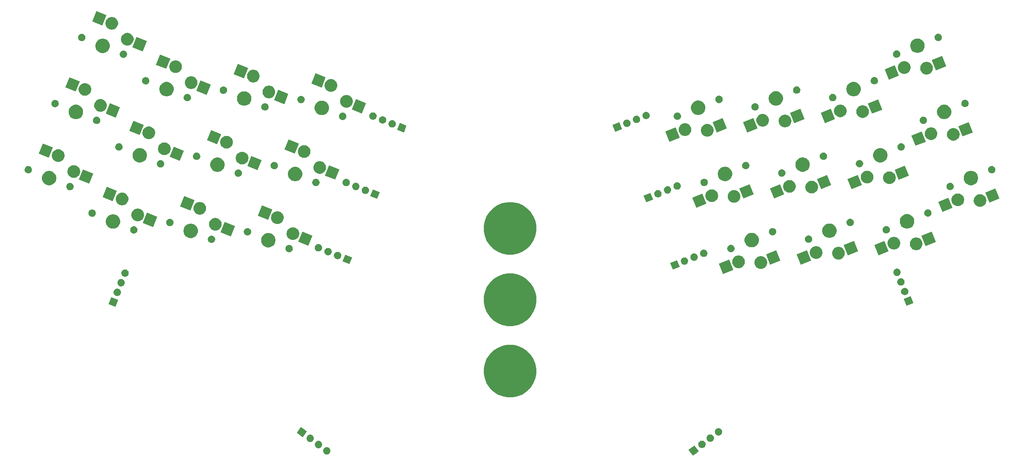
<source format=gbr>
G04 #@! TF.GenerationSoftware,KiCad,Pcbnew,(5.1.4)-1*
G04 #@! TF.CreationDate,2024-04-24T20:53:09-04:00*
G04 #@! TF.ProjectId,ThumbsUp,5468756d-6273-4557-902e-6b696361645f,rev?*
G04 #@! TF.SameCoordinates,Original*
G04 #@! TF.FileFunction,Soldermask,Bot*
G04 #@! TF.FilePolarity,Negative*
%FSLAX46Y46*%
G04 Gerber Fmt 4.6, Leading zero omitted, Abs format (unit mm)*
G04 Created by KiCad (PCBNEW (5.1.4)-1) date 2024-04-24 20:53:09*
%MOMM*%
%LPD*%
G04 APERTURE LIST*
%ADD10C,0.100000*%
G04 APERTURE END LIST*
D10*
G36*
X190664725Y-362695747D02*
G01*
X191319942Y-363565249D01*
X191319942Y-363565250D01*
X190624920Y-364088986D01*
X189880801Y-364649720D01*
X189880800Y-364649720D01*
X189236924Y-363795267D01*
X188796330Y-363210579D01*
X188796330Y-363210578D01*
X189841241Y-362423182D01*
X190235471Y-362126108D01*
X190235472Y-362126108D01*
X190664725Y-362695747D01*
X190664725Y-362695747D01*
G37*
G36*
X100279997Y-362554319D02*
G01*
X100346182Y-362560838D01*
X100516021Y-362612358D01*
X100672546Y-362696023D01*
X100708284Y-362725353D01*
X100809741Y-362808615D01*
X100893003Y-362910072D01*
X100922333Y-362945810D01*
X101005998Y-363102335D01*
X101057518Y-363272174D01*
X101074914Y-363448801D01*
X101057518Y-363625428D01*
X101005998Y-363795267D01*
X100922333Y-363951792D01*
X100893003Y-363987530D01*
X100809741Y-364088987D01*
X100708284Y-364172249D01*
X100672546Y-364201579D01*
X100516021Y-364285244D01*
X100346182Y-364336764D01*
X100279997Y-364343283D01*
X100213815Y-364349801D01*
X100125295Y-364349801D01*
X100059113Y-364343283D01*
X99992928Y-364336764D01*
X99823089Y-364285244D01*
X99666564Y-364201579D01*
X99630826Y-364172249D01*
X99529369Y-364088987D01*
X99446107Y-363987530D01*
X99416777Y-363951792D01*
X99333112Y-363795267D01*
X99281592Y-363625428D01*
X99264196Y-363448801D01*
X99281592Y-363272174D01*
X99333112Y-363102335D01*
X99416777Y-362945810D01*
X99446107Y-362910072D01*
X99529369Y-362808615D01*
X99630826Y-362725353D01*
X99666564Y-362696023D01*
X99823089Y-362612358D01*
X99992928Y-362560838D01*
X100059113Y-362554319D01*
X100125295Y-362547801D01*
X100213815Y-362547801D01*
X100279997Y-362554319D01*
X100279997Y-362554319D01*
G37*
G36*
X98251462Y-361025709D02*
G01*
X98317647Y-361032228D01*
X98487486Y-361083748D01*
X98487488Y-361083749D01*
X98530100Y-361106526D01*
X98644011Y-361167413D01*
X98679749Y-361196743D01*
X98781206Y-361280005D01*
X98843829Y-361356313D01*
X98893798Y-361417200D01*
X98977463Y-361573725D01*
X99028983Y-361743564D01*
X99046379Y-361920191D01*
X99028983Y-362096818D01*
X98977463Y-362266657D01*
X98893798Y-362423182D01*
X98864468Y-362458920D01*
X98781206Y-362560377D01*
X98679749Y-362643639D01*
X98644011Y-362672969D01*
X98487486Y-362756634D01*
X98317647Y-362808154D01*
X98251463Y-362814672D01*
X98185280Y-362821191D01*
X98096760Y-362821191D01*
X98030577Y-362814672D01*
X97964393Y-362808154D01*
X97794554Y-362756634D01*
X97638029Y-362672969D01*
X97602291Y-362643639D01*
X97500834Y-362560377D01*
X97417572Y-362458920D01*
X97388242Y-362423182D01*
X97304577Y-362266657D01*
X97253057Y-362096818D01*
X97235661Y-361920191D01*
X97253057Y-361743564D01*
X97304577Y-361573725D01*
X97388242Y-361417200D01*
X97438211Y-361356313D01*
X97500834Y-361280005D01*
X97602291Y-361196743D01*
X97638029Y-361167413D01*
X97751940Y-361106526D01*
X97794552Y-361083749D01*
X97794554Y-361083748D01*
X97964393Y-361032228D01*
X98030578Y-361025709D01*
X98096760Y-361019191D01*
X98185280Y-361019191D01*
X98251462Y-361025709D01*
X98251462Y-361025709D01*
G37*
G36*
X192197112Y-360964822D02*
G01*
X192263297Y-360971341D01*
X192433136Y-361022861D01*
X192589661Y-361106526D01*
X192625399Y-361135856D01*
X192726856Y-361219118D01*
X192810118Y-361320575D01*
X192839448Y-361356313D01*
X192923113Y-361512838D01*
X192974633Y-361682677D01*
X192992029Y-361859304D01*
X192974633Y-362035931D01*
X192923113Y-362205770D01*
X192839448Y-362362295D01*
X192810118Y-362398033D01*
X192726856Y-362499490D01*
X192652102Y-362560838D01*
X192589661Y-362612082D01*
X192589659Y-362612083D01*
X192475749Y-362672970D01*
X192433136Y-362695747D01*
X192263297Y-362747267D01*
X192197113Y-362753785D01*
X192130930Y-362760304D01*
X192042410Y-362760304D01*
X191976227Y-362753785D01*
X191910043Y-362747267D01*
X191740204Y-362695747D01*
X191697592Y-362672970D01*
X191583681Y-362612083D01*
X191583679Y-362612082D01*
X191521238Y-362560838D01*
X191446484Y-362499490D01*
X191363222Y-362398033D01*
X191333892Y-362362295D01*
X191250227Y-362205770D01*
X191198707Y-362035931D01*
X191181311Y-361859304D01*
X191198707Y-361682677D01*
X191250227Y-361512838D01*
X191333892Y-361356313D01*
X191363222Y-361320575D01*
X191446484Y-361219118D01*
X191547941Y-361135856D01*
X191583679Y-361106526D01*
X191740204Y-361022861D01*
X191910043Y-360971341D01*
X191976228Y-360964822D01*
X192042410Y-360958304D01*
X192130930Y-360958304D01*
X192197112Y-360964822D01*
X192197112Y-360964822D01*
G37*
G36*
X96222929Y-359497100D02*
G01*
X96289113Y-359503618D01*
X96458952Y-359555138D01*
X96458954Y-359555139D01*
X96501566Y-359577916D01*
X96615477Y-359638803D01*
X96651215Y-359668133D01*
X96752672Y-359751395D01*
X96815295Y-359827703D01*
X96865264Y-359888590D01*
X96948929Y-360045115D01*
X97000449Y-360214954D01*
X97017845Y-360391581D01*
X97000449Y-360568208D01*
X96948929Y-360738047D01*
X96865264Y-360894572D01*
X96835934Y-360930310D01*
X96752672Y-361031767D01*
X96651215Y-361115029D01*
X96615477Y-361144359D01*
X96458952Y-361228024D01*
X96289113Y-361279544D01*
X96222928Y-361286063D01*
X96156746Y-361292581D01*
X96068226Y-361292581D01*
X96002044Y-361286063D01*
X95935859Y-361279544D01*
X95766020Y-361228024D01*
X95609495Y-361144359D01*
X95573757Y-361115029D01*
X95472300Y-361031767D01*
X95389038Y-360930310D01*
X95359708Y-360894572D01*
X95276043Y-360738047D01*
X95224523Y-360568208D01*
X95207127Y-360391581D01*
X95224523Y-360214954D01*
X95276043Y-360045115D01*
X95359708Y-359888590D01*
X95409677Y-359827703D01*
X95472300Y-359751395D01*
X95573757Y-359668133D01*
X95609495Y-359638803D01*
X95723406Y-359577916D01*
X95766018Y-359555139D01*
X95766020Y-359555138D01*
X95935859Y-359503618D01*
X96002043Y-359497100D01*
X96068226Y-359490581D01*
X96156746Y-359490581D01*
X96222929Y-359497100D01*
X96222929Y-359497100D01*
G37*
G36*
X194225646Y-359436212D02*
G01*
X194291831Y-359442731D01*
X194461670Y-359494251D01*
X194618195Y-359577916D01*
X194653933Y-359607246D01*
X194755390Y-359690508D01*
X194838652Y-359791965D01*
X194867982Y-359827703D01*
X194951647Y-359984228D01*
X195003167Y-360154067D01*
X195020563Y-360330694D01*
X195003167Y-360507321D01*
X194951647Y-360677160D01*
X194867982Y-360833685D01*
X194838652Y-360869423D01*
X194755390Y-360970880D01*
X194680636Y-361032228D01*
X194618195Y-361083472D01*
X194618193Y-361083473D01*
X194504283Y-361144360D01*
X194461670Y-361167137D01*
X194291831Y-361218657D01*
X194225646Y-361225176D01*
X194159464Y-361231694D01*
X194070944Y-361231694D01*
X194004762Y-361225176D01*
X193938577Y-361218657D01*
X193768738Y-361167137D01*
X193726126Y-361144360D01*
X193612215Y-361083473D01*
X193612213Y-361083472D01*
X193549772Y-361032228D01*
X193475018Y-360970880D01*
X193391756Y-360869423D01*
X193362426Y-360833685D01*
X193278761Y-360677160D01*
X193227241Y-360507321D01*
X193209845Y-360330694D01*
X193227241Y-360154067D01*
X193278761Y-359984228D01*
X193362426Y-359827703D01*
X193391756Y-359791965D01*
X193475018Y-359690508D01*
X193576475Y-359607246D01*
X193612213Y-359577916D01*
X193768738Y-359494251D01*
X193938577Y-359442731D01*
X194004762Y-359436212D01*
X194070944Y-359429694D01*
X194159464Y-359429694D01*
X194225646Y-359436212D01*
X194225646Y-359436212D01*
G37*
G36*
X94321923Y-357914121D02*
G01*
X95345758Y-358685635D01*
X95345758Y-358685636D01*
X94879729Y-359304077D01*
X94261288Y-360124777D01*
X94261287Y-360124777D01*
X93504986Y-359554863D01*
X92822146Y-359040307D01*
X92822146Y-359040306D01*
X93568919Y-358049305D01*
X93906616Y-357601165D01*
X93906617Y-357601165D01*
X94321923Y-357914121D01*
X94321923Y-357914121D01*
G37*
G36*
X196254181Y-357907602D02*
G01*
X196320366Y-357914121D01*
X196490205Y-357965641D01*
X196646730Y-358049306D01*
X196682468Y-358078636D01*
X196783925Y-358161898D01*
X196867187Y-358263355D01*
X196896517Y-358299093D01*
X196980182Y-358455618D01*
X197031702Y-358625457D01*
X197049098Y-358802084D01*
X197031702Y-358978711D01*
X196980182Y-359148550D01*
X196896517Y-359305075D01*
X196867187Y-359340813D01*
X196783925Y-359442270D01*
X196709171Y-359503618D01*
X196646730Y-359554862D01*
X196490205Y-359638527D01*
X196320366Y-359690047D01*
X196254182Y-359696565D01*
X196187999Y-359703084D01*
X196099479Y-359703084D01*
X196033296Y-359696565D01*
X195967112Y-359690047D01*
X195797273Y-359638527D01*
X195640748Y-359554862D01*
X195578307Y-359503618D01*
X195503553Y-359442270D01*
X195420291Y-359340813D01*
X195390961Y-359305075D01*
X195307296Y-359148550D01*
X195255776Y-358978711D01*
X195238380Y-358802084D01*
X195255776Y-358625457D01*
X195307296Y-358455618D01*
X195390961Y-358299093D01*
X195420291Y-358263355D01*
X195503553Y-358161898D01*
X195605010Y-358078636D01*
X195640748Y-358049306D01*
X195797273Y-357965641D01*
X195967112Y-357914121D01*
X196033297Y-357907602D01*
X196099479Y-357901084D01*
X196187999Y-357901084D01*
X196254181Y-357907602D01*
X196254181Y-357907602D01*
G37*
G36*
X146333528Y-337572954D02*
G01*
X146956688Y-337696908D01*
X148130696Y-338183198D01*
X149187274Y-338889181D01*
X150085820Y-339787727D01*
X150791803Y-340844305D01*
X151278093Y-342018313D01*
X151526001Y-343264632D01*
X151526001Y-344535368D01*
X151278093Y-345781687D01*
X150791803Y-346955695D01*
X150085820Y-348012273D01*
X149187274Y-348910819D01*
X148130696Y-349616802D01*
X146956688Y-350103092D01*
X145710370Y-350351000D01*
X144439632Y-350351000D01*
X143193314Y-350103092D01*
X142019306Y-349616802D01*
X140962728Y-348910819D01*
X140064182Y-348012273D01*
X139358199Y-346955695D01*
X138871909Y-345781687D01*
X138624001Y-344535368D01*
X138624001Y-343264632D01*
X138871909Y-342018313D01*
X139358199Y-340844305D01*
X140064182Y-339787727D01*
X140962728Y-338889181D01*
X142019306Y-338183198D01*
X143193314Y-337696908D01*
X143816474Y-337572954D01*
X144439632Y-337449000D01*
X145710370Y-337449000D01*
X146333528Y-337572954D01*
X146333528Y-337572954D01*
G37*
G36*
X146180446Y-320042504D02*
G01*
X146956688Y-320196908D01*
X148130696Y-320683198D01*
X149187274Y-321389181D01*
X150085820Y-322287727D01*
X150791803Y-323344305D01*
X151278093Y-324518313D01*
X151349699Y-324878302D01*
X151484790Y-325557447D01*
X151526001Y-325764632D01*
X151526001Y-327035368D01*
X151278093Y-328281687D01*
X150791803Y-329455695D01*
X150085820Y-330512273D01*
X149187274Y-331410819D01*
X148130696Y-332116802D01*
X146956688Y-332603092D01*
X146333528Y-332727046D01*
X145710370Y-332851000D01*
X144439632Y-332851000D01*
X143816474Y-332727046D01*
X143193314Y-332603092D01*
X142019306Y-332116802D01*
X140962728Y-331410819D01*
X140064182Y-330512273D01*
X139358199Y-329455695D01*
X138871909Y-328281687D01*
X138624001Y-327035368D01*
X138624001Y-325764632D01*
X138665213Y-325557447D01*
X138800303Y-324878302D01*
X138871909Y-324518313D01*
X139358199Y-323344305D01*
X140064182Y-322287727D01*
X140962728Y-321389181D01*
X142019306Y-320683198D01*
X143193314Y-320196908D01*
X143969556Y-320042504D01*
X144439632Y-319949000D01*
X145710370Y-319949000D01*
X146180446Y-320042504D01*
X146180446Y-320042504D01*
G37*
G36*
X49056994Y-326433147D02*
G01*
X48381953Y-328103934D01*
X46711166Y-327428893D01*
X47386207Y-325758106D01*
X49056994Y-326433147D01*
X49056994Y-326433147D01*
G37*
G36*
X243900394Y-327228233D02*
G01*
X242229607Y-327903274D01*
X241554566Y-326232487D01*
X243225353Y-325557446D01*
X243900394Y-327228233D01*
X243900394Y-327228233D01*
G37*
G36*
X48946023Y-323681491D02*
G01*
X49012208Y-323688010D01*
X49182047Y-323739530D01*
X49338572Y-323823195D01*
X49374310Y-323852525D01*
X49475767Y-323935787D01*
X49552138Y-324028847D01*
X49588359Y-324072982D01*
X49672024Y-324229507D01*
X49723544Y-324399346D01*
X49740940Y-324575973D01*
X49723544Y-324752600D01*
X49672024Y-324922439D01*
X49588359Y-325078964D01*
X49559029Y-325114702D01*
X49475767Y-325216159D01*
X49374310Y-325299421D01*
X49338572Y-325328751D01*
X49182047Y-325412416D01*
X49012208Y-325463936D01*
X48946024Y-325470454D01*
X48879841Y-325476973D01*
X48791321Y-325476973D01*
X48725138Y-325470454D01*
X48658954Y-325463936D01*
X48489115Y-325412416D01*
X48332590Y-325328751D01*
X48296852Y-325299421D01*
X48195395Y-325216159D01*
X48112133Y-325114702D01*
X48082803Y-325078964D01*
X47999138Y-324922439D01*
X47947618Y-324752600D01*
X47930222Y-324575973D01*
X47947618Y-324399346D01*
X47999138Y-324229507D01*
X48082803Y-324072982D01*
X48119024Y-324028847D01*
X48195395Y-323935787D01*
X48296852Y-323852525D01*
X48332590Y-323823195D01*
X48489115Y-323739530D01*
X48658954Y-323688010D01*
X48725139Y-323681491D01*
X48791321Y-323674973D01*
X48879841Y-323674973D01*
X48946023Y-323681491D01*
X48946023Y-323681491D01*
G37*
G36*
X241886422Y-323480832D02*
G01*
X241952606Y-323487350D01*
X242122445Y-323538870D01*
X242278970Y-323622535D01*
X242314708Y-323651865D01*
X242416165Y-323735127D01*
X242488439Y-323823195D01*
X242528757Y-323872322D01*
X242612422Y-324028847D01*
X242663942Y-324198686D01*
X242681338Y-324375313D01*
X242663942Y-324551940D01*
X242612422Y-324721779D01*
X242528757Y-324878304D01*
X242499427Y-324914042D01*
X242416165Y-325015499D01*
X242314708Y-325098761D01*
X242278970Y-325128091D01*
X242122445Y-325211756D01*
X241952606Y-325263276D01*
X241886422Y-325269794D01*
X241820239Y-325276313D01*
X241731719Y-325276313D01*
X241665536Y-325269794D01*
X241599352Y-325263276D01*
X241429513Y-325211756D01*
X241272988Y-325128091D01*
X241237250Y-325098761D01*
X241135793Y-325015499D01*
X241052531Y-324914042D01*
X241023201Y-324878304D01*
X240939536Y-324721779D01*
X240888016Y-324551940D01*
X240870620Y-324375313D01*
X240888016Y-324198686D01*
X240939536Y-324028847D01*
X241023201Y-323872322D01*
X241063519Y-323823195D01*
X241135793Y-323735127D01*
X241237250Y-323651865D01*
X241272988Y-323622535D01*
X241429513Y-323538870D01*
X241599352Y-323487350D01*
X241665536Y-323480832D01*
X241731719Y-323474313D01*
X241820239Y-323474313D01*
X241886422Y-323480832D01*
X241886422Y-323480832D01*
G37*
G36*
X49897524Y-321326445D02*
G01*
X49963708Y-321332963D01*
X50133547Y-321384483D01*
X50290072Y-321468148D01*
X50325810Y-321497478D01*
X50427267Y-321580740D01*
X50503638Y-321673800D01*
X50539859Y-321717935D01*
X50623524Y-321874460D01*
X50675044Y-322044299D01*
X50692440Y-322220926D01*
X50675044Y-322397553D01*
X50623524Y-322567392D01*
X50539859Y-322723917D01*
X50510529Y-322759655D01*
X50427267Y-322861112D01*
X50325810Y-322944374D01*
X50290072Y-322973704D01*
X50133547Y-323057369D01*
X49963708Y-323108889D01*
X49897523Y-323115408D01*
X49831341Y-323121926D01*
X49742821Y-323121926D01*
X49676639Y-323115408D01*
X49610454Y-323108889D01*
X49440615Y-323057369D01*
X49284090Y-322973704D01*
X49248352Y-322944374D01*
X49146895Y-322861112D01*
X49063633Y-322759655D01*
X49034303Y-322723917D01*
X48950638Y-322567392D01*
X48899118Y-322397553D01*
X48881722Y-322220926D01*
X48899118Y-322044299D01*
X48950638Y-321874460D01*
X49034303Y-321717935D01*
X49070524Y-321673800D01*
X49146895Y-321580740D01*
X49248352Y-321497478D01*
X49284090Y-321468148D01*
X49440615Y-321384483D01*
X49610454Y-321332963D01*
X49676638Y-321326445D01*
X49742821Y-321319926D01*
X49831341Y-321319926D01*
X49897524Y-321326445D01*
X49897524Y-321326445D01*
G37*
G36*
X240934922Y-321125785D02*
G01*
X241001106Y-321132303D01*
X241170945Y-321183823D01*
X241327470Y-321267488D01*
X241363208Y-321296818D01*
X241464665Y-321380080D01*
X241536939Y-321468148D01*
X241577257Y-321517275D01*
X241660922Y-321673800D01*
X241712442Y-321843639D01*
X241729838Y-322020266D01*
X241712442Y-322196893D01*
X241660922Y-322366732D01*
X241577257Y-322523257D01*
X241576532Y-322524140D01*
X241464665Y-322660452D01*
X241363208Y-322743714D01*
X241327470Y-322773044D01*
X241170945Y-322856709D01*
X241001106Y-322908229D01*
X240934922Y-322914747D01*
X240868739Y-322921266D01*
X240780219Y-322921266D01*
X240714036Y-322914747D01*
X240647852Y-322908229D01*
X240478013Y-322856709D01*
X240321488Y-322773044D01*
X240285750Y-322743714D01*
X240184293Y-322660452D01*
X240072426Y-322524140D01*
X240071701Y-322523257D01*
X239988036Y-322366732D01*
X239936516Y-322196893D01*
X239919120Y-322020266D01*
X239936516Y-321843639D01*
X239988036Y-321673800D01*
X240071701Y-321517275D01*
X240112019Y-321468148D01*
X240184293Y-321380080D01*
X240285750Y-321296818D01*
X240321488Y-321267488D01*
X240478013Y-321183823D01*
X240647852Y-321132303D01*
X240714036Y-321125785D01*
X240780219Y-321119266D01*
X240868739Y-321119266D01*
X240934922Y-321125785D01*
X240934922Y-321125785D01*
G37*
G36*
X50849024Y-318971397D02*
G01*
X50915209Y-318977916D01*
X51085048Y-319029436D01*
X51241573Y-319113101D01*
X51277311Y-319142431D01*
X51378768Y-319225693D01*
X51455139Y-319318753D01*
X51491360Y-319362888D01*
X51575025Y-319519413D01*
X51626545Y-319689252D01*
X51643941Y-319865879D01*
X51626545Y-320042506D01*
X51575025Y-320212345D01*
X51491360Y-320368870D01*
X51462030Y-320404608D01*
X51378768Y-320506065D01*
X51277311Y-320589327D01*
X51241573Y-320618657D01*
X51085048Y-320702322D01*
X50915209Y-320753842D01*
X50849024Y-320760361D01*
X50782842Y-320766879D01*
X50694322Y-320766879D01*
X50628140Y-320760361D01*
X50561955Y-320753842D01*
X50392116Y-320702322D01*
X50235591Y-320618657D01*
X50199853Y-320589327D01*
X50098396Y-320506065D01*
X50015134Y-320404608D01*
X49985804Y-320368870D01*
X49902139Y-320212345D01*
X49850619Y-320042506D01*
X49833223Y-319865879D01*
X49850619Y-319689252D01*
X49902139Y-319519413D01*
X49985804Y-319362888D01*
X50022025Y-319318753D01*
X50098396Y-319225693D01*
X50199853Y-319142431D01*
X50235591Y-319113101D01*
X50392116Y-319029436D01*
X50561955Y-318977916D01*
X50628140Y-318971397D01*
X50694322Y-318964879D01*
X50782842Y-318964879D01*
X50849024Y-318971397D01*
X50849024Y-318971397D01*
G37*
G36*
X239983420Y-318770737D02*
G01*
X240049605Y-318777256D01*
X240219444Y-318828776D01*
X240375969Y-318912441D01*
X240411707Y-318941771D01*
X240513164Y-319025033D01*
X240585438Y-319113101D01*
X240625756Y-319162228D01*
X240709421Y-319318753D01*
X240760941Y-319488592D01*
X240778337Y-319665219D01*
X240760941Y-319841846D01*
X240709421Y-320011685D01*
X240625756Y-320168210D01*
X240602204Y-320196908D01*
X240513164Y-320305405D01*
X240411707Y-320388667D01*
X240375969Y-320417997D01*
X240219444Y-320501662D01*
X240049605Y-320553182D01*
X239983420Y-320559701D01*
X239917238Y-320566219D01*
X239828718Y-320566219D01*
X239762536Y-320559701D01*
X239696351Y-320553182D01*
X239526512Y-320501662D01*
X239369987Y-320417997D01*
X239334249Y-320388667D01*
X239232792Y-320305405D01*
X239143752Y-320196908D01*
X239120200Y-320168210D01*
X239036535Y-320011685D01*
X238985015Y-319841846D01*
X238967619Y-319665219D01*
X238985015Y-319488592D01*
X239036535Y-319318753D01*
X239120200Y-319162228D01*
X239160518Y-319113101D01*
X239232792Y-319025033D01*
X239334249Y-318941771D01*
X239369987Y-318912441D01*
X239526512Y-318828776D01*
X239696351Y-318777256D01*
X239762536Y-318770737D01*
X239828718Y-318764219D01*
X239917238Y-318764219D01*
X239983420Y-318770737D01*
X239983420Y-318770737D01*
G37*
G36*
X199772234Y-319087198D02*
G01*
X197266983Y-320099385D01*
X196254796Y-317594134D01*
X198760047Y-316581947D01*
X199772234Y-319087198D01*
X199772234Y-319087198D01*
G37*
G36*
X186622914Y-318347873D02*
G01*
X184952127Y-319022914D01*
X184277086Y-317352127D01*
X185947873Y-316677086D01*
X186622914Y-318347873D01*
X186622914Y-318347873D01*
G37*
G36*
X206711868Y-315739350D02*
G01*
X206962506Y-315789205D01*
X207244770Y-315906122D01*
X207498801Y-316075860D01*
X207714837Y-316291896D01*
X207884575Y-316545927D01*
X208001492Y-316828191D01*
X208061096Y-317127841D01*
X208061096Y-317433361D01*
X208001492Y-317733011D01*
X207884575Y-318015275D01*
X207714837Y-318269306D01*
X207498801Y-318485342D01*
X207244770Y-318655080D01*
X206962506Y-318771997D01*
X206812681Y-318801799D01*
X206662857Y-318831601D01*
X206357335Y-318831601D01*
X206207511Y-318801799D01*
X206057686Y-318771997D01*
X205775422Y-318655080D01*
X205521391Y-318485342D01*
X205305355Y-318269306D01*
X205135617Y-318015275D01*
X205018700Y-317733011D01*
X204959096Y-317433361D01*
X204959096Y-317127841D01*
X205018700Y-316828191D01*
X205135617Y-316545927D01*
X205305355Y-316291896D01*
X205521391Y-316075860D01*
X205775422Y-315906122D01*
X206057686Y-315789205D01*
X206308324Y-315739350D01*
X206357335Y-315729601D01*
X206662857Y-315729601D01*
X206711868Y-315739350D01*
X206711868Y-315739350D01*
G37*
G36*
X201352627Y-315592631D02*
G01*
X201502452Y-315622433D01*
X201784716Y-315739350D01*
X202038747Y-315909088D01*
X202254783Y-316125124D01*
X202424521Y-316379155D01*
X202541438Y-316661419D01*
X202549068Y-316699777D01*
X202601042Y-316961068D01*
X202601042Y-317266590D01*
X202584027Y-317352128D01*
X202541438Y-317566239D01*
X202424521Y-317848503D01*
X202254783Y-318102534D01*
X202038747Y-318318570D01*
X201784716Y-318488308D01*
X201502452Y-318605225D01*
X201352627Y-318635027D01*
X201202803Y-318664829D01*
X200897281Y-318664829D01*
X200747457Y-318635027D01*
X200597632Y-318605225D01*
X200315368Y-318488308D01*
X200061337Y-318318570D01*
X199845301Y-318102534D01*
X199675563Y-317848503D01*
X199558646Y-317566239D01*
X199516057Y-317352128D01*
X199499042Y-317266590D01*
X199499042Y-316961068D01*
X199551016Y-316699777D01*
X199558646Y-316661419D01*
X199675563Y-316379155D01*
X199845301Y-316125124D01*
X200061337Y-315909088D01*
X200315368Y-315739350D01*
X200597632Y-315622433D01*
X200747457Y-315592631D01*
X200897281Y-315562829D01*
X201202803Y-315562829D01*
X201352627Y-315592631D01*
X201352627Y-315592631D01*
G37*
G36*
X211305342Y-316800296D02*
G01*
X208800091Y-317812483D01*
X207787904Y-315307232D01*
X210293155Y-314295045D01*
X211305342Y-316800296D01*
X211305342Y-316800296D01*
G37*
G36*
X218798169Y-316792895D02*
G01*
X216292918Y-317805082D01*
X215280731Y-315299831D01*
X217785982Y-314287644D01*
X218798169Y-316792895D01*
X218798169Y-316792895D01*
G37*
G36*
X187896295Y-316002127D02*
G01*
X187981674Y-316010536D01*
X188151513Y-316062056D01*
X188308038Y-316145721D01*
X188343776Y-316175051D01*
X188445233Y-316258313D01*
X188488407Y-316310922D01*
X188557825Y-316395508D01*
X188641490Y-316552033D01*
X188693010Y-316721872D01*
X188710406Y-316898499D01*
X188693010Y-317075126D01*
X188641490Y-317244965D01*
X188557825Y-317401490D01*
X188531669Y-317433361D01*
X188445233Y-317538685D01*
X188343776Y-317621947D01*
X188308038Y-317651277D01*
X188308036Y-317651278D01*
X188155128Y-317733010D01*
X188151513Y-317734942D01*
X187981674Y-317786462D01*
X187915490Y-317792980D01*
X187849307Y-317799499D01*
X187760787Y-317799499D01*
X187694604Y-317792980D01*
X187628420Y-317786462D01*
X187458581Y-317734942D01*
X187454967Y-317733010D01*
X187302058Y-317651278D01*
X187302056Y-317651277D01*
X187266318Y-317621947D01*
X187164861Y-317538685D01*
X187078425Y-317433361D01*
X187052269Y-317401490D01*
X186968604Y-317244965D01*
X186917084Y-317075126D01*
X186899688Y-316898499D01*
X186917084Y-316721872D01*
X186968604Y-316552033D01*
X187052269Y-316395508D01*
X187121687Y-316310922D01*
X187164861Y-316258313D01*
X187266318Y-316175051D01*
X187302056Y-316145721D01*
X187458581Y-316062056D01*
X187628420Y-316010536D01*
X187713799Y-316002127D01*
X187760787Y-315997499D01*
X187849307Y-315997499D01*
X187896295Y-316002127D01*
X187896295Y-316002127D01*
G37*
G36*
X106358157Y-316002127D02*
G01*
X105683116Y-317672914D01*
X104012329Y-316997873D01*
X104687370Y-315327086D01*
X106358157Y-316002127D01*
X106358157Y-316002127D01*
G37*
G36*
X190270537Y-315052518D02*
G01*
X190336721Y-315059036D01*
X190506560Y-315110556D01*
X190663085Y-315194221D01*
X190698823Y-315223551D01*
X190800280Y-315306813D01*
X190853673Y-315371874D01*
X190912872Y-315444008D01*
X190996537Y-315600533D01*
X191048057Y-315770372D01*
X191065453Y-315946999D01*
X191048057Y-316123626D01*
X190996537Y-316293465D01*
X190912872Y-316449990D01*
X190890136Y-316477694D01*
X190800280Y-316587185D01*
X190709824Y-316661419D01*
X190663085Y-316699777D01*
X190506560Y-316783442D01*
X190336721Y-316834962D01*
X190270537Y-316841480D01*
X190204354Y-316847999D01*
X190115834Y-316847999D01*
X190049651Y-316841480D01*
X189983467Y-316834962D01*
X189813628Y-316783442D01*
X189657103Y-316699777D01*
X189610364Y-316661419D01*
X189519908Y-316587185D01*
X189430052Y-316477694D01*
X189407316Y-316449990D01*
X189323651Y-316293465D01*
X189272131Y-316123626D01*
X189254735Y-315946999D01*
X189272131Y-315770372D01*
X189323651Y-315600533D01*
X189407316Y-315444008D01*
X189466515Y-315371874D01*
X189519908Y-315306813D01*
X189621365Y-315223551D01*
X189657103Y-315194221D01*
X189813628Y-315110556D01*
X189983467Y-315059036D01*
X190049651Y-315052518D01*
X190115834Y-315045999D01*
X190204354Y-315045999D01*
X190270537Y-315052518D01*
X190270537Y-315052518D01*
G37*
G36*
X225737803Y-313445047D02*
G01*
X225988441Y-313494902D01*
X226270705Y-313611819D01*
X226524736Y-313781557D01*
X226740772Y-313997593D01*
X226910510Y-314251624D01*
X227027427Y-314533888D01*
X227052619Y-314660536D01*
X227087031Y-314833537D01*
X227087031Y-315139059D01*
X227074505Y-315202031D01*
X227027427Y-315438708D01*
X226910510Y-315720972D01*
X226740772Y-315975003D01*
X226524736Y-316191039D01*
X226270705Y-316360777D01*
X225988441Y-316477694D01*
X225838616Y-316507496D01*
X225688792Y-316537298D01*
X225383270Y-316537298D01*
X225233446Y-316507496D01*
X225083621Y-316477694D01*
X224801357Y-316360777D01*
X224547326Y-316191039D01*
X224331290Y-315975003D01*
X224161552Y-315720972D01*
X224044635Y-315438708D01*
X223997557Y-315202031D01*
X223985031Y-315139059D01*
X223985031Y-314833537D01*
X224019443Y-314660536D01*
X224044635Y-314533888D01*
X224161552Y-314251624D01*
X224331290Y-313997593D01*
X224547326Y-313781557D01*
X224801357Y-313611819D01*
X225083621Y-313494902D01*
X225334259Y-313445047D01*
X225383270Y-313435298D01*
X225688792Y-313435298D01*
X225737803Y-313445047D01*
X225737803Y-313445047D01*
G37*
G36*
X102940638Y-314654017D02*
G01*
X103006823Y-314660536D01*
X103176662Y-314712056D01*
X103333187Y-314795721D01*
X103368925Y-314825051D01*
X103470382Y-314908313D01*
X103522883Y-314972287D01*
X103582974Y-315045508D01*
X103666639Y-315202033D01*
X103718159Y-315371872D01*
X103735555Y-315548499D01*
X103718159Y-315725126D01*
X103666639Y-315894965D01*
X103582974Y-316051490D01*
X103562974Y-316075860D01*
X103470382Y-316188685D01*
X103368925Y-316271947D01*
X103333187Y-316301277D01*
X103176662Y-316384942D01*
X103006823Y-316436462D01*
X102940638Y-316442981D01*
X102874456Y-316449499D01*
X102785936Y-316449499D01*
X102719754Y-316442981D01*
X102653569Y-316436462D01*
X102483730Y-316384942D01*
X102327205Y-316301277D01*
X102291467Y-316271947D01*
X102190010Y-316188685D01*
X102097418Y-316075860D01*
X102077418Y-316051490D01*
X101993753Y-315894965D01*
X101942233Y-315725126D01*
X101924837Y-315548499D01*
X101942233Y-315371872D01*
X101993753Y-315202033D01*
X102077418Y-315045508D01*
X102137509Y-314972287D01*
X102190010Y-314908313D01*
X102291467Y-314825051D01*
X102327205Y-314795721D01*
X102483730Y-314712056D01*
X102653569Y-314660536D01*
X102719754Y-314654017D01*
X102785936Y-314647499D01*
X102874456Y-314647499D01*
X102940638Y-314654017D01*
X102940638Y-314654017D01*
G37*
G36*
X220378562Y-313298328D02*
G01*
X220528387Y-313328130D01*
X220810651Y-313445047D01*
X221064682Y-313614785D01*
X221280718Y-313830821D01*
X221450456Y-314084852D01*
X221567373Y-314367116D01*
X221573739Y-314399121D01*
X221623450Y-314649032D01*
X221626977Y-314666766D01*
X221626977Y-314972286D01*
X221567373Y-315271936D01*
X221450456Y-315554200D01*
X221280718Y-315808231D01*
X221064682Y-316024267D01*
X220810651Y-316194005D01*
X220528387Y-316310922D01*
X220378562Y-316340724D01*
X220228738Y-316370526D01*
X219923216Y-316370526D01*
X219773392Y-316340724D01*
X219623567Y-316310922D01*
X219341303Y-316194005D01*
X219087272Y-316024267D01*
X218871236Y-315808231D01*
X218701498Y-315554200D01*
X218584581Y-315271936D01*
X218524977Y-314972286D01*
X218524977Y-314666766D01*
X218528505Y-314649032D01*
X218578215Y-314399121D01*
X218584581Y-314367116D01*
X218701498Y-314084852D01*
X218871236Y-313830821D01*
X219087272Y-313614785D01*
X219341303Y-313445047D01*
X219623567Y-313328130D01*
X219773392Y-313298328D01*
X219923216Y-313268526D01*
X220228738Y-313268526D01*
X220378562Y-313298328D01*
X220378562Y-313298328D01*
G37*
G36*
X192625583Y-314101016D02*
G01*
X192691768Y-314107535D01*
X192861607Y-314159055D01*
X193018132Y-314242720D01*
X193053870Y-314272050D01*
X193155327Y-314355312D01*
X193238589Y-314456769D01*
X193267919Y-314492507D01*
X193267920Y-314492509D01*
X193350430Y-314646872D01*
X193351584Y-314649032D01*
X193403104Y-314818871D01*
X193420500Y-314995498D01*
X193403104Y-315172125D01*
X193351584Y-315341964D01*
X193267919Y-315498489D01*
X193257832Y-315510780D01*
X193155327Y-315635684D01*
X193053870Y-315718946D01*
X193018132Y-315748276D01*
X192861607Y-315831941D01*
X192691768Y-315883461D01*
X192625584Y-315889979D01*
X192559401Y-315896498D01*
X192470881Y-315896498D01*
X192404698Y-315889979D01*
X192338514Y-315883461D01*
X192168675Y-315831941D01*
X192012150Y-315748276D01*
X191976412Y-315718946D01*
X191874955Y-315635684D01*
X191772450Y-315510780D01*
X191762363Y-315498489D01*
X191678698Y-315341964D01*
X191627178Y-315172125D01*
X191609782Y-314995498D01*
X191627178Y-314818871D01*
X191678698Y-314649032D01*
X191679853Y-314646872D01*
X191762362Y-314492509D01*
X191762363Y-314492507D01*
X191791693Y-314456769D01*
X191874955Y-314355312D01*
X191976412Y-314272050D01*
X192012150Y-314242720D01*
X192168675Y-314159055D01*
X192338514Y-314107535D01*
X192404699Y-314101016D01*
X192470881Y-314094498D01*
X192559401Y-314094498D01*
X192625583Y-314101016D01*
X192625583Y-314101016D01*
G37*
G36*
X230331277Y-314505993D02*
G01*
X227826026Y-315518180D01*
X226813839Y-313012929D01*
X229319090Y-312000742D01*
X230331277Y-314505993D01*
X230331277Y-314505993D01*
G37*
G36*
X237824103Y-314498593D02*
G01*
X235318852Y-315510780D01*
X234306665Y-313005529D01*
X236811916Y-311993342D01*
X237824103Y-314498593D01*
X237824103Y-314498593D01*
G37*
G36*
X100585591Y-313702517D02*
G01*
X100651776Y-313709036D01*
X100821615Y-313760556D01*
X100978140Y-313844221D01*
X100980473Y-313846136D01*
X101115335Y-313956813D01*
X101198597Y-314058270D01*
X101227927Y-314094008D01*
X101311592Y-314250533D01*
X101363112Y-314420372D01*
X101380508Y-314596999D01*
X101363112Y-314773626D01*
X101311592Y-314943465D01*
X101227927Y-315099990D01*
X101198597Y-315135728D01*
X101115335Y-315237185D01*
X101029981Y-315307232D01*
X100978140Y-315349777D01*
X100821615Y-315433442D01*
X100651776Y-315484962D01*
X100585592Y-315491480D01*
X100519409Y-315497999D01*
X100430889Y-315497999D01*
X100364706Y-315491480D01*
X100298522Y-315484962D01*
X100128683Y-315433442D01*
X99972158Y-315349777D01*
X99920317Y-315307232D01*
X99834963Y-315237185D01*
X99751701Y-315135728D01*
X99722371Y-315099990D01*
X99638706Y-314943465D01*
X99587186Y-314773626D01*
X99569790Y-314596999D01*
X99587186Y-314420372D01*
X99638706Y-314250533D01*
X99722371Y-314094008D01*
X99751701Y-314058270D01*
X99834963Y-313956813D01*
X99969825Y-313846136D01*
X99972158Y-313844221D01*
X100128683Y-313760556D01*
X100298522Y-313709036D01*
X100364707Y-313702517D01*
X100430889Y-313695999D01*
X100519409Y-313695999D01*
X100585591Y-313702517D01*
X100585591Y-313702517D01*
G37*
G36*
X146199429Y-302546280D02*
G01*
X146956688Y-302696908D01*
X148130696Y-303183198D01*
X149187274Y-303889181D01*
X150085820Y-304787727D01*
X150791803Y-305844305D01*
X151278093Y-307018313D01*
X151345500Y-307357192D01*
X151526001Y-308264631D01*
X151526001Y-309535369D01*
X151440225Y-309966594D01*
X151278093Y-310781687D01*
X150791803Y-311955695D01*
X150085820Y-313012273D01*
X149187274Y-313910819D01*
X148130696Y-314616802D01*
X146956688Y-315103092D01*
X146459277Y-315202033D01*
X145710370Y-315351000D01*
X144439632Y-315351000D01*
X143690725Y-315202033D01*
X143193314Y-315103092D01*
X142019306Y-314616802D01*
X140962728Y-313910819D01*
X140064182Y-313012273D01*
X139358199Y-311955695D01*
X138871909Y-310781687D01*
X138709777Y-309966594D01*
X138624001Y-309535369D01*
X138624001Y-308264631D01*
X138804502Y-307357192D01*
X138871909Y-307018313D01*
X139358199Y-305844305D01*
X140064182Y-304787727D01*
X140962728Y-303889181D01*
X142019306Y-303183198D01*
X143193314Y-302696908D01*
X143950573Y-302546280D01*
X144439632Y-302449000D01*
X145710370Y-302449000D01*
X146199429Y-302546280D01*
X146199429Y-302546280D01*
G37*
G36*
X91129248Y-312963049D02*
G01*
X91216371Y-312980378D01*
X91325794Y-313025703D01*
X91380507Y-313048366D01*
X91527229Y-313146402D01*
X91528224Y-313147067D01*
X91653848Y-313272691D01*
X91653850Y-313272694D01*
X91752549Y-313420408D01*
X91769574Y-313461510D01*
X91820537Y-313584544D01*
X91820537Y-313584546D01*
X91855196Y-313758788D01*
X91855196Y-313936450D01*
X91844153Y-313991966D01*
X91820537Y-314110694D01*
X91800504Y-314159056D01*
X91752549Y-314274830D01*
X91690885Y-314367117D01*
X91653848Y-314422547D01*
X91528224Y-314548171D01*
X91528221Y-314548173D01*
X91380507Y-314646872D01*
X91325794Y-314669535D01*
X91216371Y-314714860D01*
X91129248Y-314732189D01*
X91042127Y-314749519D01*
X90864465Y-314749519D01*
X90777344Y-314732189D01*
X90690221Y-314714860D01*
X90580798Y-314669535D01*
X90526085Y-314646872D01*
X90378371Y-314548173D01*
X90378368Y-314548171D01*
X90252744Y-314422547D01*
X90215707Y-314367117D01*
X90154043Y-314274830D01*
X90106088Y-314159056D01*
X90086055Y-314110694D01*
X90062439Y-313991966D01*
X90051396Y-313936450D01*
X90051396Y-313758788D01*
X90086055Y-313584546D01*
X90086055Y-313584544D01*
X90137018Y-313461510D01*
X90154043Y-313420408D01*
X90252742Y-313272694D01*
X90252744Y-313272691D01*
X90378368Y-313147067D01*
X90379363Y-313146402D01*
X90526085Y-313048366D01*
X90580798Y-313025703D01*
X90690221Y-312980378D01*
X90777344Y-312963049D01*
X90864465Y-312945719D01*
X91042127Y-312945719D01*
X91129248Y-312963049D01*
X91129248Y-312963049D01*
G37*
G36*
X199357628Y-312939622D02*
G01*
X199444751Y-312956952D01*
X199501305Y-312980378D01*
X199608887Y-313024940D01*
X199755609Y-313122976D01*
X199756604Y-313123641D01*
X199882228Y-313249265D01*
X199882230Y-313249268D01*
X199980929Y-313396982D01*
X199980929Y-313396983D01*
X200048917Y-313561118D01*
X200053577Y-313584546D01*
X200083576Y-313735362D01*
X200083576Y-313913024D01*
X200067874Y-313991964D01*
X200048917Y-314087268D01*
X200003592Y-314196691D01*
X199980929Y-314251404D01*
X199956714Y-314287644D01*
X199882228Y-314399121D01*
X199756604Y-314524745D01*
X199756601Y-314524747D01*
X199608887Y-314623446D01*
X199554174Y-314646109D01*
X199444751Y-314691434D01*
X199357628Y-314708763D01*
X199270507Y-314726093D01*
X199092845Y-314726093D01*
X199005724Y-314708763D01*
X198918601Y-314691434D01*
X198809178Y-314646109D01*
X198754465Y-314623446D01*
X198606751Y-314524747D01*
X198606748Y-314524745D01*
X198481124Y-314399121D01*
X198406638Y-314287644D01*
X198382423Y-314251404D01*
X198359760Y-314196691D01*
X198314435Y-314087268D01*
X198295478Y-313991964D01*
X198279776Y-313913024D01*
X198279776Y-313735362D01*
X198309775Y-313584546D01*
X198314435Y-313561118D01*
X198382423Y-313396983D01*
X198382423Y-313396982D01*
X198481122Y-313249268D01*
X198481124Y-313249265D01*
X198606748Y-313123641D01*
X198607743Y-313122976D01*
X198754465Y-313024940D01*
X198862047Y-312980378D01*
X198918601Y-312956952D01*
X199005724Y-312939622D01*
X199092845Y-312922293D01*
X199270507Y-312922293D01*
X199357628Y-312939622D01*
X199357628Y-312939622D01*
G37*
G36*
X98230544Y-312751016D02*
G01*
X98296729Y-312757535D01*
X98466568Y-312809055D01*
X98623093Y-312892720D01*
X98658831Y-312922050D01*
X98760288Y-313005312D01*
X98843550Y-313106769D01*
X98872880Y-313142507D01*
X98956545Y-313299032D01*
X99008065Y-313468871D01*
X99025461Y-313645498D01*
X99008065Y-313822125D01*
X98956545Y-313991964D01*
X98872880Y-314148489D01*
X98845586Y-314181747D01*
X98760288Y-314285684D01*
X98661061Y-314367116D01*
X98623093Y-314398276D01*
X98466568Y-314481941D01*
X98296729Y-314533461D01*
X98230544Y-314539980D01*
X98164362Y-314546498D01*
X98075842Y-314546498D01*
X98009660Y-314539980D01*
X97943475Y-314533461D01*
X97773636Y-314481941D01*
X97617111Y-314398276D01*
X97579143Y-314367116D01*
X97479916Y-314285684D01*
X97394618Y-314181747D01*
X97367324Y-314148489D01*
X97283659Y-313991964D01*
X97232139Y-313822125D01*
X97214743Y-313645498D01*
X97232139Y-313468871D01*
X97283659Y-313299032D01*
X97367324Y-313142507D01*
X97396654Y-313106769D01*
X97479916Y-313005312D01*
X97581373Y-312922050D01*
X97617111Y-312892720D01*
X97773636Y-312809055D01*
X97943475Y-312757535D01*
X98009660Y-312751016D01*
X98075842Y-312744498D01*
X98164362Y-312744498D01*
X98230544Y-312751016D01*
X98230544Y-312751016D01*
G37*
G36*
X244763737Y-311150745D02*
G01*
X245014375Y-311200600D01*
X245296639Y-311317517D01*
X245550670Y-311487255D01*
X245766706Y-311703291D01*
X245936444Y-311957322D01*
X246053361Y-312239586D01*
X246071175Y-312329143D01*
X246112965Y-312539235D01*
X246112965Y-312844757D01*
X246099446Y-312912723D01*
X246053361Y-313144406D01*
X245936444Y-313426670D01*
X245766706Y-313680701D01*
X245550670Y-313896737D01*
X245296639Y-314066475D01*
X245014375Y-314183392D01*
X244925853Y-314201000D01*
X244714726Y-314242996D01*
X244409204Y-314242996D01*
X244198077Y-314201000D01*
X244109555Y-314183392D01*
X243827291Y-314066475D01*
X243573260Y-313896737D01*
X243357224Y-313680701D01*
X243187486Y-313426670D01*
X243070569Y-313144406D01*
X243024484Y-312912723D01*
X243010965Y-312844757D01*
X243010965Y-312539235D01*
X243052755Y-312329143D01*
X243070569Y-312239586D01*
X243187486Y-311957322D01*
X243357224Y-311703291D01*
X243573260Y-311487255D01*
X243827291Y-311317517D01*
X244109555Y-311200600D01*
X244360193Y-311150745D01*
X244409204Y-311140996D01*
X244714726Y-311140996D01*
X244763737Y-311150745D01*
X244763737Y-311150745D01*
G37*
G36*
X239404496Y-311004026D02*
G01*
X239554321Y-311033828D01*
X239836585Y-311150745D01*
X240090616Y-311320483D01*
X240306652Y-311536519D01*
X240476390Y-311790550D01*
X240593307Y-312072814D01*
X240652911Y-312372464D01*
X240652911Y-312677984D01*
X240593307Y-312977634D01*
X240476390Y-313259898D01*
X240306652Y-313513929D01*
X240090616Y-313729965D01*
X239836585Y-313899703D01*
X239554321Y-314016620D01*
X239404496Y-314046422D01*
X239254672Y-314076224D01*
X238949150Y-314076224D01*
X238799326Y-314046422D01*
X238649501Y-314016620D01*
X238367237Y-313899703D01*
X238113206Y-313729965D01*
X237897170Y-313513929D01*
X237727432Y-313259898D01*
X237610515Y-312977634D01*
X237550911Y-312677984D01*
X237550911Y-312372464D01*
X237610515Y-312072814D01*
X237727432Y-311790550D01*
X237897170Y-311536519D01*
X238113206Y-311320483D01*
X238367237Y-311150745D01*
X238649501Y-311033828D01*
X238799326Y-311004026D01*
X238949150Y-310974224D01*
X239254672Y-310974224D01*
X239404496Y-311004026D01*
X239404496Y-311004026D01*
G37*
G36*
X86368761Y-310089630D02*
G01*
X86633508Y-310199292D01*
X86690063Y-310222718D01*
X86979225Y-310415930D01*
X87225138Y-310661843D01*
X87402699Y-310927581D01*
X87418351Y-310951007D01*
X87551438Y-311272307D01*
X87619285Y-311613395D01*
X87619285Y-311961171D01*
X87551438Y-312302259D01*
X87422525Y-312613482D01*
X87418350Y-312623561D01*
X87225138Y-312912723D01*
X86979225Y-313158636D01*
X86690063Y-313351848D01*
X86690062Y-313351849D01*
X86690061Y-313351849D01*
X86368761Y-313484936D01*
X86027673Y-313552783D01*
X85679897Y-313552783D01*
X85338809Y-313484936D01*
X85017509Y-313351849D01*
X85017508Y-313351849D01*
X85017507Y-313351848D01*
X84728345Y-313158636D01*
X84482432Y-312912723D01*
X84289220Y-312623561D01*
X84285045Y-312613482D01*
X84156132Y-312302259D01*
X84088285Y-311961171D01*
X84088285Y-311613395D01*
X84156132Y-311272307D01*
X84289219Y-310951007D01*
X84304872Y-310927581D01*
X84482432Y-310661843D01*
X84728345Y-310415930D01*
X85017507Y-310222718D01*
X85074062Y-310199292D01*
X85338809Y-310089630D01*
X85679897Y-310021783D01*
X86027673Y-310021783D01*
X86368761Y-310089630D01*
X86368761Y-310089630D01*
G37*
G36*
X204796163Y-310066204D02*
G01*
X205117463Y-310199291D01*
X205117465Y-310199292D01*
X205406627Y-310392504D01*
X205652540Y-310638417D01*
X205839386Y-310918051D01*
X205845753Y-310927581D01*
X205978840Y-311248881D01*
X206046687Y-311589969D01*
X206046687Y-311937745D01*
X205978840Y-312278833D01*
X205915483Y-312431790D01*
X205845752Y-312600135D01*
X205652540Y-312889297D01*
X205406627Y-313135210D01*
X205117465Y-313328422D01*
X205117464Y-313328423D01*
X205117463Y-313328423D01*
X204796163Y-313461510D01*
X204455075Y-313529357D01*
X204107299Y-313529357D01*
X203766211Y-313461510D01*
X203444911Y-313328423D01*
X203444910Y-313328423D01*
X203444909Y-313328422D01*
X203155747Y-313135210D01*
X202909834Y-312889297D01*
X202716622Y-312600135D01*
X202646891Y-312431790D01*
X202583534Y-312278833D01*
X202515687Y-311937745D01*
X202515687Y-311589969D01*
X202583534Y-311248881D01*
X202716621Y-310927581D01*
X202722989Y-310918051D01*
X202909834Y-310638417D01*
X203155747Y-310392504D01*
X203444909Y-310199292D01*
X203444911Y-310199291D01*
X203766211Y-310066204D01*
X204107299Y-309998357D01*
X204455075Y-309998357D01*
X204796163Y-310066204D01*
X204796163Y-310066204D01*
G37*
G36*
X249357211Y-312211691D02*
G01*
X246851960Y-313223878D01*
X245839773Y-310718627D01*
X248345024Y-309706440D01*
X249357211Y-312211691D01*
X249357211Y-312211691D01*
G37*
G36*
X96689725Y-310663681D02*
G01*
X95677538Y-313168932D01*
X93172287Y-312156745D01*
X94184474Y-309651494D01*
X96689725Y-310663681D01*
X96689725Y-310663681D01*
G37*
G36*
X72077848Y-310663681D02*
G01*
X72190437Y-310686076D01*
X72298015Y-310730637D01*
X72354573Y-310754064D01*
X72467226Y-310829336D01*
X72502290Y-310852765D01*
X72627914Y-310978389D01*
X72627916Y-310978392D01*
X72726615Y-311126106D01*
X72745658Y-311172081D01*
X72794603Y-311290242D01*
X72829262Y-311464488D01*
X72829262Y-311642146D01*
X72794603Y-311816392D01*
X72757916Y-311904961D01*
X72726615Y-311980528D01*
X72664951Y-312072815D01*
X72627914Y-312128245D01*
X72502290Y-312253869D01*
X72502287Y-312253871D01*
X72354573Y-312352570D01*
X72299860Y-312375233D01*
X72190437Y-312420558D01*
X72103314Y-312437888D01*
X72016193Y-312455217D01*
X71838531Y-312455217D01*
X71751410Y-312437888D01*
X71664287Y-312420558D01*
X71554864Y-312375233D01*
X71500151Y-312352570D01*
X71352437Y-312253871D01*
X71352434Y-312253869D01*
X71226810Y-312128245D01*
X71189773Y-312072815D01*
X71128109Y-311980528D01*
X71096808Y-311904961D01*
X71060121Y-311816392D01*
X71025462Y-311642146D01*
X71025462Y-311464488D01*
X71060121Y-311290242D01*
X71109066Y-311172081D01*
X71128109Y-311126106D01*
X71226808Y-310978392D01*
X71226810Y-310978389D01*
X71352434Y-310852765D01*
X71387498Y-310829336D01*
X71500151Y-310754064D01*
X71556709Y-310730637D01*
X71664287Y-310686076D01*
X71776876Y-310663681D01*
X71838531Y-310651417D01*
X72016193Y-310651417D01*
X72077848Y-310663681D01*
X72077848Y-310663681D01*
G37*
G36*
X218383563Y-310645319D02*
G01*
X218470686Y-310662649D01*
X218580109Y-310707974D01*
X218634822Y-310730637D01*
X218711222Y-310781686D01*
X218782539Y-310829338D01*
X218908163Y-310954962D01*
X218908165Y-310954965D01*
X219006864Y-311102679D01*
X219029527Y-311157392D01*
X219074852Y-311266815D01*
X219074852Y-311266817D01*
X219109511Y-311441059D01*
X219109511Y-311618721D01*
X219092689Y-311703291D01*
X219074852Y-311792965D01*
X219029527Y-311902388D01*
X219006864Y-311957101D01*
X218977704Y-312000742D01*
X218908163Y-312104818D01*
X218782539Y-312230442D01*
X218782536Y-312230444D01*
X218634822Y-312329143D01*
X218580109Y-312351806D01*
X218470686Y-312397131D01*
X218383563Y-312414460D01*
X218296442Y-312431790D01*
X218118780Y-312431790D01*
X218031659Y-312414460D01*
X217944536Y-312397131D01*
X217835113Y-312351806D01*
X217780400Y-312329143D01*
X217632686Y-312230444D01*
X217632683Y-312230442D01*
X217507059Y-312104818D01*
X217437518Y-312000742D01*
X217408358Y-311957101D01*
X217385695Y-311902388D01*
X217340370Y-311792965D01*
X217322533Y-311703291D01*
X217305711Y-311618721D01*
X217305711Y-311441059D01*
X217340370Y-311266817D01*
X217340370Y-311266815D01*
X217385695Y-311157392D01*
X217408358Y-311102679D01*
X217507057Y-310954965D01*
X217507059Y-310954962D01*
X217632683Y-310829338D01*
X217704000Y-310781686D01*
X217780400Y-310730637D01*
X217835113Y-310707974D01*
X217944536Y-310662649D01*
X218031659Y-310645319D01*
X218118780Y-310627990D01*
X218296442Y-310627990D01*
X218383563Y-310645319D01*
X218383563Y-310645319D01*
G37*
G36*
X92189443Y-308660663D02*
G01*
X92346889Y-308691981D01*
X92629153Y-308808898D01*
X92883184Y-308978636D01*
X93099220Y-309194672D01*
X93268958Y-309448703D01*
X93385875Y-309730967D01*
X93402745Y-309815778D01*
X93432745Y-309966596D01*
X93445479Y-310030617D01*
X93445479Y-310336137D01*
X93385875Y-310635787D01*
X93268958Y-310918051D01*
X93099220Y-311172082D01*
X92883184Y-311388118D01*
X92629153Y-311557856D01*
X92346889Y-311674773D01*
X92203519Y-311703291D01*
X92047240Y-311734377D01*
X91741718Y-311734377D01*
X91585439Y-311703291D01*
X91442069Y-311674773D01*
X91159805Y-311557856D01*
X90905774Y-311388118D01*
X90689738Y-311172082D01*
X90520000Y-310918051D01*
X90403083Y-310635787D01*
X90343479Y-310336137D01*
X90343479Y-310030617D01*
X90356214Y-309966596D01*
X90386213Y-309815778D01*
X90403083Y-309730967D01*
X90520000Y-309448703D01*
X90689738Y-309194672D01*
X90905774Y-308978636D01*
X91159805Y-308808898D01*
X91442069Y-308691981D01*
X91599515Y-308660663D01*
X91741718Y-308632377D01*
X92047240Y-308632377D01*
X92189443Y-308660663D01*
X92189443Y-308660663D01*
G37*
G36*
X67342827Y-307795328D02*
G01*
X67664127Y-307928415D01*
X67664129Y-307928416D01*
X67953291Y-308121628D01*
X68199204Y-308367541D01*
X68376763Y-308633276D01*
X68392417Y-308656705D01*
X68525504Y-308978005D01*
X68593351Y-309319093D01*
X68593351Y-309666869D01*
X68525504Y-310007957D01*
X68413462Y-310278449D01*
X68392416Y-310329259D01*
X68199204Y-310618421D01*
X67953291Y-310864334D01*
X67664129Y-311057546D01*
X67664128Y-311057547D01*
X67664127Y-311057547D01*
X67342827Y-311190634D01*
X67001739Y-311258481D01*
X66653963Y-311258481D01*
X66312875Y-311190634D01*
X65991575Y-311057547D01*
X65991574Y-311057547D01*
X65991573Y-311057546D01*
X65702411Y-310864334D01*
X65456498Y-310618421D01*
X65263286Y-310329259D01*
X65242240Y-310278449D01*
X65130198Y-310007957D01*
X65062351Y-309666869D01*
X65062351Y-309319093D01*
X65130198Y-308978005D01*
X65263285Y-308656705D01*
X65278940Y-308633276D01*
X65456498Y-308367541D01*
X65702411Y-308121628D01*
X65991573Y-307928416D01*
X65991575Y-307928415D01*
X66312875Y-307795328D01*
X66653963Y-307727481D01*
X67001739Y-307727481D01*
X67342827Y-307795328D01*
X67342827Y-307795328D01*
G37*
G36*
X223822098Y-307771901D02*
G01*
X224143398Y-307904988D01*
X224143400Y-307904989D01*
X224432562Y-308098201D01*
X224678475Y-308344114D01*
X224836511Y-308580631D01*
X224871688Y-308633278D01*
X225004775Y-308954578D01*
X225072622Y-309295666D01*
X225072622Y-309643442D01*
X225004775Y-309984530D01*
X224873327Y-310301872D01*
X224871687Y-310305832D01*
X224678475Y-310594994D01*
X224432562Y-310840907D01*
X224143400Y-311034119D01*
X224143399Y-311034120D01*
X224143398Y-311034120D01*
X223822098Y-311167207D01*
X223481010Y-311235054D01*
X223133234Y-311235054D01*
X222792146Y-311167207D01*
X222470846Y-311034120D01*
X222470845Y-311034120D01*
X222470844Y-311034119D01*
X222181682Y-310840907D01*
X221935769Y-310594994D01*
X221742557Y-310305832D01*
X221740917Y-310301872D01*
X221609469Y-309984530D01*
X221541622Y-309643442D01*
X221541622Y-309295666D01*
X221609469Y-308954578D01*
X221742556Y-308633278D01*
X221777734Y-308580631D01*
X221935769Y-308344114D01*
X222181682Y-308098201D01*
X222470844Y-307904989D01*
X222470846Y-307904988D01*
X222792146Y-307771901D01*
X223133234Y-307704054D01*
X223481010Y-307704054D01*
X223822098Y-307771901D01*
X223822098Y-307771901D01*
G37*
G36*
X77663791Y-308369379D02*
G01*
X76651604Y-310874630D01*
X74146353Y-309862443D01*
X75158540Y-307357192D01*
X77663791Y-308369379D01*
X77663791Y-308369379D01*
G37*
G36*
X80930226Y-308842376D02*
G01*
X81017349Y-308859706D01*
X81126772Y-308905031D01*
X81181485Y-308927694D01*
X81283621Y-308995939D01*
X81329202Y-309026395D01*
X81454826Y-309152019D01*
X81454828Y-309152022D01*
X81553527Y-309299736D01*
X81573454Y-309347845D01*
X81621515Y-309463872D01*
X81621515Y-309463874D01*
X81656174Y-309638116D01*
X81656174Y-309815778D01*
X81652561Y-309833942D01*
X81621515Y-309990022D01*
X81589959Y-310066204D01*
X81553527Y-310154158D01*
X81470481Y-310278446D01*
X81454826Y-310301875D01*
X81329202Y-310427499D01*
X81329199Y-310427501D01*
X81181485Y-310526200D01*
X81126772Y-310548863D01*
X81017349Y-310594188D01*
X80930226Y-310611517D01*
X80843105Y-310628847D01*
X80665443Y-310628847D01*
X80578322Y-310611517D01*
X80491199Y-310594188D01*
X80381776Y-310548863D01*
X80327063Y-310526200D01*
X80179349Y-310427501D01*
X80179346Y-310427499D01*
X80053722Y-310301875D01*
X80038067Y-310278446D01*
X79955021Y-310154158D01*
X79918589Y-310066204D01*
X79887033Y-309990022D01*
X79855987Y-309833942D01*
X79852374Y-309815778D01*
X79852374Y-309638116D01*
X79887033Y-309463874D01*
X79887033Y-309463872D01*
X79935094Y-309347845D01*
X79955021Y-309299736D01*
X80053720Y-309152022D01*
X80053722Y-309152019D01*
X80179346Y-309026395D01*
X80224927Y-308995939D01*
X80327063Y-308927694D01*
X80381776Y-308905031D01*
X80491199Y-308859706D01*
X80578322Y-308842376D01*
X80665443Y-308825047D01*
X80843105Y-308825047D01*
X80930226Y-308842376D01*
X80930226Y-308842376D01*
G37*
G36*
X209556650Y-308818950D02*
G01*
X209643773Y-308836280D01*
X209732192Y-308872905D01*
X209807909Y-308904268D01*
X209919209Y-308978636D01*
X209955626Y-309002969D01*
X210081250Y-309128593D01*
X210081252Y-309128596D01*
X210179951Y-309276310D01*
X210199878Y-309324419D01*
X210247939Y-309440446D01*
X210252599Y-309463874D01*
X210282598Y-309614690D01*
X210282598Y-309792352D01*
X210277938Y-309815778D01*
X210247939Y-309966596D01*
X210209967Y-310058267D01*
X210179951Y-310130732D01*
X210118489Y-310222717D01*
X210081250Y-310278449D01*
X209955626Y-310404073D01*
X209955623Y-310404075D01*
X209807909Y-310502774D01*
X209753196Y-310525437D01*
X209643773Y-310570762D01*
X209556650Y-310588092D01*
X209469529Y-310605421D01*
X209291867Y-310605421D01*
X209204746Y-310588092D01*
X209117623Y-310570762D01*
X209008200Y-310525437D01*
X208953487Y-310502774D01*
X208805773Y-310404075D01*
X208805770Y-310404073D01*
X208680146Y-310278449D01*
X208642907Y-310222717D01*
X208581445Y-310130732D01*
X208551429Y-310058267D01*
X208513457Y-309966596D01*
X208483458Y-309815778D01*
X208478798Y-309792352D01*
X208478798Y-309614690D01*
X208508797Y-309463874D01*
X208513457Y-309440446D01*
X208561518Y-309324419D01*
X208581445Y-309276310D01*
X208680144Y-309128596D01*
X208680146Y-309128593D01*
X208805770Y-309002969D01*
X208842187Y-308978636D01*
X208953487Y-308904268D01*
X209029204Y-308872905D01*
X209117623Y-308836280D01*
X209204746Y-308818950D01*
X209291867Y-308801621D01*
X209469529Y-308801621D01*
X209556650Y-308818950D01*
X209556650Y-308818950D01*
G37*
G36*
X53051918Y-308369379D02*
G01*
X53164502Y-308391773D01*
X53273925Y-308437098D01*
X53328638Y-308459761D01*
X53405095Y-308510848D01*
X53476355Y-308558462D01*
X53601979Y-308684086D01*
X53601981Y-308684089D01*
X53700680Y-308831803D01*
X53717705Y-308872905D01*
X53768668Y-308995939D01*
X53785997Y-309083062D01*
X53799715Y-309152022D01*
X53803327Y-309170185D01*
X53803327Y-309347843D01*
X53768668Y-309522089D01*
X53730311Y-309614690D01*
X53700680Y-309686225D01*
X53629770Y-309792350D01*
X53601979Y-309833942D01*
X53476355Y-309959566D01*
X53476352Y-309959568D01*
X53328638Y-310058267D01*
X53273925Y-310080930D01*
X53164502Y-310126255D01*
X53077379Y-310143584D01*
X52990258Y-310160914D01*
X52812596Y-310160914D01*
X52725475Y-310143584D01*
X52638352Y-310126255D01*
X52528929Y-310080930D01*
X52474216Y-310058267D01*
X52326502Y-309959568D01*
X52326499Y-309959566D01*
X52200875Y-309833942D01*
X52173084Y-309792350D01*
X52102174Y-309686225D01*
X52072543Y-309614690D01*
X52034186Y-309522089D01*
X51999527Y-309347843D01*
X51999527Y-309170185D01*
X52003140Y-309152022D01*
X52016857Y-309083062D01*
X52034186Y-308995939D01*
X52085149Y-308872905D01*
X52102174Y-308831803D01*
X52200873Y-308684089D01*
X52200875Y-308684086D01*
X52326499Y-308558462D01*
X52397759Y-308510848D01*
X52474216Y-308459761D01*
X52528929Y-308437098D01*
X52638352Y-308391773D01*
X52750936Y-308369379D01*
X52812596Y-308357114D01*
X52990258Y-308357114D01*
X53051918Y-308369379D01*
X53051918Y-308369379D01*
G37*
G36*
X237409497Y-308351017D02*
G01*
X237496620Y-308368347D01*
X237606043Y-308413672D01*
X237660756Y-308436335D01*
X237772273Y-308510848D01*
X237808473Y-308535036D01*
X237934097Y-308660660D01*
X237934099Y-308660663D01*
X238032798Y-308808377D01*
X238039703Y-308825047D01*
X238100786Y-308972513D01*
X238115430Y-309046136D01*
X238135445Y-309146757D01*
X238135445Y-309324419D01*
X238124042Y-309381747D01*
X238100786Y-309498663D01*
X238055461Y-309608086D01*
X238032798Y-309662799D01*
X237987249Y-309730968D01*
X237934097Y-309810516D01*
X237808473Y-309936140D01*
X237808470Y-309936142D01*
X237660756Y-310034841D01*
X237606043Y-310057504D01*
X237496620Y-310102829D01*
X237409497Y-310120159D01*
X237322376Y-310137488D01*
X237144714Y-310137488D01*
X237057593Y-310120159D01*
X236970470Y-310102829D01*
X236861047Y-310057504D01*
X236806334Y-310034841D01*
X236658620Y-309936142D01*
X236658617Y-309936140D01*
X236532993Y-309810516D01*
X236479841Y-309730968D01*
X236434292Y-309662799D01*
X236411629Y-309608086D01*
X236366304Y-309498663D01*
X236343048Y-309381747D01*
X236331645Y-309324419D01*
X236331645Y-309146757D01*
X236351660Y-309046136D01*
X236366304Y-308972513D01*
X236427387Y-308825047D01*
X236434292Y-308808377D01*
X236532991Y-308660663D01*
X236532993Y-308660660D01*
X236658617Y-308535036D01*
X236694817Y-308510848D01*
X236806334Y-308436335D01*
X236861047Y-308413672D01*
X236970470Y-308368347D01*
X237057593Y-308351017D01*
X237144714Y-308333688D01*
X237322376Y-308333688D01*
X237409497Y-308351017D01*
X237409497Y-308351017D01*
G37*
G36*
X73143595Y-306362400D02*
G01*
X73320955Y-306397679D01*
X73603219Y-306514596D01*
X73857250Y-306684334D01*
X74073286Y-306900370D01*
X74243024Y-307154401D01*
X74359941Y-307436665D01*
X74376811Y-307521476D01*
X74415038Y-307713654D01*
X74419545Y-307736315D01*
X74419545Y-308041835D01*
X74359941Y-308341485D01*
X74243024Y-308623749D01*
X74073286Y-308877780D01*
X73857250Y-309093816D01*
X73603219Y-309263554D01*
X73320955Y-309380471D01*
X73171130Y-309410273D01*
X73021306Y-309440075D01*
X72715784Y-309440075D01*
X72565960Y-309410273D01*
X72416135Y-309380471D01*
X72133871Y-309263554D01*
X71879840Y-309093816D01*
X71663804Y-308877780D01*
X71494066Y-308623749D01*
X71377149Y-308341485D01*
X71317545Y-308041835D01*
X71317545Y-307736315D01*
X71322053Y-307713654D01*
X71360279Y-307521476D01*
X71377149Y-307436665D01*
X71494066Y-307154401D01*
X71663804Y-306900370D01*
X71879840Y-306684334D01*
X72133871Y-306514596D01*
X72416135Y-306397679D01*
X72593495Y-306362400D01*
X72715784Y-306338075D01*
X73021306Y-306338075D01*
X73143595Y-306362400D01*
X73143595Y-306362400D01*
G37*
G36*
X48316892Y-305501025D02*
G01*
X48581639Y-305610687D01*
X48638194Y-305634113D01*
X48927356Y-305827325D01*
X49173269Y-306073238D01*
X49350830Y-306338976D01*
X49366482Y-306362402D01*
X49499569Y-306683702D01*
X49567416Y-307024790D01*
X49567416Y-307372566D01*
X49499569Y-307713654D01*
X49366482Y-308034954D01*
X49366481Y-308034956D01*
X49173269Y-308324118D01*
X48927356Y-308570031D01*
X48638194Y-308763243D01*
X48638193Y-308763244D01*
X48638192Y-308763244D01*
X48316892Y-308896331D01*
X47975804Y-308964178D01*
X47628028Y-308964178D01*
X47286940Y-308896331D01*
X46965640Y-308763244D01*
X46965639Y-308763244D01*
X46965638Y-308763243D01*
X46676476Y-308570031D01*
X46430563Y-308324118D01*
X46237351Y-308034956D01*
X46237350Y-308034954D01*
X46104263Y-307713654D01*
X46036416Y-307372566D01*
X46036416Y-307024790D01*
X46104263Y-306683702D01*
X46237350Y-306362402D01*
X46253003Y-306338976D01*
X46430563Y-306073238D01*
X46676476Y-305827325D01*
X46965638Y-305634113D01*
X47022193Y-305610687D01*
X47286940Y-305501025D01*
X47628028Y-305433178D01*
X47975804Y-305433178D01*
X48316892Y-305501025D01*
X48316892Y-305501025D01*
G37*
G36*
X242848032Y-305477599D02*
G01*
X243060371Y-305565553D01*
X243169334Y-305610687D01*
X243458496Y-305803899D01*
X243704409Y-306049812D01*
X243891255Y-306329446D01*
X243897622Y-306338976D01*
X244030709Y-306660276D01*
X244098556Y-307001364D01*
X244098556Y-307349140D01*
X244030709Y-307690228D01*
X243932048Y-307928416D01*
X243897621Y-308011530D01*
X243704409Y-308300692D01*
X243458496Y-308546605D01*
X243169334Y-308739817D01*
X243169333Y-308739818D01*
X243169332Y-308739818D01*
X242848032Y-308872905D01*
X242506944Y-308940752D01*
X242159168Y-308940752D01*
X241818080Y-308872905D01*
X241496780Y-308739818D01*
X241496779Y-308739818D01*
X241496778Y-308739817D01*
X241207616Y-308546605D01*
X240961703Y-308300692D01*
X240768491Y-308011530D01*
X240734064Y-307928416D01*
X240635403Y-307690228D01*
X240567556Y-307349140D01*
X240567556Y-307001364D01*
X240635403Y-306660276D01*
X240768490Y-306338976D01*
X240774858Y-306329446D01*
X240961703Y-306049812D01*
X241207616Y-305803899D01*
X241496778Y-305610687D01*
X241605741Y-305565553D01*
X241818080Y-305477599D01*
X242159168Y-305409752D01*
X242506944Y-305409752D01*
X242848032Y-305477599D01*
X242848032Y-305477599D01*
G37*
G36*
X58637856Y-306075076D02*
G01*
X57625669Y-308580327D01*
X55120418Y-307568140D01*
X56132605Y-305062889D01*
X58637856Y-306075076D01*
X58637856Y-306075076D01*
G37*
G36*
X61904292Y-306548075D02*
G01*
X61991415Y-306565404D01*
X62098993Y-306609965D01*
X62155551Y-306633392D01*
X62268204Y-306708664D01*
X62303268Y-306732093D01*
X62428892Y-306857717D01*
X62428894Y-306857720D01*
X62527593Y-307005434D01*
X62532928Y-307018314D01*
X62595581Y-307169570D01*
X62630240Y-307343816D01*
X62630240Y-307521474D01*
X62595581Y-307695720D01*
X62568153Y-307761935D01*
X62527593Y-307859856D01*
X62444547Y-307984143D01*
X62428892Y-308007573D01*
X62303268Y-308133197D01*
X62303265Y-308133199D01*
X62155551Y-308231898D01*
X62100838Y-308254561D01*
X61991415Y-308299886D01*
X61904292Y-308317215D01*
X61817171Y-308334545D01*
X61639509Y-308334545D01*
X61552388Y-308317215D01*
X61465265Y-308299886D01*
X61355842Y-308254561D01*
X61301129Y-308231898D01*
X61153415Y-308133199D01*
X61153412Y-308133197D01*
X61027788Y-308007573D01*
X61012133Y-307984143D01*
X60929087Y-307859856D01*
X60888527Y-307761935D01*
X60861099Y-307695720D01*
X60826440Y-307521474D01*
X60826440Y-307343816D01*
X60861099Y-307169570D01*
X60923752Y-307018314D01*
X60929087Y-307005434D01*
X61027786Y-306857720D01*
X61027788Y-306857717D01*
X61153412Y-306732093D01*
X61188476Y-306708664D01*
X61301129Y-306633392D01*
X61357687Y-306609965D01*
X61465265Y-306565404D01*
X61552388Y-306548075D01*
X61639509Y-306530745D01*
X61817171Y-306530745D01*
X61904292Y-306548075D01*
X61904292Y-306548075D01*
G37*
G36*
X228582585Y-306524647D02*
G01*
X228669708Y-306541977D01*
X228769894Y-306583476D01*
X228833844Y-306609965D01*
X228945145Y-306684334D01*
X228981561Y-306708666D01*
X229107185Y-306834290D01*
X229107187Y-306834293D01*
X229205886Y-306982007D01*
X229205886Y-306982008D01*
X229273874Y-307146143D01*
X229308533Y-307320389D01*
X229308533Y-307498047D01*
X229273874Y-307672293D01*
X229236742Y-307761935D01*
X229205886Y-307836429D01*
X229144423Y-307928415D01*
X229107185Y-307984146D01*
X228981561Y-308109770D01*
X228981558Y-308109772D01*
X228833844Y-308208471D01*
X228779131Y-308231134D01*
X228669708Y-308276459D01*
X228582585Y-308293789D01*
X228495464Y-308311118D01*
X228317802Y-308311118D01*
X228230681Y-308293789D01*
X228143558Y-308276459D01*
X228034135Y-308231134D01*
X227979422Y-308208471D01*
X227831708Y-308109772D01*
X227831705Y-308109770D01*
X227706081Y-307984146D01*
X227668843Y-307928415D01*
X227607380Y-307836429D01*
X227576524Y-307761935D01*
X227539392Y-307672293D01*
X227504733Y-307498047D01*
X227504733Y-307320389D01*
X227539392Y-307146143D01*
X227607380Y-306982008D01*
X227607380Y-306982007D01*
X227706079Y-306834293D01*
X227706081Y-306834290D01*
X227831705Y-306708666D01*
X227868121Y-306684334D01*
X227979422Y-306609965D01*
X228043372Y-306583476D01*
X228143558Y-306541977D01*
X228230681Y-306524647D01*
X228317802Y-306507318D01*
X228495464Y-306507318D01*
X228582585Y-306524647D01*
X228582585Y-306524647D01*
G37*
G36*
X88385279Y-304749341D02*
G01*
X88535104Y-304779143D01*
X88817368Y-304896060D01*
X89071399Y-305065798D01*
X89287435Y-305281834D01*
X89457173Y-305535865D01*
X89574090Y-305818129D01*
X89597853Y-305937595D01*
X89619652Y-306047182D01*
X89633694Y-306117779D01*
X89633694Y-306423299D01*
X89574090Y-306722949D01*
X89457173Y-307005213D01*
X89287435Y-307259244D01*
X89071399Y-307475280D01*
X88817368Y-307645018D01*
X88535104Y-307761935D01*
X88485001Y-307771901D01*
X88235455Y-307821539D01*
X87929933Y-307821539D01*
X87680387Y-307771901D01*
X87630284Y-307761935D01*
X87348020Y-307645018D01*
X87093989Y-307475280D01*
X86877953Y-307259244D01*
X86708215Y-307005213D01*
X86591298Y-306722949D01*
X86531694Y-306423299D01*
X86531694Y-306117779D01*
X86545737Y-306047182D01*
X86567535Y-305937595D01*
X86591298Y-305818129D01*
X86708215Y-305535865D01*
X86877953Y-305281834D01*
X87093989Y-305065798D01*
X87348020Y-304896060D01*
X87630284Y-304779143D01*
X87780109Y-304749341D01*
X87929933Y-304719539D01*
X88235455Y-304719539D01*
X88385279Y-304749341D01*
X88385279Y-304749341D01*
G37*
G36*
X54145195Y-304073574D02*
G01*
X54295020Y-304103376D01*
X54577284Y-304220293D01*
X54831315Y-304390031D01*
X55047351Y-304606067D01*
X55217089Y-304860098D01*
X55334006Y-305142362D01*
X55350876Y-305227173D01*
X55393610Y-305442011D01*
X55393610Y-305747533D01*
X55379567Y-305818130D01*
X55334006Y-306047182D01*
X55217089Y-306329446D01*
X55047351Y-306583477D01*
X54831315Y-306799513D01*
X54577284Y-306969251D01*
X54295020Y-307086168D01*
X54145195Y-307115970D01*
X53995371Y-307145772D01*
X53689849Y-307145772D01*
X53540025Y-307115970D01*
X53390200Y-307086168D01*
X53107936Y-306969251D01*
X52853905Y-306799513D01*
X52637869Y-306583477D01*
X52468131Y-306329446D01*
X52351214Y-306047182D01*
X52305653Y-305818130D01*
X52291610Y-305747533D01*
X52291610Y-305442011D01*
X52334344Y-305227173D01*
X52351214Y-305142362D01*
X52468131Y-304860098D01*
X52637869Y-304606067D01*
X52853905Y-304390031D01*
X53107936Y-304220293D01*
X53390200Y-304103376D01*
X53540025Y-304073574D01*
X53689849Y-304043772D01*
X53995371Y-304043772D01*
X54145195Y-304073574D01*
X54145195Y-304073574D01*
G37*
G36*
X86804886Y-304297170D02*
G01*
X85792699Y-306802421D01*
X83287448Y-305790234D01*
X84299635Y-303284983D01*
X86804886Y-304297170D01*
X86804886Y-304297170D01*
G37*
G36*
X42878357Y-304253771D02*
G01*
X42965480Y-304271101D01*
X43074903Y-304316426D01*
X43129616Y-304339089D01*
X43242270Y-304414362D01*
X43277333Y-304437790D01*
X43402957Y-304563414D01*
X43402959Y-304563417D01*
X43501658Y-304711131D01*
X43524321Y-304765844D01*
X43569646Y-304875267D01*
X43569646Y-304875269D01*
X43604305Y-305049511D01*
X43604305Y-305227173D01*
X43593432Y-305281834D01*
X43569646Y-305401417D01*
X43542218Y-305467633D01*
X43501658Y-305565553D01*
X43443881Y-305652023D01*
X43402957Y-305713270D01*
X43277333Y-305838894D01*
X43277330Y-305838896D01*
X43129616Y-305937595D01*
X43074903Y-305960258D01*
X42965480Y-306005583D01*
X42878357Y-306022912D01*
X42791236Y-306040242D01*
X42613574Y-306040242D01*
X42526453Y-306022912D01*
X42439330Y-306005583D01*
X42329907Y-305960258D01*
X42275194Y-305937595D01*
X42127480Y-305838896D01*
X42127477Y-305838894D01*
X42001853Y-305713270D01*
X41960929Y-305652023D01*
X41903152Y-305565553D01*
X41862592Y-305467633D01*
X41835164Y-305401417D01*
X41811378Y-305281834D01*
X41800505Y-305227173D01*
X41800505Y-305049511D01*
X41835164Y-304875269D01*
X41835164Y-304875267D01*
X41880489Y-304765844D01*
X41903152Y-304711131D01*
X42001851Y-304563417D01*
X42001853Y-304563414D01*
X42127477Y-304437790D01*
X42162540Y-304414362D01*
X42275194Y-304339089D01*
X42329907Y-304316426D01*
X42439330Y-304271101D01*
X42526453Y-304253771D01*
X42613574Y-304236442D01*
X42791236Y-304236442D01*
X42878357Y-304253771D01*
X42878357Y-304253771D01*
G37*
G36*
X247608519Y-304230345D02*
G01*
X247695642Y-304247675D01*
X247752196Y-304271101D01*
X247859778Y-304315663D01*
X247971078Y-304390031D01*
X248007495Y-304414364D01*
X248133119Y-304539988D01*
X248133121Y-304539991D01*
X248231820Y-304687705D01*
X248231820Y-304687706D01*
X248299808Y-304851841D01*
X248317137Y-304938964D01*
X248334467Y-305026085D01*
X248334467Y-305203747D01*
X248329807Y-305227173D01*
X248299808Y-305377991D01*
X248273289Y-305442012D01*
X248231820Y-305542127D01*
X248170358Y-305634112D01*
X248133119Y-305689844D01*
X248007495Y-305815468D01*
X248007492Y-305815470D01*
X247859778Y-305914169D01*
X247805065Y-305936832D01*
X247695642Y-305982157D01*
X247608519Y-305999487D01*
X247521398Y-306016816D01*
X247343736Y-306016816D01*
X247256615Y-305999487D01*
X247169492Y-305982157D01*
X247060069Y-305936832D01*
X247005356Y-305914169D01*
X246857642Y-305815470D01*
X246857639Y-305815468D01*
X246732015Y-305689844D01*
X246694776Y-305634112D01*
X246633314Y-305542127D01*
X246591845Y-305442012D01*
X246565326Y-305377991D01*
X246535327Y-305227173D01*
X246530667Y-305203747D01*
X246530667Y-305026085D01*
X246547997Y-304938964D01*
X246565326Y-304851841D01*
X246633314Y-304687706D01*
X246633314Y-304687705D01*
X246732013Y-304539991D01*
X246732015Y-304539988D01*
X246857639Y-304414364D01*
X246894056Y-304390031D01*
X247005356Y-304315663D01*
X247112938Y-304271101D01*
X247169492Y-304247675D01*
X247256615Y-304230345D01*
X247343736Y-304213016D01*
X247521398Y-304213016D01*
X247608519Y-304230345D01*
X247608519Y-304230345D01*
G37*
G36*
X69328985Y-302449000D02*
G01*
X69509170Y-302484841D01*
X69791434Y-302601758D01*
X70045465Y-302771496D01*
X70261501Y-302987532D01*
X70431239Y-303241563D01*
X70548156Y-303523827D01*
X70548156Y-303523828D01*
X70599238Y-303780631D01*
X70607760Y-303823477D01*
X70607760Y-304128997D01*
X70548156Y-304428647D01*
X70431239Y-304710911D01*
X70261501Y-304964942D01*
X70045465Y-305180978D01*
X69791434Y-305350716D01*
X69509170Y-305467633D01*
X69459067Y-305477599D01*
X69209521Y-305527237D01*
X68903999Y-305527237D01*
X68654453Y-305477599D01*
X68604350Y-305467633D01*
X68322086Y-305350716D01*
X68068055Y-305180978D01*
X67852019Y-304964942D01*
X67682281Y-304710911D01*
X67565364Y-304428647D01*
X67505760Y-304128997D01*
X67505760Y-303823477D01*
X67514283Y-303780631D01*
X67565364Y-303523828D01*
X67565364Y-303523827D01*
X67682281Y-303241563D01*
X67852019Y-302987532D01*
X68068055Y-302771496D01*
X68322086Y-302601758D01*
X68604350Y-302484841D01*
X68784535Y-302449000D01*
X68903999Y-302425237D01*
X69209521Y-302425237D01*
X69328985Y-302449000D01*
X69328985Y-302449000D01*
G37*
G36*
X253478578Y-303859635D02*
G01*
X250973327Y-304871822D01*
X249961140Y-302366571D01*
X252466391Y-301354384D01*
X253478578Y-303859635D01*
X253478578Y-303859635D01*
G37*
G36*
X67778952Y-302002868D02*
G01*
X66766765Y-304508119D01*
X64261514Y-303495932D01*
X65273701Y-300990681D01*
X67778952Y-302002868D01*
X67778952Y-302002868D01*
G37*
G36*
X193216619Y-302861481D02*
G01*
X190711368Y-303873668D01*
X189699181Y-301368417D01*
X192204432Y-300356230D01*
X193216619Y-302861481D01*
X193216619Y-302861481D01*
G37*
G36*
X260418212Y-300511787D02*
G01*
X260668850Y-300561642D01*
X260951114Y-300678559D01*
X261205145Y-300848297D01*
X261421181Y-301064333D01*
X261590919Y-301318364D01*
X261707836Y-301600628D01*
X261734267Y-301733505D01*
X261745417Y-301789558D01*
X261767440Y-301900278D01*
X261767440Y-302205798D01*
X261707836Y-302505448D01*
X261590919Y-302787712D01*
X261421181Y-303041743D01*
X261205145Y-303257779D01*
X260951114Y-303427517D01*
X260668850Y-303544434D01*
X260519025Y-303574236D01*
X260369201Y-303604038D01*
X260063679Y-303604038D01*
X259913855Y-303574236D01*
X259764030Y-303544434D01*
X259481766Y-303427517D01*
X259227735Y-303257779D01*
X259011699Y-303041743D01*
X258841961Y-302787712D01*
X258725044Y-302505448D01*
X258665440Y-302205798D01*
X258665440Y-301900278D01*
X258687464Y-301789558D01*
X258698613Y-301733505D01*
X258725044Y-301600628D01*
X258841961Y-301318364D01*
X259011699Y-301064333D01*
X259227735Y-300848297D01*
X259481766Y-300678559D01*
X259764030Y-300561642D01*
X260014668Y-300511787D01*
X260063679Y-300502038D01*
X260369201Y-300502038D01*
X260418212Y-300511787D01*
X260418212Y-300511787D01*
G37*
G36*
X255058971Y-300365068D02*
G01*
X255208796Y-300394870D01*
X255491060Y-300511787D01*
X255745091Y-300681525D01*
X255961127Y-300897561D01*
X256130865Y-301151592D01*
X256247782Y-301433856D01*
X256262390Y-301507294D01*
X256307386Y-301733505D01*
X256307386Y-302039027D01*
X256296679Y-302092852D01*
X256247782Y-302338676D01*
X256130865Y-302620940D01*
X255961127Y-302874971D01*
X255745091Y-303091007D01*
X255491060Y-303260745D01*
X255208796Y-303377662D01*
X255058971Y-303407464D01*
X254909147Y-303437266D01*
X254603625Y-303437266D01*
X254453801Y-303407464D01*
X254303976Y-303377662D01*
X254021712Y-303260745D01*
X253767681Y-303091007D01*
X253551645Y-302874971D01*
X253381907Y-302620940D01*
X253264990Y-302338676D01*
X253216093Y-302092852D01*
X253205386Y-302039027D01*
X253205386Y-301733505D01*
X253250382Y-301507294D01*
X253264990Y-301433856D01*
X253381907Y-301151592D01*
X253551645Y-300897561D01*
X253767681Y-300681525D01*
X254021712Y-300511787D01*
X254303976Y-300394870D01*
X254453801Y-300365068D01*
X254603625Y-300335266D01*
X254909147Y-300335266D01*
X255058971Y-300365068D01*
X255058971Y-300365068D01*
G37*
G36*
X50333410Y-300160736D02*
G01*
X50483235Y-300190538D01*
X50765499Y-300307455D01*
X51019530Y-300477193D01*
X51235566Y-300693229D01*
X51405304Y-300947260D01*
X51522221Y-301229524D01*
X51523299Y-301234942D01*
X51581825Y-301529173D01*
X51581825Y-301834695D01*
X51573446Y-301876817D01*
X51522221Y-302134344D01*
X51405304Y-302416608D01*
X51235566Y-302670639D01*
X51019530Y-302886675D01*
X50765499Y-303056413D01*
X50483235Y-303173330D01*
X50333410Y-303203132D01*
X50183586Y-303232934D01*
X49878064Y-303232934D01*
X49728240Y-303203132D01*
X49578415Y-303173330D01*
X49296151Y-303056413D01*
X49042120Y-302886675D01*
X48826084Y-302670639D01*
X48656346Y-302416608D01*
X48539429Y-302134344D01*
X48488204Y-301876817D01*
X48479825Y-301834695D01*
X48479825Y-301529173D01*
X48538351Y-301234942D01*
X48539429Y-301229524D01*
X48656346Y-300947260D01*
X48826084Y-300693229D01*
X49042120Y-300477193D01*
X49296151Y-300307455D01*
X49578415Y-300190538D01*
X49728240Y-300160736D01*
X49878064Y-300130934D01*
X50183586Y-300130934D01*
X50333410Y-300160736D01*
X50333410Y-300160736D01*
G37*
G36*
X200257066Y-299533686D02*
G01*
X200406891Y-299563488D01*
X200689155Y-299680405D01*
X200943186Y-299850143D01*
X201159222Y-300066179D01*
X201328960Y-300320210D01*
X201434548Y-300575124D01*
X201445877Y-300602475D01*
X201505481Y-300902123D01*
X201505481Y-301207645D01*
X201483457Y-301318366D01*
X201445877Y-301507294D01*
X201328960Y-301789558D01*
X201159222Y-302043589D01*
X200943186Y-302259625D01*
X200689155Y-302429363D01*
X200406891Y-302546280D01*
X200257066Y-302576082D01*
X200107242Y-302605884D01*
X199801720Y-302605884D01*
X199651896Y-302576082D01*
X199502071Y-302546280D01*
X199219807Y-302429363D01*
X198965776Y-302259625D01*
X198749740Y-302043589D01*
X198580002Y-301789558D01*
X198463085Y-301507294D01*
X198425505Y-301318366D01*
X198403481Y-301207645D01*
X198403481Y-300902123D01*
X198463085Y-300602475D01*
X198474414Y-300575124D01*
X198580002Y-300320210D01*
X198749740Y-300066179D01*
X198965776Y-299850143D01*
X199219807Y-299680405D01*
X199502071Y-299563488D01*
X199651896Y-299533686D01*
X199801720Y-299503884D01*
X200107242Y-299503884D01*
X200257066Y-299533686D01*
X200257066Y-299533686D01*
G37*
G36*
X265011686Y-301572733D02*
G01*
X262506435Y-302584920D01*
X261494248Y-300079669D01*
X263999499Y-299067482D01*
X265011686Y-301572733D01*
X265011686Y-301572733D01*
G37*
G36*
X180122914Y-301847873D02*
G01*
X178452127Y-302522914D01*
X177777086Y-300852127D01*
X179447873Y-300177086D01*
X180122914Y-301847873D01*
X180122914Y-301847873D01*
G37*
G36*
X194797012Y-299366914D02*
G01*
X194946837Y-299396716D01*
X195229101Y-299513633D01*
X195483132Y-299683371D01*
X195699168Y-299899407D01*
X195868906Y-300153438D01*
X195970413Y-300398499D01*
X195985823Y-300435703D01*
X196045427Y-300735351D01*
X196045427Y-301040873D01*
X196023403Y-301151594D01*
X195985823Y-301340522D01*
X195868906Y-301622786D01*
X195699168Y-301876817D01*
X195483132Y-302092853D01*
X195229101Y-302262591D01*
X194946837Y-302379508D01*
X194797012Y-302409310D01*
X194647188Y-302439112D01*
X194341666Y-302439112D01*
X194191842Y-302409310D01*
X194042017Y-302379508D01*
X193759753Y-302262591D01*
X193505722Y-302092853D01*
X193289686Y-301876817D01*
X193119948Y-301622786D01*
X193003031Y-301340522D01*
X192965451Y-301151594D01*
X192943427Y-301040873D01*
X192943427Y-300735351D01*
X193003031Y-300435703D01*
X193018441Y-300398499D01*
X193119948Y-300153438D01*
X193289686Y-299899407D01*
X193505722Y-299683371D01*
X193759753Y-299513633D01*
X194042017Y-299396716D01*
X194191842Y-299366914D01*
X194341666Y-299337112D01*
X194647188Y-299337112D01*
X194797012Y-299366914D01*
X194797012Y-299366914D01*
G37*
G36*
X48753017Y-299708565D02*
G01*
X47740830Y-302213816D01*
X45235579Y-301201629D01*
X46247766Y-298696378D01*
X48753017Y-299708565D01*
X48753017Y-299708565D01*
G37*
G36*
X113172914Y-300002127D02*
G01*
X112497873Y-301672914D01*
X110827086Y-300997873D01*
X111502127Y-299327086D01*
X113172914Y-300002127D01*
X113172914Y-300002127D01*
G37*
G36*
X204749727Y-300574579D02*
G01*
X202244476Y-301586766D01*
X201232289Y-299081515D01*
X203737540Y-298069328D01*
X204749727Y-300574579D01*
X204749727Y-300574579D01*
G37*
G36*
X212242553Y-300567178D02*
G01*
X209737302Y-301579365D01*
X208725115Y-299074114D01*
X211230366Y-298061927D01*
X212242553Y-300567178D01*
X212242553Y-300567178D01*
G37*
G36*
X181414134Y-299503884D02*
G01*
X181481674Y-299510536D01*
X181651513Y-299562056D01*
X181808038Y-299645721D01*
X181843776Y-299675051D01*
X181945233Y-299758313D01*
X182028495Y-299859770D01*
X182057825Y-299895508D01*
X182057826Y-299895510D01*
X182114815Y-300002127D01*
X182141490Y-300052033D01*
X182193010Y-300221872D01*
X182210406Y-300398499D01*
X182193010Y-300575126D01*
X182141490Y-300744965D01*
X182057825Y-300901490D01*
X182028495Y-300937228D01*
X181945233Y-301038685D01*
X181843776Y-301121947D01*
X181808038Y-301151277D01*
X181808036Y-301151278D01*
X181661648Y-301229525D01*
X181651513Y-301234942D01*
X181481674Y-301286462D01*
X181415490Y-301292980D01*
X181349307Y-301299499D01*
X181260787Y-301299499D01*
X181194604Y-301292980D01*
X181128420Y-301286462D01*
X180958581Y-301234942D01*
X180948447Y-301229525D01*
X180802058Y-301151278D01*
X180802056Y-301151277D01*
X180766318Y-301121947D01*
X180664861Y-301038685D01*
X180581599Y-300937228D01*
X180552269Y-300901490D01*
X180468604Y-300744965D01*
X180417084Y-300575126D01*
X180399688Y-300398499D01*
X180417084Y-300221872D01*
X180468604Y-300052033D01*
X180495280Y-300002127D01*
X180552268Y-299895510D01*
X180552269Y-299895508D01*
X180581599Y-299859770D01*
X180664861Y-299758313D01*
X180766318Y-299675051D01*
X180802056Y-299645721D01*
X180958581Y-299562056D01*
X181128420Y-299510536D01*
X181195960Y-299503884D01*
X181260787Y-299497499D01*
X181349307Y-299497499D01*
X181414134Y-299503884D01*
X181414134Y-299503884D01*
G37*
G36*
X109755396Y-298654018D02*
G01*
X109821580Y-298660536D01*
X109991419Y-298712056D01*
X110147944Y-298795721D01*
X110183682Y-298825051D01*
X110285139Y-298908313D01*
X110359142Y-298998487D01*
X110397731Y-299045508D01*
X110481396Y-299202033D01*
X110532916Y-299371872D01*
X110550312Y-299548499D01*
X110532916Y-299725126D01*
X110481396Y-299894965D01*
X110397731Y-300051490D01*
X110397285Y-300052033D01*
X110285139Y-300188685D01*
X110208016Y-300251977D01*
X110147944Y-300301277D01*
X109991419Y-300384942D01*
X109821580Y-300436462D01*
X109755395Y-300442981D01*
X109689213Y-300449499D01*
X109600693Y-300449499D01*
X109534511Y-300442981D01*
X109468326Y-300436462D01*
X109298487Y-300384942D01*
X109141962Y-300301277D01*
X109081890Y-300251977D01*
X109004767Y-300188685D01*
X108892621Y-300052033D01*
X108892175Y-300051490D01*
X108808510Y-299894965D01*
X108756990Y-299725126D01*
X108739594Y-299548499D01*
X108756990Y-299371872D01*
X108808510Y-299202033D01*
X108892175Y-299045508D01*
X108930764Y-298998487D01*
X109004767Y-298908313D01*
X109106224Y-298825051D01*
X109141962Y-298795721D01*
X109298487Y-298712056D01*
X109468326Y-298660536D01*
X109534510Y-298654018D01*
X109600693Y-298647499D01*
X109689213Y-298647499D01*
X109755396Y-298654018D01*
X109755396Y-298654018D01*
G37*
G36*
X183770537Y-298552518D02*
G01*
X183836721Y-298559036D01*
X184006560Y-298610556D01*
X184163085Y-298694221D01*
X184165713Y-298696378D01*
X184300280Y-298806813D01*
X184383542Y-298908270D01*
X184412872Y-298944008D01*
X184496537Y-299100533D01*
X184548057Y-299270372D01*
X184565453Y-299446999D01*
X184548057Y-299623626D01*
X184496537Y-299793465D01*
X184412872Y-299949990D01*
X184400290Y-299965321D01*
X184300280Y-300087185D01*
X184198823Y-300170447D01*
X184163085Y-300199777D01*
X184006560Y-300283442D01*
X183836721Y-300334962D01*
X183770536Y-300341481D01*
X183704354Y-300347999D01*
X183615834Y-300347999D01*
X183549652Y-300341481D01*
X183483467Y-300334962D01*
X183313628Y-300283442D01*
X183157103Y-300199777D01*
X183121365Y-300170447D01*
X183019908Y-300087185D01*
X182919898Y-299965321D01*
X182907316Y-299949990D01*
X182823651Y-299793465D01*
X182772131Y-299623626D01*
X182754735Y-299446999D01*
X182772131Y-299270372D01*
X182823651Y-299100533D01*
X182907316Y-298944008D01*
X182936646Y-298908270D01*
X183019908Y-298806813D01*
X183154475Y-298696378D01*
X183157103Y-298694221D01*
X183313628Y-298610556D01*
X183483467Y-298559036D01*
X183549651Y-298552518D01*
X183615834Y-298545999D01*
X183704354Y-298545999D01*
X183770537Y-298552518D01*
X183770537Y-298552518D01*
G37*
G36*
X219182187Y-297219330D02*
G01*
X219432825Y-297269185D01*
X219715089Y-297386102D01*
X219969120Y-297555840D01*
X220185156Y-297771876D01*
X220354894Y-298025907D01*
X220471811Y-298308171D01*
X220494285Y-298421155D01*
X220531415Y-298607820D01*
X220531415Y-298913342D01*
X220514478Y-298998489D01*
X220471811Y-299212991D01*
X220354894Y-299495255D01*
X220185156Y-299749286D01*
X219969120Y-299965322D01*
X219715089Y-300135060D01*
X219432825Y-300251977D01*
X219283000Y-300281779D01*
X219133176Y-300311581D01*
X218827654Y-300311581D01*
X218677830Y-300281779D01*
X218528005Y-300251977D01*
X218245741Y-300135060D01*
X217991710Y-299965322D01*
X217775674Y-299749286D01*
X217605936Y-299495255D01*
X217489019Y-299212991D01*
X217446352Y-298998489D01*
X217429415Y-298913342D01*
X217429415Y-298607820D01*
X217466545Y-298421155D01*
X217489019Y-298308171D01*
X217605936Y-298025907D01*
X217775674Y-297771876D01*
X217991710Y-297555840D01*
X218245741Y-297386102D01*
X218528005Y-297269185D01*
X218778643Y-297219330D01*
X218827654Y-297209581D01*
X219133176Y-297209581D01*
X219182187Y-297219330D01*
X219182187Y-297219330D01*
G37*
G36*
X213822946Y-297072611D02*
G01*
X213972771Y-297102413D01*
X214255035Y-297219330D01*
X214509066Y-297389068D01*
X214725102Y-297605104D01*
X214894840Y-297859135D01*
X215011757Y-298141399D01*
X215018123Y-298173404D01*
X215071361Y-298441048D01*
X215071361Y-298746570D01*
X215065979Y-298773626D01*
X215011757Y-299046219D01*
X214894840Y-299328483D01*
X214725102Y-299582514D01*
X214509066Y-299798550D01*
X214255035Y-299968288D01*
X213972771Y-300085205D01*
X213822946Y-300115007D01*
X213673122Y-300144809D01*
X213367600Y-300144809D01*
X213217776Y-300115007D01*
X213067951Y-300085205D01*
X212785687Y-299968288D01*
X212531656Y-299798550D01*
X212315620Y-299582514D01*
X212145882Y-299328483D01*
X212028965Y-299046219D01*
X211974743Y-298773626D01*
X211969361Y-298746570D01*
X211969361Y-298441048D01*
X212022599Y-298173404D01*
X212028965Y-298141399D01*
X212145882Y-297859135D01*
X212315620Y-297605104D01*
X212531656Y-297389068D01*
X212785687Y-297219330D01*
X213067951Y-297102413D01*
X213217776Y-297072611D01*
X213367600Y-297042809D01*
X213673122Y-297042809D01*
X213822946Y-297072611D01*
X213822946Y-297072611D01*
G37*
G36*
X37422904Y-297735485D02*
G01*
X37510027Y-297752815D01*
X37619450Y-297798140D01*
X37674163Y-297820803D01*
X37786817Y-297896076D01*
X37821880Y-297919504D01*
X37947504Y-298045128D01*
X37947506Y-298045131D01*
X38046205Y-298192845D01*
X38063230Y-298233947D01*
X38114193Y-298356981D01*
X38114193Y-298356983D01*
X38148852Y-298531225D01*
X38148852Y-298708887D01*
X38131580Y-298795720D01*
X38114193Y-298883131D01*
X38068868Y-298992554D01*
X38046205Y-299047267D01*
X37987127Y-299135684D01*
X37947504Y-299194984D01*
X37821880Y-299320608D01*
X37821877Y-299320610D01*
X37674163Y-299419309D01*
X37619450Y-299441972D01*
X37510027Y-299487297D01*
X37426637Y-299503884D01*
X37335783Y-299521956D01*
X37158121Y-299521956D01*
X37067267Y-299503884D01*
X36983877Y-299487297D01*
X36874454Y-299441972D01*
X36819741Y-299419309D01*
X36672027Y-299320610D01*
X36672024Y-299320608D01*
X36546400Y-299194984D01*
X36506777Y-299135684D01*
X36447699Y-299047267D01*
X36425036Y-298992554D01*
X36379711Y-298883131D01*
X36362324Y-298795720D01*
X36345052Y-298708887D01*
X36345052Y-298531225D01*
X36379711Y-298356983D01*
X36379711Y-298356981D01*
X36430674Y-298233947D01*
X36447699Y-298192845D01*
X36546398Y-298045131D01*
X36546400Y-298045128D01*
X36672024Y-297919504D01*
X36707087Y-297896076D01*
X36819741Y-297820803D01*
X36874454Y-297798140D01*
X36983877Y-297752815D01*
X37071000Y-297735485D01*
X37158121Y-297718156D01*
X37335783Y-297718156D01*
X37422904Y-297735485D01*
X37422904Y-297735485D01*
G37*
G36*
X253048772Y-297709036D02*
G01*
X253151095Y-297729389D01*
X253260518Y-297774714D01*
X253315231Y-297797377D01*
X253446331Y-297884975D01*
X253462948Y-297896078D01*
X253588572Y-298021702D01*
X253588574Y-298021705D01*
X253687273Y-298169419D01*
X253696976Y-298192845D01*
X253755261Y-298333555D01*
X253768135Y-298398277D01*
X253789920Y-298507799D01*
X253789920Y-298685461D01*
X253777765Y-298746569D01*
X253755261Y-298859705D01*
X253733043Y-298913342D01*
X253687273Y-299023841D01*
X253636029Y-299100533D01*
X253588572Y-299171558D01*
X253462948Y-299297182D01*
X253462945Y-299297184D01*
X253315231Y-299395883D01*
X253260518Y-299418546D01*
X253151095Y-299463871D01*
X253063972Y-299481200D01*
X252976851Y-299498530D01*
X252799189Y-299498530D01*
X252712068Y-299481200D01*
X252624945Y-299463871D01*
X252515522Y-299418546D01*
X252460809Y-299395883D01*
X252313095Y-299297184D01*
X252313092Y-299297182D01*
X252187468Y-299171558D01*
X252140011Y-299100533D01*
X252088767Y-299023841D01*
X252042997Y-298913342D01*
X252020779Y-298859705D01*
X251998275Y-298746569D01*
X251986120Y-298685461D01*
X251986120Y-298507799D01*
X252007905Y-298398277D01*
X252020779Y-298333555D01*
X252079064Y-298192845D01*
X252088767Y-298169419D01*
X252187466Y-298021705D01*
X252187468Y-298021702D01*
X252313092Y-297896078D01*
X252329709Y-297884975D01*
X252460809Y-297797377D01*
X252515522Y-297774714D01*
X252624945Y-297729389D01*
X252727268Y-297709036D01*
X252799189Y-297694730D01*
X252976851Y-297694730D01*
X253048772Y-297709036D01*
X253048772Y-297709036D01*
G37*
G36*
X107400349Y-297702518D02*
G01*
X107466533Y-297709036D01*
X107636372Y-297760556D01*
X107792897Y-297844221D01*
X107828635Y-297873551D01*
X107930092Y-297956813D01*
X108013354Y-298058270D01*
X108042684Y-298094008D01*
X108126349Y-298250533D01*
X108177869Y-298420372D01*
X108195265Y-298596999D01*
X108177869Y-298773626D01*
X108126349Y-298943465D01*
X108042684Y-299099990D01*
X108042238Y-299100533D01*
X107930092Y-299237185D01*
X107828635Y-299320447D01*
X107792897Y-299349777D01*
X107636372Y-299433442D01*
X107466533Y-299484962D01*
X107400348Y-299491481D01*
X107334166Y-299497999D01*
X107245646Y-299497999D01*
X107179464Y-299491481D01*
X107113279Y-299484962D01*
X106943440Y-299433442D01*
X106786915Y-299349777D01*
X106751177Y-299320447D01*
X106649720Y-299237185D01*
X106537574Y-299100533D01*
X106537128Y-299099990D01*
X106453463Y-298943465D01*
X106401943Y-298773626D01*
X106384547Y-298596999D01*
X106401943Y-298420372D01*
X106453463Y-298250533D01*
X106537128Y-298094008D01*
X106566458Y-298058270D01*
X106649720Y-297956813D01*
X106751177Y-297873551D01*
X106786915Y-297844221D01*
X106943440Y-297760556D01*
X107113279Y-297709036D01*
X107179463Y-297702518D01*
X107245646Y-297695999D01*
X107334166Y-297695999D01*
X107400349Y-297702518D01*
X107400349Y-297702518D01*
G37*
G36*
X186125584Y-297601017D02*
G01*
X186191768Y-297607535D01*
X186361607Y-297659055D01*
X186518132Y-297742720D01*
X186539865Y-297760556D01*
X186655327Y-297855312D01*
X186725951Y-297941369D01*
X186767919Y-297992507D01*
X186851584Y-298149032D01*
X186903104Y-298318871D01*
X186920500Y-298495498D01*
X186903104Y-298672125D01*
X186851584Y-298841964D01*
X186767919Y-298998489D01*
X186747114Y-299023840D01*
X186655327Y-299135684D01*
X186574479Y-299202033D01*
X186518132Y-299248276D01*
X186518130Y-299248277D01*
X186368077Y-299328483D01*
X186361607Y-299331941D01*
X186191768Y-299383461D01*
X186125584Y-299389979D01*
X186059401Y-299396498D01*
X185970881Y-299396498D01*
X185904698Y-299389979D01*
X185838514Y-299383461D01*
X185668675Y-299331941D01*
X185662206Y-299328483D01*
X185512152Y-299248277D01*
X185512150Y-299248276D01*
X185455803Y-299202033D01*
X185374955Y-299135684D01*
X185283168Y-299023840D01*
X185262363Y-298998489D01*
X185178698Y-298841964D01*
X185127178Y-298672125D01*
X185109782Y-298495498D01*
X185127178Y-298318871D01*
X185178698Y-298149032D01*
X185262363Y-297992507D01*
X185304331Y-297941369D01*
X185374955Y-297855312D01*
X185490417Y-297760556D01*
X185512150Y-297742720D01*
X185668675Y-297659055D01*
X185838514Y-297607535D01*
X185904698Y-297601017D01*
X185970881Y-297594498D01*
X186059401Y-297594498D01*
X186125584Y-297601017D01*
X186125584Y-297601017D01*
G37*
G36*
X223775661Y-298280276D02*
G01*
X221270410Y-299292463D01*
X220258223Y-296787212D01*
X222763474Y-295775025D01*
X223775661Y-298280276D01*
X223775661Y-298280276D01*
G37*
G36*
X231268488Y-298272875D02*
G01*
X228763237Y-299285062D01*
X227751050Y-296779811D01*
X230256301Y-295767624D01*
X231268488Y-298272875D01*
X231268488Y-298272875D01*
G37*
G36*
X105045302Y-296751017D02*
G01*
X105111486Y-296757535D01*
X105281325Y-296809055D01*
X105437850Y-296892720D01*
X105473588Y-296922050D01*
X105575045Y-297005312D01*
X105654972Y-297102705D01*
X105687637Y-297142507D01*
X105687638Y-297142509D01*
X105765518Y-297288210D01*
X105771302Y-297299032D01*
X105822822Y-297468871D01*
X105840218Y-297645498D01*
X105822822Y-297822125D01*
X105771302Y-297991964D01*
X105687637Y-298148489D01*
X105658307Y-298184227D01*
X105575045Y-298285684D01*
X105473588Y-298368946D01*
X105437850Y-298398276D01*
X105281325Y-298481941D01*
X105111486Y-298533461D01*
X105045302Y-298539979D01*
X104979119Y-298546498D01*
X104890599Y-298546498D01*
X104824416Y-298539979D01*
X104758232Y-298533461D01*
X104588393Y-298481941D01*
X104431868Y-298398276D01*
X104396130Y-298368946D01*
X104294673Y-298285684D01*
X104211411Y-298184227D01*
X104182081Y-298148489D01*
X104098416Y-297991964D01*
X104046896Y-297822125D01*
X104029500Y-297645498D01*
X104046896Y-297468871D01*
X104098416Y-297299032D01*
X104104201Y-297288210D01*
X104182080Y-297142509D01*
X104182081Y-297142507D01*
X104214746Y-297102705D01*
X104294673Y-297005312D01*
X104396130Y-296922050D01*
X104431868Y-296892720D01*
X104588393Y-296809055D01*
X104758232Y-296757535D01*
X104824416Y-296751017D01*
X104890599Y-296744498D01*
X104979119Y-296744498D01*
X105045302Y-296751017D01*
X105045302Y-296751017D01*
G37*
G36*
X97684863Y-296737332D02*
G01*
X97771986Y-296754661D01*
X97881409Y-296799986D01*
X97936122Y-296822649D01*
X98079855Y-296918688D01*
X98083839Y-296921350D01*
X98209463Y-297046974D01*
X98209465Y-297046977D01*
X98308164Y-297194691D01*
X98325189Y-297235793D01*
X98376152Y-297358827D01*
X98393481Y-297445950D01*
X98410811Y-297533071D01*
X98410811Y-297710733D01*
X98400900Y-297760557D01*
X98376152Y-297884977D01*
X98346039Y-297957674D01*
X98308164Y-298049113D01*
X98241763Y-298148489D01*
X98209463Y-298196830D01*
X98083839Y-298322454D01*
X98083836Y-298322456D01*
X97936122Y-298421155D01*
X97881409Y-298443818D01*
X97771986Y-298489143D01*
X97684863Y-298506473D01*
X97597742Y-298523802D01*
X97420080Y-298523802D01*
X97332959Y-298506473D01*
X97245836Y-298489143D01*
X97136413Y-298443818D01*
X97081700Y-298421155D01*
X96933986Y-298322456D01*
X96933983Y-298322454D01*
X96808359Y-298196830D01*
X96776059Y-298148489D01*
X96709658Y-298049113D01*
X96671783Y-297957674D01*
X96641670Y-297884977D01*
X96616922Y-297760557D01*
X96607011Y-297710733D01*
X96607011Y-297533071D01*
X96624341Y-297445950D01*
X96641670Y-297358827D01*
X96692633Y-297235793D01*
X96709658Y-297194691D01*
X96808357Y-297046977D01*
X96808359Y-297046974D01*
X96933983Y-296921350D01*
X96937967Y-296918688D01*
X97081700Y-296822649D01*
X97136413Y-296799986D01*
X97245836Y-296754661D01*
X97332959Y-296737332D01*
X97420080Y-296720002D01*
X97597742Y-296720002D01*
X97684863Y-296737332D01*
X97684863Y-296737332D01*
G37*
G36*
X192802013Y-296713905D02*
G01*
X192889136Y-296731235D01*
X192998559Y-296776560D01*
X193053272Y-296799223D01*
X193193199Y-296892719D01*
X193200989Y-296897924D01*
X193326613Y-297023548D01*
X193326615Y-297023551D01*
X193425314Y-297171265D01*
X193425314Y-297171266D01*
X193493302Y-297335401D01*
X193503387Y-297386102D01*
X193527961Y-297509645D01*
X193527961Y-297687307D01*
X193514931Y-297752815D01*
X193493302Y-297861551D01*
X193453842Y-297956814D01*
X193425314Y-298025687D01*
X193379662Y-298094010D01*
X193326613Y-298173404D01*
X193200989Y-298299028D01*
X193200986Y-298299030D01*
X193053272Y-298397729D01*
X192998607Y-298420372D01*
X192889136Y-298465717D01*
X192807576Y-298481940D01*
X192714892Y-298500376D01*
X192537230Y-298500376D01*
X192444546Y-298481940D01*
X192362986Y-298465717D01*
X192253515Y-298420372D01*
X192198850Y-298397729D01*
X192051136Y-298299030D01*
X192051133Y-298299028D01*
X191925509Y-298173404D01*
X191872460Y-298094010D01*
X191826808Y-298025687D01*
X191798280Y-297956814D01*
X191758820Y-297861551D01*
X191737191Y-297752815D01*
X191724161Y-297687307D01*
X191724161Y-297509645D01*
X191748735Y-297386102D01*
X191758820Y-297335401D01*
X191826808Y-297171266D01*
X191826808Y-297171265D01*
X191925507Y-297023551D01*
X191925509Y-297023548D01*
X192051133Y-296897924D01*
X192058923Y-296892719D01*
X192198850Y-296799223D01*
X192253563Y-296776560D01*
X192362986Y-296731235D01*
X192450109Y-296713905D01*
X192537230Y-296696576D01*
X192714892Y-296696576D01*
X192802013Y-296713905D01*
X192802013Y-296713905D01*
G37*
G36*
X32662417Y-294862067D02*
G01*
X32927164Y-294971729D01*
X32983719Y-294995155D01*
X33272881Y-295188367D01*
X33518794Y-295434280D01*
X33704379Y-295712027D01*
X33712007Y-295723444D01*
X33845094Y-296044744D01*
X33912941Y-296385832D01*
X33912941Y-296733608D01*
X33845094Y-297074696D01*
X33714876Y-297389069D01*
X33712006Y-297395998D01*
X33518794Y-297685160D01*
X33272881Y-297931073D01*
X32983719Y-298124285D01*
X32983718Y-298124286D01*
X32983717Y-298124286D01*
X32662417Y-298257373D01*
X32321329Y-298325220D01*
X31973553Y-298325220D01*
X31632465Y-298257373D01*
X31311165Y-298124286D01*
X31311164Y-298124286D01*
X31311163Y-298124285D01*
X31022001Y-297931073D01*
X30776088Y-297685160D01*
X30582876Y-297395998D01*
X30580006Y-297389069D01*
X30449788Y-297074696D01*
X30381941Y-296733608D01*
X30381941Y-296385832D01*
X30449788Y-296044744D01*
X30582875Y-295723444D01*
X30590504Y-295712027D01*
X30776088Y-295434280D01*
X31022001Y-295188367D01*
X31311163Y-294995155D01*
X31367718Y-294971729D01*
X31632465Y-294862067D01*
X31973553Y-294794220D01*
X32321329Y-294794220D01*
X32662417Y-294862067D01*
X32662417Y-294862067D01*
G37*
G36*
X258502507Y-294838641D02*
G01*
X258762575Y-294946365D01*
X258823809Y-294971729D01*
X259112971Y-295164941D01*
X259358884Y-295410854D01*
X259545730Y-295690488D01*
X259552097Y-295700018D01*
X259685184Y-296021318D01*
X259753031Y-296362406D01*
X259753031Y-296710182D01*
X259685184Y-297051270D01*
X259557789Y-297358829D01*
X259552096Y-297372572D01*
X259358884Y-297661734D01*
X259112971Y-297907647D01*
X258823809Y-298100859D01*
X258823808Y-298100860D01*
X258823807Y-298100860D01*
X258502507Y-298233947D01*
X258161419Y-298301794D01*
X257813643Y-298301794D01*
X257472555Y-298233947D01*
X257151255Y-298100860D01*
X257151254Y-298100860D01*
X257151253Y-298100859D01*
X256862091Y-297907647D01*
X256616178Y-297661734D01*
X256422966Y-297372572D01*
X256417273Y-297358829D01*
X256289878Y-297051270D01*
X256222031Y-296710182D01*
X256222031Y-296362406D01*
X256289878Y-296021318D01*
X256422965Y-295700018D01*
X256429333Y-295690488D01*
X256616178Y-295410854D01*
X256862091Y-295164941D01*
X257151253Y-294971729D01*
X257212487Y-294946365D01*
X257472555Y-294838641D01*
X257813643Y-294770794D01*
X258161419Y-294770794D01*
X258502507Y-294838641D01*
X258502507Y-294838641D01*
G37*
G36*
X238290882Y-294941489D02*
G01*
X238458760Y-294974882D01*
X238741024Y-295091799D01*
X238995055Y-295261537D01*
X239211091Y-295477573D01*
X239380829Y-295731604D01*
X239497746Y-296013868D01*
X239510213Y-296076543D01*
X239557350Y-296313517D01*
X239557350Y-296619039D01*
X239530919Y-296751915D01*
X239497746Y-296918688D01*
X239380829Y-297200952D01*
X239211091Y-297454983D01*
X238995055Y-297671019D01*
X238741024Y-297840757D01*
X238458760Y-297957674D01*
X238308935Y-297987476D01*
X238159111Y-298017278D01*
X237853589Y-298017278D01*
X237703765Y-297987476D01*
X237553940Y-297957674D01*
X237271676Y-297840757D01*
X237017645Y-297671019D01*
X236801609Y-297454983D01*
X236631871Y-297200952D01*
X236514954Y-296918688D01*
X236481781Y-296751915D01*
X236455350Y-296619039D01*
X236455350Y-296313517D01*
X236502487Y-296076543D01*
X236514954Y-296013868D01*
X236631871Y-295731604D01*
X236801609Y-295477573D01*
X237017645Y-295261537D01*
X237271676Y-295091799D01*
X237553940Y-294974882D01*
X237721818Y-294941489D01*
X237853589Y-294915278D01*
X238159111Y-294915278D01*
X238290882Y-294941489D01*
X238290882Y-294941489D01*
G37*
G36*
X42983381Y-295436118D02*
G01*
X41971194Y-297941369D01*
X39465943Y-296929182D01*
X40478130Y-294423931D01*
X42983381Y-295436118D01*
X42983381Y-295436118D01*
G37*
G36*
X232769193Y-294762457D02*
G01*
X232998706Y-294808110D01*
X233280970Y-294925027D01*
X233535001Y-295094765D01*
X233751037Y-295310801D01*
X233920775Y-295564832D01*
X234037692Y-295847096D01*
X234097296Y-296146746D01*
X234097296Y-296452266D01*
X234037692Y-296751916D01*
X233920775Y-297034180D01*
X233751037Y-297288211D01*
X233535001Y-297504247D01*
X233280970Y-297673985D01*
X232998706Y-297790902D01*
X232848881Y-297820704D01*
X232699057Y-297850506D01*
X232393535Y-297850506D01*
X232243711Y-297820704D01*
X232093886Y-297790902D01*
X231811622Y-297673985D01*
X231557591Y-297504247D01*
X231341555Y-297288211D01*
X231171817Y-297034180D01*
X231054900Y-296751916D01*
X230995296Y-296452266D01*
X230995296Y-296146746D01*
X231054900Y-295847096D01*
X231171817Y-295564832D01*
X231341555Y-295310801D01*
X231557591Y-295094765D01*
X231811622Y-294925027D01*
X232093886Y-294808110D01*
X232323399Y-294762457D01*
X232393535Y-294748506D01*
X232699057Y-294748506D01*
X232769193Y-294762457D01*
X232769193Y-294762457D01*
G37*
G36*
X92924376Y-293863913D02*
G01*
X93189123Y-293973575D01*
X93245678Y-293997001D01*
X93534840Y-294190213D01*
X93780753Y-294436126D01*
X93958314Y-294701864D01*
X93973966Y-294725290D01*
X94107053Y-295046590D01*
X94174900Y-295387678D01*
X94174900Y-295735454D01*
X94107053Y-296076542D01*
X93978941Y-296385832D01*
X93973965Y-296397844D01*
X93780753Y-296687006D01*
X93534840Y-296932919D01*
X93245678Y-297126131D01*
X93245677Y-297126132D01*
X93245676Y-297126132D01*
X92924376Y-297259219D01*
X92583288Y-297327066D01*
X92235512Y-297327066D01*
X91894424Y-297259219D01*
X91573124Y-297126132D01*
X91573123Y-297126132D01*
X91573122Y-297126131D01*
X91283960Y-296932919D01*
X91038047Y-296687006D01*
X90844835Y-296397844D01*
X90839859Y-296385832D01*
X90711747Y-296076542D01*
X90643900Y-295735454D01*
X90643900Y-295387678D01*
X90711747Y-295046590D01*
X90844834Y-294725290D01*
X90860487Y-294701864D01*
X91038047Y-294436126D01*
X91283960Y-294190213D01*
X91573122Y-293997001D01*
X91629677Y-293973575D01*
X91894424Y-293863913D01*
X92235512Y-293796066D01*
X92583288Y-293796066D01*
X92924376Y-293863913D01*
X92924376Y-293863913D01*
G37*
G36*
X198240548Y-293840487D02*
G01*
X198561848Y-293973574D01*
X198561850Y-293973575D01*
X198851012Y-294166787D01*
X199096925Y-294412700D01*
X199283771Y-294692334D01*
X199290138Y-294701864D01*
X199423225Y-295023164D01*
X199491072Y-295364252D01*
X199491072Y-295712028D01*
X199423225Y-296053116D01*
X199315363Y-296313517D01*
X199290137Y-296374418D01*
X199096925Y-296663580D01*
X198851012Y-296909493D01*
X198561850Y-297102705D01*
X198561849Y-297102706D01*
X198561848Y-297102706D01*
X198240548Y-297235793D01*
X197899460Y-297303640D01*
X197551684Y-297303640D01*
X197210596Y-297235793D01*
X196889296Y-297102706D01*
X196889295Y-297102706D01*
X196889294Y-297102705D01*
X196600132Y-296909493D01*
X196354219Y-296663580D01*
X196161007Y-296374418D01*
X196135781Y-296313517D01*
X196027919Y-296053116D01*
X195960072Y-295712028D01*
X195960072Y-295364252D01*
X196027919Y-295023164D01*
X196161006Y-294701864D01*
X196167374Y-294692334D01*
X196354219Y-294412700D01*
X196600132Y-294166787D01*
X196889294Y-293973575D01*
X196889296Y-293973574D01*
X197210596Y-293840487D01*
X197551684Y-293772640D01*
X197899460Y-293772640D01*
X198240548Y-293840487D01*
X198240548Y-293840487D01*
G37*
G36*
X242801596Y-295985973D02*
G01*
X240296345Y-296998160D01*
X239284158Y-294492909D01*
X241789409Y-293480722D01*
X242801596Y-295985973D01*
X242801596Y-295985973D01*
G37*
G36*
X103245340Y-294437964D02*
G01*
X102233153Y-296943215D01*
X99727902Y-295931028D01*
X100740089Y-293425777D01*
X103245340Y-294437964D01*
X103245340Y-294437964D01*
G37*
G36*
X38490720Y-293434616D02*
G01*
X38640545Y-293464418D01*
X38922809Y-293581335D01*
X39176840Y-293751073D01*
X39392876Y-293967109D01*
X39562614Y-294221140D01*
X39679531Y-294503404D01*
X39696401Y-294588215D01*
X39726401Y-294739033D01*
X39739135Y-294803054D01*
X39739135Y-295108574D01*
X39679531Y-295408224D01*
X39562614Y-295690488D01*
X39392876Y-295944519D01*
X39176840Y-296160555D01*
X38922809Y-296330293D01*
X38640545Y-296447210D01*
X38490720Y-296477012D01*
X38340896Y-296506814D01*
X38035374Y-296506814D01*
X37885550Y-296477012D01*
X37735725Y-296447210D01*
X37453461Y-296330293D01*
X37199430Y-296160555D01*
X36983394Y-295944519D01*
X36813656Y-295690488D01*
X36696739Y-295408224D01*
X36637135Y-295108574D01*
X36637135Y-294803054D01*
X36649870Y-294739033D01*
X36679869Y-294588215D01*
X36696739Y-294503404D01*
X36813656Y-294221140D01*
X36983394Y-293967109D01*
X37199430Y-293751073D01*
X37453461Y-293581335D01*
X37735725Y-293464418D01*
X37885550Y-293434616D01*
X38035374Y-293404814D01*
X38340896Y-293404814D01*
X38490720Y-293434616D01*
X38490720Y-293434616D01*
G37*
G36*
X78633468Y-294437964D02*
G01*
X78746052Y-294460358D01*
X78855475Y-294505683D01*
X78910188Y-294528346D01*
X79022842Y-294603619D01*
X79057905Y-294627047D01*
X79183529Y-294752671D01*
X79183531Y-294752674D01*
X79282230Y-294900388D01*
X79299255Y-294941490D01*
X79350218Y-295064524D01*
X79350218Y-295064526D01*
X79384877Y-295238768D01*
X79384877Y-295416430D01*
X79378387Y-295449056D01*
X79350218Y-295590674D01*
X79308874Y-295690486D01*
X79282230Y-295754810D01*
X79220566Y-295847097D01*
X79183529Y-295902527D01*
X79057905Y-296028151D01*
X79057902Y-296028153D01*
X78910188Y-296126852D01*
X78855475Y-296149515D01*
X78746052Y-296194840D01*
X78658929Y-296212169D01*
X78571808Y-296229499D01*
X78394146Y-296229499D01*
X78307025Y-296212169D01*
X78219902Y-296194840D01*
X78110479Y-296149515D01*
X78055766Y-296126852D01*
X77908052Y-296028153D01*
X77908049Y-296028151D01*
X77782425Y-295902527D01*
X77745388Y-295847097D01*
X77683724Y-295754810D01*
X77657080Y-295690486D01*
X77615736Y-295590674D01*
X77587567Y-295449056D01*
X77581077Y-295416430D01*
X77581077Y-295238768D01*
X77615736Y-295064526D01*
X77615736Y-295064524D01*
X77666699Y-294941490D01*
X77683724Y-294900388D01*
X77782423Y-294752674D01*
X77782425Y-294752671D01*
X77908049Y-294627047D01*
X77943112Y-294603619D01*
X78055766Y-294528346D01*
X78110479Y-294505683D01*
X78219902Y-294460358D01*
X78332486Y-294437964D01*
X78394146Y-294425699D01*
X78571808Y-294425699D01*
X78633468Y-294437964D01*
X78633468Y-294437964D01*
G37*
G36*
X211827947Y-294419602D02*
G01*
X211915070Y-294436932D01*
X211971624Y-294460358D01*
X212079206Y-294504920D01*
X212203863Y-294588213D01*
X212226923Y-294603621D01*
X212352547Y-294729245D01*
X212352549Y-294729248D01*
X212451248Y-294876962D01*
X212451248Y-294876963D01*
X212519236Y-295041098D01*
X212532658Y-295108575D01*
X212553895Y-295215342D01*
X212553895Y-295393004D01*
X212537073Y-295477573D01*
X212519236Y-295567248D01*
X212509533Y-295590672D01*
X212451248Y-295731384D01*
X212435595Y-295754810D01*
X212352547Y-295879101D01*
X212226923Y-296004725D01*
X212226920Y-296004727D01*
X212079206Y-296103426D01*
X212024493Y-296126089D01*
X211915070Y-296171414D01*
X211827947Y-296188743D01*
X211740826Y-296206073D01*
X211563164Y-296206073D01*
X211476043Y-296188743D01*
X211388920Y-296171414D01*
X211279497Y-296126089D01*
X211224784Y-296103426D01*
X211077070Y-296004727D01*
X211077067Y-296004725D01*
X210951443Y-295879101D01*
X210868395Y-295754810D01*
X210852742Y-295731384D01*
X210794457Y-295590672D01*
X210784754Y-295567248D01*
X210766917Y-295477573D01*
X210750095Y-295393004D01*
X210750095Y-295215342D01*
X210771332Y-295108575D01*
X210784754Y-295041098D01*
X210852742Y-294876963D01*
X210852742Y-294876962D01*
X210951441Y-294729248D01*
X210951443Y-294729245D01*
X211077067Y-294603621D01*
X211100127Y-294588213D01*
X211224784Y-294504920D01*
X211332366Y-294460358D01*
X211388920Y-294436932D01*
X211476043Y-294419602D01*
X211563164Y-294402273D01*
X211740826Y-294402273D01*
X211827947Y-294419602D01*
X211827947Y-294419602D01*
G37*
G36*
X98725144Y-292430985D02*
G01*
X98902504Y-292466264D01*
X99184768Y-292583181D01*
X99438799Y-292752919D01*
X99654835Y-292968955D01*
X99824573Y-293222986D01*
X99941490Y-293505250D01*
X99958360Y-293590061D01*
X100001094Y-293804899D01*
X100001094Y-294110421D01*
X99979070Y-294221142D01*
X99941490Y-294410070D01*
X99824573Y-294692334D01*
X99654835Y-294946365D01*
X99438799Y-295162401D01*
X99184768Y-295332139D01*
X98902504Y-295449056D01*
X98759139Y-295477573D01*
X98602855Y-295508660D01*
X98297333Y-295508660D01*
X98141049Y-295477573D01*
X97997684Y-295449056D01*
X97715420Y-295332139D01*
X97461389Y-295162401D01*
X97245353Y-294946365D01*
X97075615Y-294692334D01*
X96958698Y-294410070D01*
X96921118Y-294221142D01*
X96899094Y-294110421D01*
X96899094Y-293804899D01*
X96941828Y-293590061D01*
X96958698Y-293505250D01*
X97075615Y-293222986D01*
X97245353Y-292968955D01*
X97461389Y-292752919D01*
X97715420Y-292583181D01*
X97997684Y-292466264D01*
X98175044Y-292430985D01*
X98297333Y-292406660D01*
X98602855Y-292406660D01*
X98725144Y-292430985D01*
X98725144Y-292430985D01*
G37*
G36*
X27223882Y-293614814D02*
G01*
X27311005Y-293632143D01*
X27420428Y-293677468D01*
X27475141Y-293700131D01*
X27587795Y-293775404D01*
X27622858Y-293798832D01*
X27748482Y-293924456D01*
X27748484Y-293924459D01*
X27847183Y-294072173D01*
X27860175Y-294103539D01*
X27915171Y-294236309D01*
X27915171Y-294236311D01*
X27949830Y-294410553D01*
X27949830Y-294588215D01*
X27932501Y-294675336D01*
X27915171Y-294762459D01*
X27883615Y-294838641D01*
X27847183Y-294926595D01*
X27782658Y-295023164D01*
X27748482Y-295074312D01*
X27622858Y-295199936D01*
X27622855Y-295199938D01*
X27475141Y-295298637D01*
X27445774Y-295310801D01*
X27311005Y-295366625D01*
X27223882Y-295383954D01*
X27136761Y-295401284D01*
X26959099Y-295401284D01*
X26871978Y-295383954D01*
X26784855Y-295366625D01*
X26650086Y-295310801D01*
X26620719Y-295298637D01*
X26473005Y-295199938D01*
X26473002Y-295199936D01*
X26347378Y-295074312D01*
X26313202Y-295023164D01*
X26248677Y-294926595D01*
X26212245Y-294838641D01*
X26180689Y-294762459D01*
X26163360Y-294675336D01*
X26146030Y-294588215D01*
X26146030Y-294410553D01*
X26180689Y-294236311D01*
X26180689Y-294236309D01*
X26235685Y-294103539D01*
X26248677Y-294072173D01*
X26347376Y-293924459D01*
X26347378Y-293924456D01*
X26473002Y-293798832D01*
X26508065Y-293775404D01*
X26620719Y-293700131D01*
X26675432Y-293677468D01*
X26784855Y-293632143D01*
X26871978Y-293614814D01*
X26959099Y-293597484D01*
X27136761Y-293597484D01*
X27223882Y-293614814D01*
X27223882Y-293614814D01*
G37*
G36*
X263229851Y-293584795D02*
G01*
X263350117Y-293608717D01*
X263459540Y-293654042D01*
X263514253Y-293676705D01*
X263625553Y-293751073D01*
X263661970Y-293775406D01*
X263787594Y-293901030D01*
X263787596Y-293901033D01*
X263886295Y-294048747D01*
X263895998Y-294072173D01*
X263954283Y-294212883D01*
X263958943Y-294236311D01*
X263988942Y-294387127D01*
X263988942Y-294564789D01*
X263976558Y-294627045D01*
X263954283Y-294739033D01*
X263915845Y-294831828D01*
X263886295Y-294903169D01*
X263838378Y-294974882D01*
X263787594Y-295050886D01*
X263661970Y-295176510D01*
X263661967Y-295176512D01*
X263514253Y-295275211D01*
X263459540Y-295297874D01*
X263350117Y-295343199D01*
X263262994Y-295360529D01*
X263175873Y-295377858D01*
X262998211Y-295377858D01*
X262911090Y-295360529D01*
X262823967Y-295343199D01*
X262714544Y-295297874D01*
X262659831Y-295275211D01*
X262512117Y-295176512D01*
X262512114Y-295176510D01*
X262386490Y-295050886D01*
X262335706Y-294974882D01*
X262287789Y-294903169D01*
X262258239Y-294831828D01*
X262219801Y-294739033D01*
X262197526Y-294627045D01*
X262185142Y-294564789D01*
X262185142Y-294387127D01*
X262215141Y-294236311D01*
X262219801Y-294212883D01*
X262278086Y-294072173D01*
X262287789Y-294048747D01*
X262386488Y-293901033D01*
X262386490Y-293901030D01*
X262512114Y-293775406D01*
X262548531Y-293751073D01*
X262659831Y-293676705D01*
X262714544Y-293654042D01*
X262823967Y-293608717D01*
X262944233Y-293584795D01*
X262998211Y-293574058D01*
X263175873Y-293574058D01*
X263229851Y-293584795D01*
X263229851Y-293584795D01*
G37*
G36*
X73898442Y-291569610D02*
G01*
X74163189Y-291679272D01*
X74219744Y-291702698D01*
X74508906Y-291895910D01*
X74754819Y-292141823D01*
X74938991Y-292417455D01*
X74948032Y-292430987D01*
X75081119Y-292752287D01*
X75148966Y-293093375D01*
X75148966Y-293441151D01*
X75081119Y-293782239D01*
X74948032Y-294103539D01*
X74948031Y-294103541D01*
X74754819Y-294392703D01*
X74508906Y-294638616D01*
X74219744Y-294831828D01*
X74219743Y-294831829D01*
X74219742Y-294831829D01*
X73898442Y-294964916D01*
X73557354Y-295032763D01*
X73209578Y-295032763D01*
X72868490Y-294964916D01*
X72547190Y-294831829D01*
X72547189Y-294831829D01*
X72547188Y-294831828D01*
X72258026Y-294638616D01*
X72012113Y-294392703D01*
X71818901Y-294103541D01*
X71818900Y-294103539D01*
X71685813Y-293782239D01*
X71617966Y-293441151D01*
X71617966Y-293093375D01*
X71685813Y-292752287D01*
X71818900Y-292430987D01*
X71827942Y-292417455D01*
X72012113Y-292141823D01*
X72258026Y-291895910D01*
X72547188Y-291702698D01*
X72603743Y-291679272D01*
X72868490Y-291569610D01*
X73209578Y-291501763D01*
X73557354Y-291501763D01*
X73898442Y-291569610D01*
X73898442Y-291569610D01*
G37*
G36*
X217266482Y-291546184D02*
G01*
X217478821Y-291634138D01*
X217587784Y-291679272D01*
X217876946Y-291872484D01*
X218122859Y-292118397D01*
X218309705Y-292398031D01*
X218316072Y-292407561D01*
X218449159Y-292728861D01*
X218517006Y-293069949D01*
X218517006Y-293417725D01*
X218449159Y-293758813D01*
X218319361Y-294072173D01*
X218316071Y-294080115D01*
X218122859Y-294369277D01*
X217876946Y-294615190D01*
X217587784Y-294808402D01*
X217587783Y-294808403D01*
X217587782Y-294808403D01*
X217266482Y-294941490D01*
X216925394Y-295009337D01*
X216577618Y-295009337D01*
X216236530Y-294941490D01*
X215915230Y-294808403D01*
X215915229Y-294808403D01*
X215915228Y-294808402D01*
X215626066Y-294615190D01*
X215380153Y-294369277D01*
X215186941Y-294080115D01*
X215183651Y-294072173D01*
X215053853Y-293758813D01*
X214986006Y-293417725D01*
X214986006Y-293069949D01*
X215053853Y-292728861D01*
X215186940Y-292407561D01*
X215193308Y-292398031D01*
X215380153Y-292118397D01*
X215626066Y-291872484D01*
X215915228Y-291679272D01*
X216024191Y-291634138D01*
X216236530Y-291546184D01*
X216577618Y-291478337D01*
X216925394Y-291478337D01*
X217266482Y-291546184D01*
X217266482Y-291546184D01*
G37*
G36*
X84219406Y-292143661D02*
G01*
X83207219Y-294648912D01*
X80701968Y-293636725D01*
X81714155Y-291131474D01*
X84219406Y-292143661D01*
X84219406Y-292143661D01*
G37*
G36*
X87485841Y-292616660D02*
G01*
X87572964Y-292633989D01*
X87682387Y-292679314D01*
X87737100Y-292701977D01*
X87849754Y-292777250D01*
X87884817Y-292800678D01*
X88010441Y-292926302D01*
X88010443Y-292926305D01*
X88109142Y-293074019D01*
X88129068Y-293122125D01*
X88177130Y-293238155D01*
X88184050Y-293272945D01*
X88211789Y-293412399D01*
X88211789Y-293590061D01*
X88208176Y-293608224D01*
X88177130Y-293764305D01*
X88158565Y-293809123D01*
X88109142Y-293928441D01*
X88028756Y-294048747D01*
X88010441Y-294076158D01*
X87884817Y-294201782D01*
X87884814Y-294201784D01*
X87737100Y-294300483D01*
X87682387Y-294323146D01*
X87572964Y-294368471D01*
X87485841Y-294385800D01*
X87398720Y-294403130D01*
X87221058Y-294403130D01*
X87133937Y-294385800D01*
X87046814Y-294368471D01*
X86937391Y-294323146D01*
X86882678Y-294300483D01*
X86734964Y-294201784D01*
X86734961Y-294201782D01*
X86609337Y-294076158D01*
X86591022Y-294048747D01*
X86510636Y-293928441D01*
X86461213Y-293809123D01*
X86442648Y-293764305D01*
X86411602Y-293608224D01*
X86407989Y-293590061D01*
X86407989Y-293412399D01*
X86435728Y-293272945D01*
X86442648Y-293238155D01*
X86490710Y-293122125D01*
X86510636Y-293074019D01*
X86609335Y-292926305D01*
X86609337Y-292926302D01*
X86734961Y-292800678D01*
X86770024Y-292777250D01*
X86882678Y-292701977D01*
X86937391Y-292679314D01*
X87046814Y-292633989D01*
X87133937Y-292616660D01*
X87221058Y-292599330D01*
X87398720Y-292599330D01*
X87485841Y-292616660D01*
X87485841Y-292616660D01*
G37*
G36*
X203001035Y-292593234D02*
G01*
X203088158Y-292610563D01*
X203188341Y-292652061D01*
X203252294Y-292678551D01*
X203362648Y-292752287D01*
X203400011Y-292777252D01*
X203525635Y-292902876D01*
X203525637Y-292902879D01*
X203624336Y-293050593D01*
X203624336Y-293050594D01*
X203692324Y-293214729D01*
X203696984Y-293238157D01*
X203726983Y-293388973D01*
X203726983Y-293566635D01*
X203718711Y-293608221D01*
X203692324Y-293740879D01*
X203665805Y-293804900D01*
X203624336Y-293905015D01*
X203562874Y-293997000D01*
X203525635Y-294052732D01*
X203400011Y-294178356D01*
X203400008Y-294178358D01*
X203252294Y-294277057D01*
X203197581Y-294299720D01*
X203088158Y-294345045D01*
X203001035Y-294362375D01*
X202913914Y-294379704D01*
X202736252Y-294379704D01*
X202649131Y-294362375D01*
X202562008Y-294345045D01*
X202452585Y-294299720D01*
X202397872Y-294277057D01*
X202250158Y-294178358D01*
X202250155Y-294178356D01*
X202124531Y-294052732D01*
X202087292Y-293997000D01*
X202025830Y-293905015D01*
X201984361Y-293804900D01*
X201957842Y-293740879D01*
X201931455Y-293608221D01*
X201923183Y-293566635D01*
X201923183Y-293388973D01*
X201953182Y-293238157D01*
X201957842Y-293214729D01*
X202025830Y-293050594D01*
X202025830Y-293050593D01*
X202124529Y-292902879D01*
X202124531Y-292902876D01*
X202250155Y-292777252D01*
X202287518Y-292752287D01*
X202397872Y-292678551D01*
X202461825Y-292652061D01*
X202562008Y-292610563D01*
X202649131Y-292593234D01*
X202736252Y-292575904D01*
X202913914Y-292575904D01*
X203001035Y-292593234D01*
X203001035Y-292593234D01*
G37*
G36*
X59607534Y-292143661D02*
G01*
X59720118Y-292166055D01*
X59829541Y-292211380D01*
X59884254Y-292234043D01*
X59996908Y-292309316D01*
X60031971Y-292332744D01*
X60157595Y-292458368D01*
X60157597Y-292458371D01*
X60256296Y-292606085D01*
X60273321Y-292647187D01*
X60324284Y-292770221D01*
X60330342Y-292800678D01*
X60355331Y-292926305D01*
X60358943Y-292944467D01*
X60358943Y-293122125D01*
X60324284Y-293296371D01*
X60279365Y-293404814D01*
X60256296Y-293460507D01*
X60173250Y-293584795D01*
X60157595Y-293608224D01*
X60031971Y-293733848D01*
X60031968Y-293733850D01*
X59884254Y-293832549D01*
X59829541Y-293855212D01*
X59720118Y-293900537D01*
X59632995Y-293917867D01*
X59545874Y-293935196D01*
X59368212Y-293935196D01*
X59281091Y-293917867D01*
X59193968Y-293900537D01*
X59084545Y-293855212D01*
X59029832Y-293832549D01*
X58882118Y-293733850D01*
X58882115Y-293733848D01*
X58756491Y-293608224D01*
X58740836Y-293584795D01*
X58657790Y-293460507D01*
X58634721Y-293404814D01*
X58589802Y-293296371D01*
X58555143Y-293122125D01*
X58555143Y-292944467D01*
X58558756Y-292926305D01*
X58583744Y-292800678D01*
X58589802Y-292770221D01*
X58640765Y-292647187D01*
X58657790Y-292606085D01*
X58756489Y-292458371D01*
X58756491Y-292458368D01*
X58882115Y-292332744D01*
X58917178Y-292309316D01*
X59029832Y-292234043D01*
X59084545Y-292211380D01*
X59193968Y-292166055D01*
X59306552Y-292143661D01*
X59368212Y-292131396D01*
X59545874Y-292131396D01*
X59607534Y-292143661D01*
X59607534Y-292143661D01*
G37*
G36*
X230853882Y-292125299D02*
G01*
X230941005Y-292142629D01*
X230997559Y-292166055D01*
X231105141Y-292210617D01*
X231160665Y-292247717D01*
X231252858Y-292309318D01*
X231378482Y-292434942D01*
X231378484Y-292434945D01*
X231477183Y-292582659D01*
X231499846Y-292637372D01*
X231545171Y-292746795D01*
X231551229Y-292777252D01*
X231579830Y-292921039D01*
X231579830Y-293098701D01*
X231562501Y-293185822D01*
X231545171Y-293272945D01*
X231535468Y-293296369D01*
X231477183Y-293437081D01*
X231461530Y-293460507D01*
X231378482Y-293584798D01*
X231252858Y-293710422D01*
X231252855Y-293710424D01*
X231105141Y-293809123D01*
X231050428Y-293831786D01*
X230941005Y-293877111D01*
X230853882Y-293894440D01*
X230766761Y-293911770D01*
X230589099Y-293911770D01*
X230501978Y-293894440D01*
X230414855Y-293877111D01*
X230305432Y-293831786D01*
X230250719Y-293809123D01*
X230103005Y-293710424D01*
X230103002Y-293710422D01*
X229977378Y-293584798D01*
X229894330Y-293460507D01*
X229878677Y-293437081D01*
X229820392Y-293296369D01*
X229810689Y-293272945D01*
X229793359Y-293185822D01*
X229776030Y-293098701D01*
X229776030Y-292921039D01*
X229804631Y-292777252D01*
X229810689Y-292746795D01*
X229856014Y-292637372D01*
X229878677Y-292582659D01*
X229977376Y-292434945D01*
X229977378Y-292434942D01*
X230103002Y-292309318D01*
X230195195Y-292247717D01*
X230250719Y-292210617D01*
X230358301Y-292166055D01*
X230414855Y-292142629D01*
X230501978Y-292125299D01*
X230589099Y-292107970D01*
X230766761Y-292107970D01*
X230853882Y-292125299D01*
X230853882Y-292125299D01*
G37*
G36*
X79699210Y-290136682D02*
G01*
X79876570Y-290171961D01*
X80158834Y-290288878D01*
X80412865Y-290458616D01*
X80628901Y-290674652D01*
X80798639Y-290928683D01*
X80915556Y-291210947D01*
X80932426Y-291295758D01*
X80972135Y-291495386D01*
X80975160Y-291510597D01*
X80975160Y-291816117D01*
X80915556Y-292115767D01*
X80798639Y-292398031D01*
X80628901Y-292652062D01*
X80412865Y-292868098D01*
X80158834Y-293037836D01*
X79876570Y-293154753D01*
X79726745Y-293184555D01*
X79576921Y-293214357D01*
X79271399Y-293214357D01*
X79121575Y-293184555D01*
X78971750Y-293154753D01*
X78689486Y-293037836D01*
X78435455Y-292868098D01*
X78219419Y-292652062D01*
X78049681Y-292398031D01*
X77932764Y-292115767D01*
X77873160Y-291816117D01*
X77873160Y-291510597D01*
X77876186Y-291495386D01*
X77915894Y-291295758D01*
X77932764Y-291210947D01*
X78049681Y-290928683D01*
X78219419Y-290674652D01*
X78435455Y-290458616D01*
X78689486Y-290288878D01*
X78971750Y-290171961D01*
X79149110Y-290136682D01*
X79271399Y-290112357D01*
X79576921Y-290112357D01*
X79699210Y-290136682D01*
X79699210Y-290136682D01*
G37*
G36*
X54872508Y-289275307D02*
G01*
X55137255Y-289384969D01*
X55193810Y-289408395D01*
X55482972Y-289601607D01*
X55728885Y-289847520D01*
X55906446Y-290113258D01*
X55922098Y-290136684D01*
X56055185Y-290457984D01*
X56123032Y-290799072D01*
X56123032Y-291146848D01*
X56055185Y-291487936D01*
X55922098Y-291809236D01*
X55922097Y-291809238D01*
X55728885Y-292098400D01*
X55482972Y-292344313D01*
X55193810Y-292537525D01*
X55193809Y-292537526D01*
X55193808Y-292537526D01*
X54872508Y-292670613D01*
X54531420Y-292738460D01*
X54183644Y-292738460D01*
X53842556Y-292670613D01*
X53521256Y-292537526D01*
X53521255Y-292537526D01*
X53521254Y-292537525D01*
X53232092Y-292344313D01*
X52986179Y-292098400D01*
X52792967Y-291809238D01*
X52792966Y-291809236D01*
X52659879Y-291487936D01*
X52592032Y-291146848D01*
X52592032Y-290799072D01*
X52659879Y-290457984D01*
X52792966Y-290136684D01*
X52808619Y-290113258D01*
X52986179Y-289847520D01*
X53232092Y-289601607D01*
X53521254Y-289408395D01*
X53577809Y-289384969D01*
X53842556Y-289275307D01*
X54183644Y-289207460D01*
X54531420Y-289207460D01*
X54872508Y-289275307D01*
X54872508Y-289275307D01*
G37*
G36*
X236292417Y-289251881D02*
G01*
X236504756Y-289339835D01*
X236613719Y-289384969D01*
X236902881Y-289578181D01*
X237148794Y-289824094D01*
X237335640Y-290103728D01*
X237342007Y-290113258D01*
X237475094Y-290434558D01*
X237542941Y-290775646D01*
X237542941Y-291123422D01*
X237475094Y-291464510D01*
X237345388Y-291777648D01*
X237342006Y-291785812D01*
X237148794Y-292074974D01*
X236902881Y-292320887D01*
X236613719Y-292514099D01*
X236613718Y-292514100D01*
X236613717Y-292514100D01*
X236292417Y-292647187D01*
X235951329Y-292715034D01*
X235603553Y-292715034D01*
X235262465Y-292647187D01*
X234941165Y-292514100D01*
X234941164Y-292514100D01*
X234941163Y-292514099D01*
X234652001Y-292320887D01*
X234406088Y-292074974D01*
X234212876Y-291785812D01*
X234209494Y-291777648D01*
X234079788Y-291464510D01*
X234011941Y-291123422D01*
X234011941Y-290775646D01*
X234079788Y-290434558D01*
X234212875Y-290113258D01*
X234219243Y-290103728D01*
X234406088Y-289824094D01*
X234652001Y-289578181D01*
X234941163Y-289384969D01*
X235050126Y-289339835D01*
X235262465Y-289251881D01*
X235603553Y-289184034D01*
X235951329Y-289184034D01*
X236292417Y-289251881D01*
X236292417Y-289251881D01*
G37*
G36*
X34678935Y-289521778D02*
G01*
X34828760Y-289551580D01*
X35111024Y-289668497D01*
X35365055Y-289838235D01*
X35581091Y-290054271D01*
X35750829Y-290308302D01*
X35867746Y-290590566D01*
X35875988Y-290632002D01*
X35927350Y-290890215D01*
X35927350Y-291195737D01*
X35924324Y-291210948D01*
X35867746Y-291495386D01*
X35750829Y-291777650D01*
X35581091Y-292031681D01*
X35365055Y-292247717D01*
X35111024Y-292417455D01*
X34828760Y-292534372D01*
X34678935Y-292564174D01*
X34529111Y-292593976D01*
X34223589Y-292593976D01*
X34073765Y-292564174D01*
X33923940Y-292534372D01*
X33641676Y-292417455D01*
X33387645Y-292247717D01*
X33171609Y-292031681D01*
X33001871Y-291777650D01*
X32884954Y-291495386D01*
X32828376Y-291210948D01*
X32825350Y-291195737D01*
X32825350Y-290890215D01*
X32876712Y-290632002D01*
X32884954Y-290590566D01*
X33001871Y-290308302D01*
X33171609Y-290054271D01*
X33387645Y-289838235D01*
X33641676Y-289668497D01*
X33923940Y-289551580D01*
X34073765Y-289521778D01*
X34223589Y-289491976D01*
X34529111Y-289491976D01*
X34678935Y-289521778D01*
X34678935Y-289521778D01*
G37*
G36*
X65193472Y-289849358D02*
G01*
X64181285Y-292354609D01*
X61676034Y-291342422D01*
X62688221Y-288837171D01*
X65193472Y-289849358D01*
X65193472Y-289849358D01*
G37*
G36*
X68459907Y-290322356D02*
G01*
X68547030Y-290339686D01*
X68656453Y-290385011D01*
X68711166Y-290407674D01*
X68823820Y-290482947D01*
X68858883Y-290506375D01*
X68984507Y-290631999D01*
X68984509Y-290632002D01*
X69083208Y-290779716D01*
X69083208Y-290779717D01*
X69151196Y-290943852D01*
X69151196Y-290943854D01*
X69181196Y-291094672D01*
X69185855Y-291118098D01*
X69185855Y-291295756D01*
X69151196Y-291470002D01*
X69123768Y-291536218D01*
X69083208Y-291634138D01*
X69000162Y-291758426D01*
X68984507Y-291781855D01*
X68858883Y-291907479D01*
X68858880Y-291907481D01*
X68711166Y-292006180D01*
X68656453Y-292028843D01*
X68547030Y-292074168D01*
X68459907Y-292091497D01*
X68372786Y-292108827D01*
X68195124Y-292108827D01*
X68108003Y-292091497D01*
X68020880Y-292074168D01*
X67911457Y-292028843D01*
X67856744Y-292006180D01*
X67709030Y-291907481D01*
X67709027Y-291907479D01*
X67583403Y-291781855D01*
X67567748Y-291758426D01*
X67484702Y-291634138D01*
X67444142Y-291536218D01*
X67416714Y-291470002D01*
X67382055Y-291295756D01*
X67382055Y-291118098D01*
X67386715Y-291094672D01*
X67416714Y-290943854D01*
X67416714Y-290943852D01*
X67484702Y-290779717D01*
X67484702Y-290779716D01*
X67583401Y-290632002D01*
X67583403Y-290631999D01*
X67709027Y-290506375D01*
X67744090Y-290482947D01*
X67856744Y-290407674D01*
X67911457Y-290385011D01*
X68020880Y-290339686D01*
X68108003Y-290322356D01*
X68195124Y-290305027D01*
X68372786Y-290305027D01*
X68459907Y-290322356D01*
X68459907Y-290322356D01*
G37*
G36*
X222026969Y-290298930D02*
G01*
X222114092Y-290316260D01*
X222170646Y-290339686D01*
X222278228Y-290384248D01*
X222388582Y-290457984D01*
X222425945Y-290482949D01*
X222551569Y-290608573D01*
X222551571Y-290608576D01*
X222650270Y-290756290D01*
X222650270Y-290756291D01*
X222718258Y-290920426D01*
X222722918Y-290943854D01*
X222752917Y-291094670D01*
X222752917Y-291272332D01*
X222748257Y-291295758D01*
X222718258Y-291446576D01*
X222691739Y-291510597D01*
X222650270Y-291610712D01*
X222588808Y-291702697D01*
X222551569Y-291758429D01*
X222425945Y-291884053D01*
X222425942Y-291884055D01*
X222278228Y-291982754D01*
X222223515Y-292005417D01*
X222114092Y-292050742D01*
X222026969Y-292068072D01*
X221939848Y-292085401D01*
X221762186Y-292085401D01*
X221675065Y-292068072D01*
X221587942Y-292050742D01*
X221478519Y-292005417D01*
X221423806Y-291982754D01*
X221276092Y-291884055D01*
X221276089Y-291884053D01*
X221150465Y-291758429D01*
X221113226Y-291702697D01*
X221051764Y-291610712D01*
X221010295Y-291510597D01*
X220983776Y-291446576D01*
X220953777Y-291295758D01*
X220949117Y-291272332D01*
X220949117Y-291094670D01*
X220979116Y-290943854D01*
X220983776Y-290920426D01*
X221051764Y-290756291D01*
X221051764Y-290756290D01*
X221150463Y-290608576D01*
X221150465Y-290608573D01*
X221276089Y-290482949D01*
X221313452Y-290457984D01*
X221423806Y-290384248D01*
X221531388Y-290339686D01*
X221587942Y-290316260D01*
X221675065Y-290298930D01*
X221762186Y-290281601D01*
X221939848Y-290281601D01*
X222026969Y-290298930D01*
X222026969Y-290298930D01*
G37*
G36*
X94940894Y-288523624D02*
G01*
X95090719Y-288553426D01*
X95372983Y-288670343D01*
X95627014Y-288840081D01*
X95843050Y-289056117D01*
X96012788Y-289310148D01*
X96129705Y-289592412D01*
X96144839Y-289668497D01*
X96189309Y-289892061D01*
X96189309Y-290197583D01*
X96167285Y-290308304D01*
X96129705Y-290497232D01*
X96012788Y-290779496D01*
X95843050Y-291033527D01*
X95627014Y-291249563D01*
X95372983Y-291419301D01*
X95090719Y-291536218D01*
X95040616Y-291546184D01*
X94791070Y-291595822D01*
X94485548Y-291595822D01*
X94236002Y-291546184D01*
X94185899Y-291536218D01*
X93903635Y-291419301D01*
X93649604Y-291249563D01*
X93433568Y-291033527D01*
X93263830Y-290779496D01*
X93146913Y-290497232D01*
X93109333Y-290308304D01*
X93087309Y-290197583D01*
X93087309Y-289892061D01*
X93131779Y-289668497D01*
X93146913Y-289592412D01*
X93263830Y-289310148D01*
X93433568Y-289056117D01*
X93649604Y-288840081D01*
X93903635Y-288670343D01*
X94185899Y-288553426D01*
X94335724Y-288523624D01*
X94485548Y-288493822D01*
X94791070Y-288493822D01*
X94940894Y-288523624D01*
X94940894Y-288523624D01*
G37*
G36*
X33098542Y-289069607D02*
G01*
X32086355Y-291574858D01*
X29581104Y-290562671D01*
X30593291Y-288057420D01*
X33098542Y-289069607D01*
X33098542Y-289069607D01*
G37*
G36*
X60700811Y-287847856D02*
G01*
X60850636Y-287877658D01*
X61132900Y-287994575D01*
X61386931Y-288164313D01*
X61602967Y-288380349D01*
X61772705Y-288634380D01*
X61889622Y-288916644D01*
X61906492Y-289001455D01*
X61936492Y-289152273D01*
X61949226Y-289216294D01*
X61949226Y-289521814D01*
X61889622Y-289821464D01*
X61772705Y-290103728D01*
X61602967Y-290357759D01*
X61386931Y-290573795D01*
X61132900Y-290743533D01*
X60850636Y-290860450D01*
X60700997Y-290890215D01*
X60550987Y-290920054D01*
X60245465Y-290920054D01*
X60095455Y-290890215D01*
X59945816Y-290860450D01*
X59663552Y-290743533D01*
X59409521Y-290573795D01*
X59193485Y-290357759D01*
X59023747Y-290103728D01*
X58906830Y-289821464D01*
X58847226Y-289521814D01*
X58847226Y-289216294D01*
X58859961Y-289152273D01*
X58889960Y-289001455D01*
X58906830Y-288916644D01*
X59023747Y-288634380D01*
X59193485Y-288380349D01*
X59409521Y-288164313D01*
X59663552Y-287994575D01*
X59945816Y-287877658D01*
X60095641Y-287847856D01*
X60245465Y-287818054D01*
X60550987Y-287818054D01*
X60700811Y-287847856D01*
X60700811Y-287847856D01*
G37*
G36*
X93360501Y-288071453D02*
G01*
X92348314Y-290576704D01*
X89843063Y-289564517D01*
X90855250Y-287059266D01*
X93360501Y-288071453D01*
X93360501Y-288071453D01*
G37*
G36*
X49433973Y-288028053D02*
G01*
X49521096Y-288045383D01*
X49630519Y-288090708D01*
X49685232Y-288113371D01*
X49797886Y-288188644D01*
X49832949Y-288212072D01*
X49958573Y-288337696D01*
X49958575Y-288337699D01*
X50057274Y-288485413D01*
X50057274Y-288485414D01*
X50125262Y-288649549D01*
X50125262Y-288649551D01*
X50155262Y-288800369D01*
X50159921Y-288823795D01*
X50159921Y-289001453D01*
X50125262Y-289175699D01*
X50097834Y-289241915D01*
X50057274Y-289339835D01*
X49974228Y-289464123D01*
X49958573Y-289487552D01*
X49832949Y-289613176D01*
X49832946Y-289613178D01*
X49685232Y-289711877D01*
X49630519Y-289734540D01*
X49521096Y-289779865D01*
X49433973Y-289797194D01*
X49346852Y-289814524D01*
X49169190Y-289814524D01*
X49082069Y-289797194D01*
X48994946Y-289779865D01*
X48885523Y-289734540D01*
X48830810Y-289711877D01*
X48683096Y-289613178D01*
X48683093Y-289613176D01*
X48557469Y-289487552D01*
X48541814Y-289464123D01*
X48458768Y-289339835D01*
X48418208Y-289241915D01*
X48390780Y-289175699D01*
X48356121Y-289001453D01*
X48356121Y-288823795D01*
X48360781Y-288800369D01*
X48390780Y-288649551D01*
X48390780Y-288649549D01*
X48458768Y-288485414D01*
X48458768Y-288485413D01*
X48557467Y-288337699D01*
X48557469Y-288337696D01*
X48683093Y-288212072D01*
X48718156Y-288188644D01*
X48830810Y-288113371D01*
X48885523Y-288090708D01*
X48994946Y-288045383D01*
X49082069Y-288028053D01*
X49169190Y-288010724D01*
X49346852Y-288010724D01*
X49433973Y-288028053D01*
X49433973Y-288028053D01*
G37*
G36*
X241052904Y-288004628D02*
G01*
X241140027Y-288021957D01*
X241249450Y-288067282D01*
X241304163Y-288089945D01*
X241415463Y-288164313D01*
X241451880Y-288188646D01*
X241577504Y-288314270D01*
X241577506Y-288314273D01*
X241676205Y-288461987D01*
X241676205Y-288461988D01*
X241744193Y-288626123D01*
X241748853Y-288649551D01*
X241778852Y-288800367D01*
X241778852Y-288978029D01*
X241774192Y-289001455D01*
X241744193Y-289152273D01*
X241717674Y-289216294D01*
X241676205Y-289316409D01*
X241614743Y-289408394D01*
X241577504Y-289464126D01*
X241451880Y-289589750D01*
X241451877Y-289589752D01*
X241304163Y-289688451D01*
X241249450Y-289711114D01*
X241140027Y-289756439D01*
X241052904Y-289773769D01*
X240965783Y-289791098D01*
X240788121Y-289791098D01*
X240701000Y-289773769D01*
X240613877Y-289756439D01*
X240504454Y-289711114D01*
X240449741Y-289688451D01*
X240302027Y-289589752D01*
X240302024Y-289589750D01*
X240176400Y-289464126D01*
X240139161Y-289408394D01*
X240077699Y-289316409D01*
X240036230Y-289216294D01*
X240009711Y-289152273D01*
X239979712Y-289001455D01*
X239975052Y-288978029D01*
X239975052Y-288800367D01*
X240005051Y-288649551D01*
X240009711Y-288626123D01*
X240077699Y-288461988D01*
X240077699Y-288461987D01*
X240176398Y-288314273D01*
X240176400Y-288314270D01*
X240302024Y-288188646D01*
X240338441Y-288164313D01*
X240449741Y-288089945D01*
X240504454Y-288067282D01*
X240613877Y-288021957D01*
X240701000Y-288004628D01*
X240788121Y-287987298D01*
X240965783Y-287987298D01*
X241052904Y-288004628D01*
X241052904Y-288004628D01*
G37*
G36*
X75914960Y-286229321D02*
G01*
X76064785Y-286259123D01*
X76347049Y-286376040D01*
X76601080Y-286545778D01*
X76817116Y-286761814D01*
X76986854Y-287015845D01*
X77103771Y-287298109D01*
X77163375Y-287597759D01*
X77163375Y-287903279D01*
X77103771Y-288202929D01*
X76986854Y-288485193D01*
X76817116Y-288739224D01*
X76601080Y-288955260D01*
X76347049Y-289124998D01*
X76064785Y-289241915D01*
X76014682Y-289251881D01*
X75765136Y-289301519D01*
X75459614Y-289301519D01*
X75210068Y-289251881D01*
X75159965Y-289241915D01*
X74877701Y-289124998D01*
X74623670Y-288955260D01*
X74407634Y-288739224D01*
X74237896Y-288485193D01*
X74120979Y-288202929D01*
X74061375Y-287903279D01*
X74061375Y-287597759D01*
X74120979Y-287298109D01*
X74237896Y-287015845D01*
X74407634Y-286761814D01*
X74623670Y-286545778D01*
X74877701Y-286376040D01*
X75159965Y-286259123D01*
X75309790Y-286229321D01*
X75459614Y-286199519D01*
X75765136Y-286199519D01*
X75914960Y-286229321D01*
X75914960Y-286229321D01*
G37*
G36*
X246922962Y-287633918D02*
G01*
X244417711Y-288646105D01*
X243405524Y-286140854D01*
X245910775Y-285128667D01*
X246922962Y-287633918D01*
X246922962Y-287633918D01*
G37*
G36*
X74334567Y-285777150D02*
G01*
X73322380Y-288282401D01*
X70817129Y-287270214D01*
X71829316Y-284764963D01*
X74334567Y-285777150D01*
X74334567Y-285777150D01*
G37*
G36*
X186661004Y-286635763D02*
G01*
X184155753Y-287647950D01*
X183143566Y-285142699D01*
X185648817Y-284130512D01*
X186661004Y-286635763D01*
X186661004Y-286635763D01*
G37*
G36*
X253862596Y-284286070D02*
G01*
X254113234Y-284335925D01*
X254395498Y-284452842D01*
X254649529Y-284622580D01*
X254865565Y-284838616D01*
X255035303Y-285092647D01*
X255152220Y-285374911D01*
X255152220Y-285374912D01*
X255211824Y-285674560D01*
X255211824Y-285980082D01*
X255185393Y-286112958D01*
X255152220Y-286279731D01*
X255035303Y-286561995D01*
X254865565Y-286816026D01*
X254649529Y-287032062D01*
X254395498Y-287201800D01*
X254113234Y-287318717D01*
X253963409Y-287348519D01*
X253813585Y-287378321D01*
X253508063Y-287378321D01*
X253358239Y-287348519D01*
X253208414Y-287318717D01*
X252926150Y-287201800D01*
X252672119Y-287032062D01*
X252456083Y-286816026D01*
X252286345Y-286561995D01*
X252169428Y-286279731D01*
X252136255Y-286112958D01*
X252109824Y-285980082D01*
X252109824Y-285674560D01*
X252169428Y-285374912D01*
X252169428Y-285374911D01*
X252286345Y-285092647D01*
X252456083Y-284838616D01*
X252672119Y-284622580D01*
X252926150Y-284452842D01*
X253208414Y-284335925D01*
X253459052Y-284286070D01*
X253508063Y-284276321D01*
X253813585Y-284276321D01*
X253862596Y-284286070D01*
X253862596Y-284286070D01*
G37*
G36*
X248503355Y-284139351D02*
G01*
X248653180Y-284169153D01*
X248935444Y-284286070D01*
X249189475Y-284455808D01*
X249405511Y-284671844D01*
X249575249Y-284925875D01*
X249692166Y-285208139D01*
X249711126Y-285303456D01*
X249751770Y-285507788D01*
X249751770Y-285813310D01*
X249732810Y-285908626D01*
X249692166Y-286112959D01*
X249575249Y-286395223D01*
X249405511Y-286649254D01*
X249189475Y-286865290D01*
X248935444Y-287035028D01*
X248653180Y-287151945D01*
X248503355Y-287181747D01*
X248353531Y-287211549D01*
X248048009Y-287211549D01*
X247898185Y-287181747D01*
X247748360Y-287151945D01*
X247466096Y-287035028D01*
X247212065Y-286865290D01*
X246996029Y-286649254D01*
X246826291Y-286395223D01*
X246709374Y-286112959D01*
X246668730Y-285908626D01*
X246649770Y-285813310D01*
X246649770Y-285507788D01*
X246690414Y-285303456D01*
X246709374Y-285208139D01*
X246826291Y-284925875D01*
X246996029Y-284671844D01*
X247212065Y-284455808D01*
X247466096Y-284286070D01*
X247748360Y-284169153D01*
X247898185Y-284139351D01*
X248048009Y-284109549D01*
X248353531Y-284109549D01*
X248503355Y-284139351D01*
X248503355Y-284139351D01*
G37*
G36*
X56889026Y-283935018D02*
G01*
X57038851Y-283964820D01*
X57321115Y-284081737D01*
X57575146Y-284251475D01*
X57791182Y-284467511D01*
X57960920Y-284721542D01*
X58077837Y-285003806D01*
X58095509Y-285092649D01*
X58137441Y-285303455D01*
X58137441Y-285608977D01*
X58129062Y-285651099D01*
X58077837Y-285908626D01*
X57960920Y-286190890D01*
X57791182Y-286444921D01*
X57575146Y-286660957D01*
X57321115Y-286830695D01*
X57038851Y-286947612D01*
X56889026Y-286977414D01*
X56739202Y-287007216D01*
X56433680Y-287007216D01*
X56283856Y-286977414D01*
X56134031Y-286947612D01*
X55851767Y-286830695D01*
X55597736Y-286660957D01*
X55381700Y-286444921D01*
X55211962Y-286190890D01*
X55095045Y-285908626D01*
X55043820Y-285651099D01*
X55035441Y-285608977D01*
X55035441Y-285303455D01*
X55077373Y-285092649D01*
X55095045Y-285003806D01*
X55211962Y-284721542D01*
X55381700Y-284467511D01*
X55597736Y-284251475D01*
X55851767Y-284081737D01*
X56134031Y-283964820D01*
X56283856Y-283935018D01*
X56433680Y-283905216D01*
X56739202Y-283905216D01*
X56889026Y-283935018D01*
X56889026Y-283935018D01*
G37*
G36*
X193701451Y-283307968D02*
G01*
X193851276Y-283337770D01*
X194133540Y-283454687D01*
X194387571Y-283624425D01*
X194603607Y-283840461D01*
X194773345Y-284094492D01*
X194890262Y-284376756D01*
X194949866Y-284676406D01*
X194949866Y-284981926D01*
X194890262Y-285281576D01*
X194773345Y-285563840D01*
X194603607Y-285817871D01*
X194387571Y-286033907D01*
X194133540Y-286203645D01*
X193851276Y-286320562D01*
X193701451Y-286350364D01*
X193551627Y-286380166D01*
X193246105Y-286380166D01*
X193096281Y-286350364D01*
X192946456Y-286320562D01*
X192664192Y-286203645D01*
X192410161Y-286033907D01*
X192194125Y-285817871D01*
X192024387Y-285563840D01*
X191907470Y-285281576D01*
X191847866Y-284981926D01*
X191847866Y-284676406D01*
X191907470Y-284376756D01*
X192024387Y-284094492D01*
X192194125Y-283840461D01*
X192410161Y-283624425D01*
X192664192Y-283454687D01*
X192946456Y-283337770D01*
X193096281Y-283307968D01*
X193246105Y-283278166D01*
X193551627Y-283278166D01*
X193701451Y-283307968D01*
X193701451Y-283307968D01*
G37*
G36*
X258456070Y-285347016D02*
G01*
X255950819Y-286359203D01*
X254938632Y-283853952D01*
X257443883Y-282841765D01*
X258456070Y-285347016D01*
X258456070Y-285347016D01*
G37*
G36*
X188241397Y-283141196D02*
G01*
X188391222Y-283170998D01*
X188673486Y-283287915D01*
X188927517Y-283457653D01*
X189143553Y-283673689D01*
X189313291Y-283927720D01*
X189402600Y-284143333D01*
X189430208Y-284209985D01*
X189481434Y-284467512D01*
X189489812Y-284509634D01*
X189489812Y-284815154D01*
X189430208Y-285114804D01*
X189313291Y-285397068D01*
X189143553Y-285651099D01*
X188927517Y-285867135D01*
X188673486Y-286036873D01*
X188391222Y-286153790D01*
X188241397Y-286183592D01*
X188091573Y-286213394D01*
X187786051Y-286213394D01*
X187636227Y-286183592D01*
X187486402Y-286153790D01*
X187204138Y-286036873D01*
X186950107Y-285867135D01*
X186734071Y-285651099D01*
X186564333Y-285397068D01*
X186447416Y-285114804D01*
X186387812Y-284815154D01*
X186387812Y-284509634D01*
X186396191Y-284467512D01*
X186447416Y-284209985D01*
X186475024Y-284143333D01*
X186564333Y-283927720D01*
X186734071Y-283673689D01*
X186950107Y-283457653D01*
X187204138Y-283287915D01*
X187486402Y-283170998D01*
X187636227Y-283141196D01*
X187786051Y-283111394D01*
X188091573Y-283111394D01*
X188241397Y-283141196D01*
X188241397Y-283141196D01*
G37*
G36*
X55308633Y-283482847D02*
G01*
X54296446Y-285988098D01*
X51791195Y-284975911D01*
X52803382Y-282470660D01*
X55308633Y-283482847D01*
X55308633Y-283482847D01*
G37*
G36*
X119730492Y-283695961D02*
G01*
X119055451Y-285366748D01*
X117384664Y-284691707D01*
X118059705Y-283020920D01*
X119730492Y-283695961D01*
X119730492Y-283695961D01*
G37*
G36*
X198194112Y-284348861D02*
G01*
X195688861Y-285361048D01*
X194676674Y-282855797D01*
X197181925Y-281843610D01*
X198194112Y-284348861D01*
X198194112Y-284348861D01*
G37*
G36*
X205686938Y-284341461D02*
G01*
X203181687Y-285353648D01*
X202169500Y-282848397D01*
X204674751Y-281836210D01*
X205686938Y-284341461D01*
X205686938Y-284341461D01*
G37*
G36*
X172508494Y-284550273D02*
G01*
X170837707Y-285225314D01*
X170162666Y-283554527D01*
X171833453Y-282879486D01*
X172508494Y-284550273D01*
X172508494Y-284550273D01*
G37*
G36*
X116312974Y-282347852D02*
G01*
X116379158Y-282354370D01*
X116548997Y-282405890D01*
X116705522Y-282489555D01*
X116713213Y-282495867D01*
X116842717Y-282602147D01*
X116912865Y-282687624D01*
X116955309Y-282739342D01*
X117038974Y-282895867D01*
X117090494Y-283065706D01*
X117107890Y-283242333D01*
X117090494Y-283418960D01*
X117038974Y-283588799D01*
X116955309Y-283745324D01*
X116925979Y-283781062D01*
X116842717Y-283882519D01*
X116742431Y-283964820D01*
X116705522Y-283995111D01*
X116548997Y-284078776D01*
X116379158Y-284130296D01*
X116312973Y-284136815D01*
X116246791Y-284143333D01*
X116158271Y-284143333D01*
X116092089Y-284136815D01*
X116025904Y-284130296D01*
X115856065Y-284078776D01*
X115699540Y-283995111D01*
X115662631Y-283964820D01*
X115562345Y-283882519D01*
X115479083Y-283781062D01*
X115449753Y-283745324D01*
X115366088Y-283588799D01*
X115314568Y-283418960D01*
X115297172Y-283242333D01*
X115314568Y-283065706D01*
X115366088Y-282895867D01*
X115449753Y-282739342D01*
X115492197Y-282687624D01*
X115562345Y-282602147D01*
X115691849Y-282495867D01*
X115699540Y-282489555D01*
X115856065Y-282405890D01*
X116025904Y-282354370D01*
X116092088Y-282347852D01*
X116158271Y-282341333D01*
X116246791Y-282341333D01*
X116312974Y-282347852D01*
X116312974Y-282347852D01*
G37*
G36*
X212626572Y-280993613D02*
G01*
X212877210Y-281043468D01*
X213159474Y-281160385D01*
X213413505Y-281330123D01*
X213629541Y-281546159D01*
X213799279Y-281800190D01*
X213916196Y-282082454D01*
X213922512Y-282114206D01*
X213970284Y-282354370D01*
X213975800Y-282382104D01*
X213975800Y-282687624D01*
X213916196Y-282987274D01*
X213799279Y-283269538D01*
X213629541Y-283523569D01*
X213413505Y-283739605D01*
X213159474Y-283909343D01*
X212877210Y-284026260D01*
X212727385Y-284056062D01*
X212577561Y-284085864D01*
X212272039Y-284085864D01*
X212122215Y-284056062D01*
X211972390Y-284026260D01*
X211690126Y-283909343D01*
X211436095Y-283739605D01*
X211220059Y-283523569D01*
X211050321Y-283269538D01*
X210933404Y-282987274D01*
X210873800Y-282687624D01*
X210873800Y-282382104D01*
X210879317Y-282354370D01*
X210927088Y-282114206D01*
X210933404Y-282082454D01*
X211050321Y-281800190D01*
X211220059Y-281546159D01*
X211436095Y-281330123D01*
X211690126Y-281160385D01*
X211972390Y-281043468D01*
X212223028Y-280993613D01*
X212272039Y-280983864D01*
X212577561Y-280983864D01*
X212626572Y-280993613D01*
X212626572Y-280993613D01*
G37*
G36*
X173801070Y-282206418D02*
G01*
X173867254Y-282212936D01*
X174037093Y-282264456D01*
X174037095Y-282264457D01*
X174070069Y-282282082D01*
X174193618Y-282348121D01*
X174201232Y-282354370D01*
X174330813Y-282460713D01*
X174414075Y-282562170D01*
X174443405Y-282597908D01*
X174527070Y-282754433D01*
X174578590Y-282924272D01*
X174595986Y-283100899D01*
X174578590Y-283277526D01*
X174527070Y-283447365D01*
X174443405Y-283603890D01*
X174426552Y-283624425D01*
X174330813Y-283741085D01*
X174229356Y-283824347D01*
X174193618Y-283853677D01*
X174037093Y-283937342D01*
X173867254Y-283988862D01*
X173803806Y-283995111D01*
X173734887Y-284001899D01*
X173646367Y-284001899D01*
X173577448Y-283995111D01*
X173514000Y-283988862D01*
X173344161Y-283937342D01*
X173187636Y-283853677D01*
X173151898Y-283824347D01*
X173050441Y-283741085D01*
X172954702Y-283624425D01*
X172937849Y-283603890D01*
X172854184Y-283447365D01*
X172802664Y-283277526D01*
X172785268Y-283100899D01*
X172802664Y-282924272D01*
X172854184Y-282754433D01*
X172937849Y-282597908D01*
X172967179Y-282562170D01*
X173050441Y-282460713D01*
X173180022Y-282354370D01*
X173187636Y-282348121D01*
X173311185Y-282282082D01*
X173344159Y-282264457D01*
X173344161Y-282264456D01*
X173514000Y-282212936D01*
X173580184Y-282206418D01*
X173646367Y-282199899D01*
X173734887Y-282199899D01*
X173801070Y-282206418D01*
X173801070Y-282206418D01*
G37*
G36*
X207267331Y-280846894D02*
G01*
X207417156Y-280876696D01*
X207699420Y-280993613D01*
X207953451Y-281163351D01*
X208169487Y-281379387D01*
X208339225Y-281633418D01*
X208456142Y-281915682D01*
X208479745Y-282034341D01*
X208515746Y-282215331D01*
X208515746Y-282520853D01*
X208499575Y-282602148D01*
X208456142Y-282820502D01*
X208339225Y-283102766D01*
X208169487Y-283356797D01*
X207953451Y-283572833D01*
X207699420Y-283742571D01*
X207417156Y-283859488D01*
X207301376Y-283882518D01*
X207117507Y-283919092D01*
X206811985Y-283919092D01*
X206628116Y-283882518D01*
X206512336Y-283859488D01*
X206230072Y-283742571D01*
X205976041Y-283572833D01*
X205760005Y-283356797D01*
X205590267Y-283102766D01*
X205473350Y-282820502D01*
X205429917Y-282602148D01*
X205413746Y-282520853D01*
X205413746Y-282215331D01*
X205449747Y-282034341D01*
X205473350Y-281915682D01*
X205590267Y-281633418D01*
X205760005Y-281379387D01*
X205976041Y-281163351D01*
X206230072Y-280993613D01*
X206512336Y-280876696D01*
X206662161Y-280846894D01*
X206811985Y-280817092D01*
X207117507Y-280817092D01*
X207267331Y-280846894D01*
X207267331Y-280846894D01*
G37*
G36*
X43975727Y-281509213D02*
G01*
X44065643Y-281527098D01*
X44175066Y-281572423D01*
X44229779Y-281595086D01*
X44376501Y-281693122D01*
X44377496Y-281693787D01*
X44503120Y-281819411D01*
X44503122Y-281819414D01*
X44601821Y-281967128D01*
X44618846Y-282008230D01*
X44669809Y-282131264D01*
X44683461Y-282199899D01*
X44704468Y-282305508D01*
X44704468Y-282483170D01*
X44696972Y-282520853D01*
X44669809Y-282657414D01*
X44635873Y-282739342D01*
X44601821Y-282821550D01*
X44533183Y-282924274D01*
X44503120Y-282969267D01*
X44377496Y-283094891D01*
X44377493Y-283094893D01*
X44229779Y-283193592D01*
X44175066Y-283216255D01*
X44065643Y-283261580D01*
X43985475Y-283277526D01*
X43891399Y-283296239D01*
X43713737Y-283296239D01*
X43619661Y-283277526D01*
X43539493Y-283261580D01*
X43430070Y-283216255D01*
X43375357Y-283193592D01*
X43227643Y-283094893D01*
X43227640Y-283094891D01*
X43102016Y-282969267D01*
X43071953Y-282924274D01*
X43003315Y-282821550D01*
X42969263Y-282739342D01*
X42935327Y-282657414D01*
X42908164Y-282520853D01*
X42900668Y-282483170D01*
X42900668Y-282305508D01*
X42921675Y-282199899D01*
X42935327Y-282131264D01*
X42986290Y-282008230D01*
X43003315Y-281967128D01*
X43102014Y-281819414D01*
X43102016Y-281819411D01*
X43227640Y-281693787D01*
X43228635Y-281693122D01*
X43375357Y-281595086D01*
X43430070Y-281572423D01*
X43539493Y-281527098D01*
X43629409Y-281509213D01*
X43713737Y-281492439D01*
X43891399Y-281492439D01*
X43975727Y-281509213D01*
X43975727Y-281509213D01*
G37*
G36*
X246501672Y-281485013D02*
G01*
X246595479Y-281503672D01*
X246704902Y-281548997D01*
X246759615Y-281571660D01*
X246877828Y-281650647D01*
X246907332Y-281670361D01*
X247032956Y-281795985D01*
X247032958Y-281795988D01*
X247131657Y-281943702D01*
X247143698Y-281972772D01*
X247199645Y-282107838D01*
X247213158Y-282175774D01*
X247234304Y-282282082D01*
X247234304Y-282459744D01*
X247222149Y-282520852D01*
X247199645Y-282633988D01*
X247177427Y-282687625D01*
X247131657Y-282798124D01*
X247042860Y-282931018D01*
X247032956Y-282945841D01*
X246907332Y-283071465D01*
X246907329Y-283071467D01*
X246759615Y-283170166D01*
X246738780Y-283178796D01*
X246595479Y-283238154D01*
X246508356Y-283255483D01*
X246421235Y-283272813D01*
X246243573Y-283272813D01*
X246156452Y-283255483D01*
X246069329Y-283238154D01*
X245926028Y-283178796D01*
X245905193Y-283170166D01*
X245757479Y-283071467D01*
X245757476Y-283071465D01*
X245631852Y-282945841D01*
X245621948Y-282931018D01*
X245533151Y-282798124D01*
X245487381Y-282687625D01*
X245465163Y-282633988D01*
X245442659Y-282520852D01*
X245430504Y-282459744D01*
X245430504Y-282282082D01*
X245451650Y-282175774D01*
X245465163Y-282107838D01*
X245521110Y-281972772D01*
X245533151Y-281943702D01*
X245631850Y-281795988D01*
X245631852Y-281795985D01*
X245757476Y-281670361D01*
X245786980Y-281650647D01*
X245905193Y-281571660D01*
X245959906Y-281548997D01*
X246069329Y-281503672D01*
X246163136Y-281485013D01*
X246243573Y-281469013D01*
X246421235Y-281469013D01*
X246501672Y-281485013D01*
X246501672Y-281485013D01*
G37*
G36*
X113957926Y-281396351D02*
G01*
X114024111Y-281402870D01*
X114193950Y-281454390D01*
X114193952Y-281454391D01*
X114251241Y-281485013D01*
X114350475Y-281538055D01*
X114383533Y-281565185D01*
X114487670Y-281650647D01*
X114541017Y-281715652D01*
X114600262Y-281787842D01*
X114683927Y-281944367D01*
X114735447Y-282114206D01*
X114752843Y-282290833D01*
X114735447Y-282467460D01*
X114683927Y-282637299D01*
X114600262Y-282793824D01*
X114577508Y-282821550D01*
X114487670Y-282931019D01*
X114386213Y-283014281D01*
X114350475Y-283043611D01*
X114193950Y-283127276D01*
X114024111Y-283178796D01*
X113957926Y-283185315D01*
X113891744Y-283191833D01*
X113803224Y-283191833D01*
X113737042Y-283185315D01*
X113670857Y-283178796D01*
X113501018Y-283127276D01*
X113344493Y-283043611D01*
X113308755Y-283014281D01*
X113207298Y-282931019D01*
X113117460Y-282821550D01*
X113094706Y-282793824D01*
X113011041Y-282637299D01*
X112959521Y-282467460D01*
X112942125Y-282290833D01*
X112959521Y-282114206D01*
X113011041Y-281944367D01*
X113094706Y-281787842D01*
X113153951Y-281715652D01*
X113207298Y-281650647D01*
X113311435Y-281565185D01*
X113344493Y-281538055D01*
X113443727Y-281485013D01*
X113501016Y-281454391D01*
X113501018Y-281454390D01*
X113670857Y-281402870D01*
X113737042Y-281396351D01*
X113803224Y-281389833D01*
X113891744Y-281389833D01*
X113957926Y-281396351D01*
X113957926Y-281396351D01*
G37*
G36*
X217220046Y-282054559D02*
G01*
X214714795Y-283066746D01*
X213702608Y-280561495D01*
X216207859Y-279549308D01*
X217220046Y-282054559D01*
X217220046Y-282054559D01*
G37*
G36*
X224712872Y-282047158D02*
G01*
X222207621Y-283059345D01*
X221195434Y-280554094D01*
X223700685Y-279541907D01*
X224712872Y-282047158D01*
X224712872Y-282047158D01*
G37*
G36*
X176156116Y-281254917D02*
G01*
X176222301Y-281261436D01*
X176392140Y-281312956D01*
X176548665Y-281396621D01*
X176556279Y-281402870D01*
X176685860Y-281509213D01*
X176756333Y-281595086D01*
X176798452Y-281646408D01*
X176798453Y-281646410D01*
X176876039Y-281791561D01*
X176882117Y-281802933D01*
X176933637Y-281972772D01*
X176951033Y-282149399D01*
X176933637Y-282326026D01*
X176882117Y-282495865D01*
X176798452Y-282652390D01*
X176769536Y-282687624D01*
X176685860Y-282789585D01*
X176614196Y-282848397D01*
X176548665Y-282902177D01*
X176392140Y-282985842D01*
X176222301Y-283037362D01*
X176158853Y-283043611D01*
X176089934Y-283050399D01*
X176001414Y-283050399D01*
X175932495Y-283043611D01*
X175869047Y-283037362D01*
X175699208Y-282985842D01*
X175542683Y-282902177D01*
X175477152Y-282848397D01*
X175405488Y-282789585D01*
X175321812Y-282687624D01*
X175292896Y-282652390D01*
X175209231Y-282495865D01*
X175157711Y-282326026D01*
X175140315Y-282149399D01*
X175157711Y-281972772D01*
X175209231Y-281802933D01*
X175215310Y-281791561D01*
X175292895Y-281646410D01*
X175292896Y-281646408D01*
X175335015Y-281595086D01*
X175405488Y-281509213D01*
X175535069Y-281402870D01*
X175542683Y-281396621D01*
X175699208Y-281312956D01*
X175869047Y-281261436D01*
X175935232Y-281254917D01*
X176001414Y-281248399D01*
X176089934Y-281248399D01*
X176156116Y-281254917D01*
X176156116Y-281254917D01*
G37*
G36*
X104240479Y-280511614D02*
G01*
X104327602Y-280528943D01*
X104437025Y-280574268D01*
X104491738Y-280596931D01*
X104638370Y-280694907D01*
X104639455Y-280695632D01*
X104765079Y-280821256D01*
X104765081Y-280821259D01*
X104863780Y-280968973D01*
X104880805Y-281010075D01*
X104931768Y-281133109D01*
X104939161Y-281170279D01*
X104966427Y-281307353D01*
X104966427Y-281485015D01*
X104954622Y-281544364D01*
X104931768Y-281659259D01*
X104901655Y-281731957D01*
X104863780Y-281823395D01*
X104802116Y-281915682D01*
X104765079Y-281971112D01*
X104639455Y-282096736D01*
X104639452Y-282096738D01*
X104491738Y-282195437D01*
X104443707Y-282215332D01*
X104327602Y-282263425D01*
X104240479Y-282280754D01*
X104153358Y-282298084D01*
X103975696Y-282298084D01*
X103888575Y-282280754D01*
X103801452Y-282263425D01*
X103685347Y-282215332D01*
X103637316Y-282195437D01*
X103489602Y-282096738D01*
X103489599Y-282096736D01*
X103363975Y-281971112D01*
X103326938Y-281915682D01*
X103265274Y-281823395D01*
X103227399Y-281731957D01*
X103197286Y-281659259D01*
X103174432Y-281544364D01*
X103162627Y-281485015D01*
X103162627Y-281307353D01*
X103189893Y-281170279D01*
X103197286Y-281133109D01*
X103248249Y-281010075D01*
X103265274Y-280968973D01*
X103363973Y-280821259D01*
X103363975Y-280821256D01*
X103489599Y-280695632D01*
X103490684Y-280694907D01*
X103637316Y-280596931D01*
X103692029Y-280574268D01*
X103801452Y-280528943D01*
X103888575Y-280511614D01*
X103975696Y-280494284D01*
X104153358Y-280494284D01*
X104240479Y-280511614D01*
X104240479Y-280511614D01*
G37*
G36*
X186246398Y-280488187D02*
G01*
X186333521Y-280505517D01*
X186390075Y-280528943D01*
X186497657Y-280573505D01*
X186644379Y-280671541D01*
X186645374Y-280672206D01*
X186770998Y-280797830D01*
X186771000Y-280797833D01*
X186869699Y-280945547D01*
X186892362Y-281000260D01*
X186937687Y-281109683D01*
X186948234Y-281162707D01*
X186972346Y-281283927D01*
X186972346Y-281461589D01*
X186963975Y-281503672D01*
X186937687Y-281635833D01*
X186892362Y-281745256D01*
X186869699Y-281799969D01*
X186803817Y-281898568D01*
X186770998Y-281947686D01*
X186645374Y-282073310D01*
X186645371Y-282073312D01*
X186497657Y-282172011D01*
X186442944Y-282194674D01*
X186333521Y-282239999D01*
X186246398Y-282257328D01*
X186159277Y-282274658D01*
X185981615Y-282274658D01*
X185894494Y-282257328D01*
X185807371Y-282239999D01*
X185697948Y-282194674D01*
X185643235Y-282172011D01*
X185495521Y-282073312D01*
X185495518Y-282073310D01*
X185369894Y-281947686D01*
X185337075Y-281898568D01*
X185271193Y-281799969D01*
X185248530Y-281745256D01*
X185203205Y-281635833D01*
X185176917Y-281503672D01*
X185168546Y-281461589D01*
X185168546Y-281283927D01*
X185192658Y-281162707D01*
X185203205Y-281109683D01*
X185248530Y-281000260D01*
X185271193Y-280945547D01*
X185369892Y-280797833D01*
X185369894Y-280797830D01*
X185495518Y-280672206D01*
X185496513Y-280671541D01*
X185643235Y-280573505D01*
X185750817Y-280528943D01*
X185807371Y-280505517D01*
X185894494Y-280488187D01*
X185981615Y-280470858D01*
X186159277Y-280470858D01*
X186246398Y-280488187D01*
X186246398Y-280488187D01*
G37*
G36*
X111602880Y-280444851D02*
G01*
X111669064Y-280451369D01*
X111838903Y-280502889D01*
X111995428Y-280586554D01*
X112008072Y-280596931D01*
X112132623Y-280699146D01*
X112192775Y-280772443D01*
X112245215Y-280836341D01*
X112328880Y-280992866D01*
X112380400Y-281162705D01*
X112397796Y-281339332D01*
X112380400Y-281515959D01*
X112328880Y-281685798D01*
X112245215Y-281842323D01*
X112218281Y-281875142D01*
X112132623Y-281979518D01*
X112050202Y-282047158D01*
X111995428Y-282092110D01*
X111838903Y-282175775D01*
X111669064Y-282227295D01*
X111602879Y-282233814D01*
X111536697Y-282240332D01*
X111448177Y-282240332D01*
X111381995Y-282233814D01*
X111315810Y-282227295D01*
X111145971Y-282175775D01*
X110989446Y-282092110D01*
X110934672Y-282047158D01*
X110852251Y-281979518D01*
X110766593Y-281875142D01*
X110739659Y-281842323D01*
X110655994Y-281685798D01*
X110604474Y-281515959D01*
X110587078Y-281339332D01*
X110604474Y-281162705D01*
X110655994Y-280992866D01*
X110739659Y-280836341D01*
X110792099Y-280772443D01*
X110852251Y-280699146D01*
X110976802Y-280596931D01*
X110989446Y-280586554D01*
X111145971Y-280502889D01*
X111315810Y-280451369D01*
X111381994Y-280444851D01*
X111448177Y-280438332D01*
X111536697Y-280438332D01*
X111602880Y-280444851D01*
X111602880Y-280444851D01*
G37*
G36*
X39218033Y-278636350D02*
G01*
X39482780Y-278746012D01*
X39539335Y-278769438D01*
X39828497Y-278962650D01*
X40074410Y-279208563D01*
X40259995Y-279486310D01*
X40267623Y-279497727D01*
X40400710Y-279819027D01*
X40468557Y-280160115D01*
X40468557Y-280507891D01*
X40400710Y-280848979D01*
X40270492Y-281163352D01*
X40267622Y-281170281D01*
X40074410Y-281459443D01*
X39828497Y-281705356D01*
X39539335Y-281898568D01*
X39539334Y-281898569D01*
X39539333Y-281898569D01*
X39218033Y-282031656D01*
X38876945Y-282099503D01*
X38529169Y-282099503D01*
X38188081Y-282031656D01*
X37866781Y-281898569D01*
X37866780Y-281898569D01*
X37866779Y-281898568D01*
X37577617Y-281705356D01*
X37331704Y-281459443D01*
X37138492Y-281170281D01*
X37135622Y-281163352D01*
X37005404Y-280848979D01*
X36937557Y-280507891D01*
X36937557Y-280160115D01*
X37005404Y-279819027D01*
X37138491Y-279497727D01*
X37146120Y-279486310D01*
X37331704Y-279208563D01*
X37577617Y-278962650D01*
X37866779Y-278769438D01*
X37923334Y-278746012D01*
X38188081Y-278636350D01*
X38529169Y-278568503D01*
X38876945Y-278568503D01*
X39218033Y-278636350D01*
X39218033Y-278636350D01*
G37*
G36*
X178511164Y-280303417D02*
G01*
X178577348Y-280309935D01*
X178747187Y-280361455D01*
X178903712Y-280445120D01*
X178935074Y-280470858D01*
X179040907Y-280557712D01*
X179124169Y-280659169D01*
X179153499Y-280694907D01*
X179155765Y-280699146D01*
X179221035Y-280821256D01*
X179237164Y-280851432D01*
X179288684Y-281021271D01*
X179306080Y-281197898D01*
X179288684Y-281374525D01*
X179237164Y-281544364D01*
X179153499Y-281700889D01*
X179141383Y-281715652D01*
X179040907Y-281838084D01*
X178946352Y-281915682D01*
X178903712Y-281950676D01*
X178747187Y-282034341D01*
X178577348Y-282085861D01*
X178513900Y-282092110D01*
X178444981Y-282098898D01*
X178356461Y-282098898D01*
X178287542Y-282092110D01*
X178224094Y-282085861D01*
X178054255Y-282034341D01*
X177897730Y-281950676D01*
X177855090Y-281915682D01*
X177760535Y-281838084D01*
X177660059Y-281715652D01*
X177647943Y-281700889D01*
X177564278Y-281544364D01*
X177512758Y-281374525D01*
X177495362Y-281197898D01*
X177512758Y-281021271D01*
X177564278Y-280851432D01*
X177580408Y-280821256D01*
X177645677Y-280699146D01*
X177647943Y-280694907D01*
X177677273Y-280659169D01*
X177760535Y-280557712D01*
X177866368Y-280470858D01*
X177897730Y-280445120D01*
X178054255Y-280361455D01*
X178224094Y-280309935D01*
X178290278Y-280303417D01*
X178356461Y-280296898D01*
X178444981Y-280296898D01*
X178511164Y-280303417D01*
X178511164Y-280303417D01*
G37*
G36*
X251946891Y-278612924D02*
G01*
X252251743Y-278739198D01*
X252268193Y-278746012D01*
X252557355Y-278939224D01*
X252803268Y-279185137D01*
X252990114Y-279464771D01*
X252996481Y-279474301D01*
X253129568Y-279795601D01*
X253197415Y-280136689D01*
X253197415Y-280484465D01*
X253129568Y-280825553D01*
X253002174Y-281133109D01*
X252996480Y-281146855D01*
X252803268Y-281436017D01*
X252557355Y-281681930D01*
X252268193Y-281875142D01*
X252268192Y-281875143D01*
X252268191Y-281875143D01*
X251946891Y-282008230D01*
X251605803Y-282076077D01*
X251258027Y-282076077D01*
X250916939Y-282008230D01*
X250595639Y-281875143D01*
X250595638Y-281875143D01*
X250595637Y-281875142D01*
X250306475Y-281681930D01*
X250060562Y-281436017D01*
X249867350Y-281146855D01*
X249861656Y-281133109D01*
X249734262Y-280825553D01*
X249666415Y-280484465D01*
X249666415Y-280136689D01*
X249734262Y-279795601D01*
X249867349Y-279474301D01*
X249873717Y-279464771D01*
X250060562Y-279185137D01*
X250306475Y-278939224D01*
X250595637Y-278746012D01*
X250612087Y-278739198D01*
X250916939Y-278612924D01*
X251258027Y-278545077D01*
X251605803Y-278545077D01*
X251946891Y-278612924D01*
X251946891Y-278612924D01*
G37*
G36*
X231735266Y-278715772D02*
G01*
X231903144Y-278749165D01*
X232185408Y-278866082D01*
X232439439Y-279035820D01*
X232655475Y-279251856D01*
X232825213Y-279505887D01*
X232942130Y-279788151D01*
X233001734Y-280087801D01*
X233001734Y-280393321D01*
X232942130Y-280692971D01*
X232825213Y-280975235D01*
X232655475Y-281229266D01*
X232439439Y-281445302D01*
X232185408Y-281615040D01*
X231903144Y-281731957D01*
X231753319Y-281761759D01*
X231603495Y-281791561D01*
X231297973Y-281791561D01*
X231148149Y-281761759D01*
X230998324Y-281731957D01*
X230716060Y-281615040D01*
X230462029Y-281445302D01*
X230245993Y-281229266D01*
X230076255Y-280975235D01*
X229959338Y-280692971D01*
X229899734Y-280393321D01*
X229899734Y-280087801D01*
X229959338Y-279788151D01*
X230076255Y-279505887D01*
X230245993Y-279251856D01*
X230462029Y-279035820D01*
X230716060Y-278866082D01*
X230998324Y-278749165D01*
X231166202Y-278715772D01*
X231297973Y-278689561D01*
X231603495Y-278689561D01*
X231735266Y-278715772D01*
X231735266Y-278715772D01*
G37*
G36*
X49538997Y-279210401D02*
G01*
X48526810Y-281715652D01*
X46021559Y-280703465D01*
X47033746Y-278198214D01*
X49538997Y-279210401D01*
X49538997Y-279210401D01*
G37*
G36*
X226213577Y-278536740D02*
G01*
X226443090Y-278582393D01*
X226725354Y-278699310D01*
X226979385Y-278869048D01*
X227195421Y-279085084D01*
X227365159Y-279339115D01*
X227482076Y-279621379D01*
X227541680Y-279921029D01*
X227541680Y-280226549D01*
X227482076Y-280526199D01*
X227365159Y-280808463D01*
X227195421Y-281062494D01*
X226979385Y-281278530D01*
X226725354Y-281448268D01*
X226443090Y-281565185D01*
X226293265Y-281594987D01*
X226143441Y-281624789D01*
X225837919Y-281624789D01*
X225688095Y-281594987D01*
X225538270Y-281565185D01*
X225256006Y-281448268D01*
X225001975Y-281278530D01*
X224785939Y-281062494D01*
X224616201Y-280808463D01*
X224499284Y-280526199D01*
X224439680Y-280226549D01*
X224439680Y-279921029D01*
X224499284Y-279621379D01*
X224616201Y-279339115D01*
X224785939Y-279085084D01*
X225001975Y-278869048D01*
X225256006Y-278699310D01*
X225538270Y-278582393D01*
X225767783Y-278536740D01*
X225837919Y-278522789D01*
X226143441Y-278522789D01*
X226213577Y-278536740D01*
X226213577Y-278536740D01*
G37*
G36*
X99479992Y-277638195D02*
G01*
X99744739Y-277747857D01*
X99801294Y-277771283D01*
X100090456Y-277964495D01*
X100336369Y-278210408D01*
X100513930Y-278476146D01*
X100529582Y-278499572D01*
X100662669Y-278820872D01*
X100730516Y-279161960D01*
X100730516Y-279509736D01*
X100662669Y-279850824D01*
X100534556Y-280160115D01*
X100529581Y-280172126D01*
X100336369Y-280461288D01*
X100090456Y-280707201D01*
X99801294Y-280900413D01*
X99801293Y-280900414D01*
X99801292Y-280900414D01*
X99479992Y-281033501D01*
X99138904Y-281101348D01*
X98791128Y-281101348D01*
X98450040Y-281033501D01*
X98128740Y-280900414D01*
X98128739Y-280900414D01*
X98128738Y-280900413D01*
X97839576Y-280707201D01*
X97593663Y-280461288D01*
X97400451Y-280172126D01*
X97395476Y-280160115D01*
X97267363Y-279850824D01*
X97199516Y-279509736D01*
X97199516Y-279161960D01*
X97267363Y-278820872D01*
X97400450Y-278499572D01*
X97416103Y-278476146D01*
X97593663Y-278210408D01*
X97839576Y-277964495D01*
X98128738Y-277771283D01*
X98185293Y-277747857D01*
X98450040Y-277638195D01*
X98791128Y-277570348D01*
X99138904Y-277570348D01*
X99479992Y-277638195D01*
X99479992Y-277638195D01*
G37*
G36*
X191684933Y-277614769D02*
G01*
X192006233Y-277747856D01*
X192006235Y-277747857D01*
X192295397Y-277941069D01*
X192541310Y-278186982D01*
X192728156Y-278466616D01*
X192734523Y-278476146D01*
X192867610Y-278797446D01*
X192935457Y-279138534D01*
X192935457Y-279486310D01*
X192867610Y-279827398D01*
X192794549Y-280003782D01*
X192734522Y-280148700D01*
X192541310Y-280437862D01*
X192295397Y-280683775D01*
X192006235Y-280876987D01*
X192006234Y-280876988D01*
X192006233Y-280876988D01*
X191684933Y-281010075D01*
X191343845Y-281077922D01*
X190996069Y-281077922D01*
X190654981Y-281010075D01*
X190333681Y-280876988D01*
X190333680Y-280876988D01*
X190333679Y-280876987D01*
X190044517Y-280683775D01*
X189798604Y-280437862D01*
X189605392Y-280148700D01*
X189545365Y-280003782D01*
X189472304Y-279827398D01*
X189404457Y-279486310D01*
X189404457Y-279138534D01*
X189472304Y-278797446D01*
X189605391Y-278476146D01*
X189611759Y-278466616D01*
X189798604Y-278186982D01*
X190044517Y-277941069D01*
X190333679Y-277747857D01*
X190333681Y-277747856D01*
X190654981Y-277614769D01*
X190996069Y-277546922D01*
X191343845Y-277546922D01*
X191684933Y-277614769D01*
X191684933Y-277614769D01*
G37*
G36*
X236245980Y-279760256D02*
G01*
X233740729Y-280772443D01*
X232728542Y-278267192D01*
X235233793Y-277255005D01*
X236245980Y-279760256D01*
X236245980Y-279760256D01*
G37*
G36*
X109800956Y-278212246D02*
G01*
X108788769Y-280717497D01*
X106283518Y-279705310D01*
X107295705Y-277200059D01*
X109800956Y-278212246D01*
X109800956Y-278212246D01*
G37*
G36*
X45046336Y-277208899D02*
G01*
X45196161Y-277238701D01*
X45478425Y-277355618D01*
X45732456Y-277525356D01*
X45948492Y-277741392D01*
X46118230Y-277995423D01*
X46235147Y-278277687D01*
X46252017Y-278362498D01*
X46282017Y-278513316D01*
X46294751Y-278577337D01*
X46294751Y-278882857D01*
X46235147Y-279182507D01*
X46118230Y-279464771D01*
X45948492Y-279718802D01*
X45732456Y-279934838D01*
X45478425Y-280104576D01*
X45196161Y-280221493D01*
X45046336Y-280251295D01*
X44896512Y-280281097D01*
X44590990Y-280281097D01*
X44441166Y-280251295D01*
X44291341Y-280221493D01*
X44009077Y-280104576D01*
X43755046Y-279934838D01*
X43539010Y-279718802D01*
X43369272Y-279464771D01*
X43252355Y-279182507D01*
X43192751Y-278882857D01*
X43192751Y-278577337D01*
X43205486Y-278513316D01*
X43235485Y-278362498D01*
X43252355Y-278277687D01*
X43369272Y-277995423D01*
X43539010Y-277741392D01*
X43755046Y-277525356D01*
X44009077Y-277355618D01*
X44291341Y-277238701D01*
X44441166Y-277208899D01*
X44590990Y-277179097D01*
X44896512Y-277179097D01*
X45046336Y-277208899D01*
X45046336Y-277208899D01*
G37*
G36*
X85189078Y-278212246D02*
G01*
X85301667Y-278234641D01*
X85411090Y-278279966D01*
X85465803Y-278302629D01*
X85578457Y-278377902D01*
X85613520Y-278401330D01*
X85739144Y-278526954D01*
X85739146Y-278526957D01*
X85837845Y-278674671D01*
X85854870Y-278715773D01*
X85905833Y-278838807D01*
X85905833Y-278838809D01*
X85940492Y-279013051D01*
X85940492Y-279190713D01*
X85934002Y-279223338D01*
X85905833Y-279364957D01*
X85864489Y-279464769D01*
X85837845Y-279529093D01*
X85776181Y-279621380D01*
X85739144Y-279676810D01*
X85613520Y-279802434D01*
X85613517Y-279802436D01*
X85465803Y-279901135D01*
X85411090Y-279923798D01*
X85301667Y-279969123D01*
X85214544Y-279986452D01*
X85127423Y-280003782D01*
X84949761Y-280003782D01*
X84862640Y-279986452D01*
X84775517Y-279969123D01*
X84666094Y-279923798D01*
X84611381Y-279901135D01*
X84463667Y-279802436D01*
X84463664Y-279802434D01*
X84338040Y-279676810D01*
X84301003Y-279621380D01*
X84239339Y-279529093D01*
X84212695Y-279464769D01*
X84171351Y-279364957D01*
X84143182Y-279223338D01*
X84136692Y-279190713D01*
X84136692Y-279013051D01*
X84171351Y-278838809D01*
X84171351Y-278838807D01*
X84222314Y-278715773D01*
X84239339Y-278674671D01*
X84338038Y-278526957D01*
X84338040Y-278526954D01*
X84463664Y-278401330D01*
X84498727Y-278377902D01*
X84611381Y-278302629D01*
X84666094Y-278279966D01*
X84775517Y-278234641D01*
X84888106Y-278212246D01*
X84949761Y-278199982D01*
X85127423Y-278199982D01*
X85189078Y-278212246D01*
X85189078Y-278212246D01*
G37*
G36*
X205272332Y-278193885D02*
G01*
X205359455Y-278211215D01*
X205416009Y-278234641D01*
X205523591Y-278279203D01*
X205648248Y-278362496D01*
X205671308Y-278377904D01*
X205796932Y-278503528D01*
X205796934Y-278503531D01*
X205895633Y-278651245D01*
X205895633Y-278651246D01*
X205963621Y-278815381D01*
X205977043Y-278882858D01*
X205998280Y-278989625D01*
X205998280Y-279167287D01*
X205989704Y-279210401D01*
X205963621Y-279341531D01*
X205953918Y-279364955D01*
X205895633Y-279505667D01*
X205879980Y-279529093D01*
X205796932Y-279653384D01*
X205671308Y-279779008D01*
X205671305Y-279779010D01*
X205523591Y-279877709D01*
X205468878Y-279900372D01*
X205359455Y-279945697D01*
X205272332Y-279963027D01*
X205185211Y-279980356D01*
X205007549Y-279980356D01*
X204920428Y-279963027D01*
X204833305Y-279945697D01*
X204723882Y-279900372D01*
X204669169Y-279877709D01*
X204521455Y-279779010D01*
X204521452Y-279779008D01*
X204395828Y-279653384D01*
X204312780Y-279529093D01*
X204297127Y-279505667D01*
X204238842Y-279364955D01*
X204229139Y-279341531D01*
X204203056Y-279210401D01*
X204194480Y-279167287D01*
X204194480Y-278989625D01*
X204215717Y-278882858D01*
X204229139Y-278815381D01*
X204297127Y-278651246D01*
X204297127Y-278651245D01*
X204395826Y-278503531D01*
X204395828Y-278503528D01*
X204521452Y-278377904D01*
X204544512Y-278362496D01*
X204669169Y-278279203D01*
X204776751Y-278234641D01*
X204833305Y-278211215D01*
X204920428Y-278193885D01*
X205007549Y-278176556D01*
X205185211Y-278176556D01*
X205272332Y-278193885D01*
X205272332Y-278193885D01*
G37*
G36*
X105300674Y-276209228D02*
G01*
X105458120Y-276240546D01*
X105740384Y-276357463D01*
X105994415Y-276527201D01*
X106210451Y-276743237D01*
X106380189Y-276997268D01*
X106497106Y-277279532D01*
X106513976Y-277364343D01*
X106550844Y-277549689D01*
X106556710Y-277579182D01*
X106556710Y-277884702D01*
X106497106Y-278184352D01*
X106380189Y-278466616D01*
X106210451Y-278720647D01*
X105994415Y-278936683D01*
X105740384Y-279106421D01*
X105458120Y-279223338D01*
X105314750Y-279251856D01*
X105158471Y-279282942D01*
X104852949Y-279282942D01*
X104696670Y-279251856D01*
X104553300Y-279223338D01*
X104271036Y-279106421D01*
X104017005Y-278936683D01*
X103800969Y-278720647D01*
X103631231Y-278466616D01*
X103514314Y-278184352D01*
X103454710Y-277884702D01*
X103454710Y-277579182D01*
X103460577Y-277549689D01*
X103497444Y-277364343D01*
X103514314Y-277279532D01*
X103631231Y-276997268D01*
X103800969Y-276743237D01*
X104017005Y-276527201D01*
X104271036Y-276357463D01*
X104553300Y-276240546D01*
X104710746Y-276209228D01*
X104852949Y-276180942D01*
X105158471Y-276180942D01*
X105300674Y-276209228D01*
X105300674Y-276209228D01*
G37*
G36*
X33779498Y-277389097D02*
G01*
X33866621Y-277406426D01*
X33976044Y-277451751D01*
X34030757Y-277474414D01*
X34126796Y-277538585D01*
X34178474Y-277573115D01*
X34304098Y-277698739D01*
X34304100Y-277698742D01*
X34402799Y-277846456D01*
X34415791Y-277877822D01*
X34470787Y-278010592D01*
X34488117Y-278097715D01*
X34505446Y-278184836D01*
X34505446Y-278362498D01*
X34488117Y-278449619D01*
X34470787Y-278536742D01*
X34439231Y-278612924D01*
X34402799Y-278700878D01*
X34322622Y-278820872D01*
X34304098Y-278848595D01*
X34178474Y-278974219D01*
X34178471Y-278974221D01*
X34030757Y-279072920D01*
X34001390Y-279085084D01*
X33866621Y-279140908D01*
X33779498Y-279158237D01*
X33692377Y-279175567D01*
X33514715Y-279175567D01*
X33427594Y-279158237D01*
X33340471Y-279140908D01*
X33205702Y-279085084D01*
X33176335Y-279072920D01*
X33028621Y-278974221D01*
X33028618Y-278974219D01*
X32902994Y-278848595D01*
X32884470Y-278820872D01*
X32804293Y-278700878D01*
X32767861Y-278612924D01*
X32736305Y-278536742D01*
X32718975Y-278449619D01*
X32701646Y-278362498D01*
X32701646Y-278184836D01*
X32718975Y-278097715D01*
X32736305Y-278010592D01*
X32791301Y-277877822D01*
X32804293Y-277846456D01*
X32902992Y-277698742D01*
X32902994Y-277698739D01*
X33028618Y-277573115D01*
X33080296Y-277538585D01*
X33176335Y-277474414D01*
X33231048Y-277451751D01*
X33340471Y-277406426D01*
X33427594Y-277389097D01*
X33514715Y-277371767D01*
X33692377Y-277371767D01*
X33779498Y-277389097D01*
X33779498Y-277389097D01*
G37*
G36*
X256674235Y-277359078D02*
G01*
X256794501Y-277383000D01*
X256903924Y-277428325D01*
X256958637Y-277450988D01*
X257054676Y-277515159D01*
X257106354Y-277549689D01*
X257231978Y-277675313D01*
X257231980Y-277675316D01*
X257330679Y-277823030D01*
X257343671Y-277854396D01*
X257398667Y-277987166D01*
X257415996Y-278074289D01*
X257433326Y-278161410D01*
X257433326Y-278339072D01*
X257420942Y-278401328D01*
X257398667Y-278513316D01*
X257360229Y-278606111D01*
X257330679Y-278677452D01*
X257250502Y-278797446D01*
X257231978Y-278825169D01*
X257106354Y-278950793D01*
X257106351Y-278950795D01*
X256958637Y-279049494D01*
X256903924Y-279072157D01*
X256794501Y-279117482D01*
X256707378Y-279134812D01*
X256620257Y-279152141D01*
X256442595Y-279152141D01*
X256355474Y-279134812D01*
X256268351Y-279117482D01*
X256158928Y-279072157D01*
X256104215Y-279049494D01*
X255956501Y-278950795D01*
X255956498Y-278950793D01*
X255830874Y-278825169D01*
X255812350Y-278797446D01*
X255732173Y-278677452D01*
X255702623Y-278606111D01*
X255664185Y-278513316D01*
X255641910Y-278401328D01*
X255629526Y-278339072D01*
X255629526Y-278161410D01*
X255646855Y-278074289D01*
X255664185Y-277987166D01*
X255719181Y-277854396D01*
X255732173Y-277823030D01*
X255830872Y-277675316D01*
X255830874Y-277675313D01*
X255956498Y-277549689D01*
X256008176Y-277515159D01*
X256104215Y-277450988D01*
X256158928Y-277428325D01*
X256268351Y-277383000D01*
X256388617Y-277359078D01*
X256442595Y-277348341D01*
X256620257Y-277348341D01*
X256674235Y-277359078D01*
X256674235Y-277359078D01*
G37*
G36*
X80454057Y-275343893D02*
G01*
X80718804Y-275453555D01*
X80775359Y-275476981D01*
X81064521Y-275670193D01*
X81310434Y-275916106D01*
X81494606Y-276191738D01*
X81503647Y-276205270D01*
X81636734Y-276526570D01*
X81704581Y-276867658D01*
X81704581Y-277215434D01*
X81636734Y-277556522D01*
X81503647Y-277877822D01*
X81503646Y-277877824D01*
X81310434Y-278166986D01*
X81064521Y-278412899D01*
X80775359Y-278606111D01*
X80775358Y-278606112D01*
X80775357Y-278606112D01*
X80454057Y-278739199D01*
X80112969Y-278807046D01*
X79765193Y-278807046D01*
X79424105Y-278739199D01*
X79102805Y-278606112D01*
X79102804Y-278606112D01*
X79102803Y-278606111D01*
X78813641Y-278412899D01*
X78567728Y-278166986D01*
X78374516Y-277877824D01*
X78374515Y-277877822D01*
X78241428Y-277556522D01*
X78173581Y-277215434D01*
X78173581Y-276867658D01*
X78241428Y-276526570D01*
X78374515Y-276205270D01*
X78383557Y-276191738D01*
X78567728Y-275916106D01*
X78813641Y-275670193D01*
X79102803Y-275476981D01*
X79159358Y-275453555D01*
X79424105Y-275343893D01*
X79765193Y-275276046D01*
X80112969Y-275276046D01*
X80454057Y-275343893D01*
X80454057Y-275343893D01*
G37*
G36*
X210710867Y-275320467D02*
G01*
X210923206Y-275408421D01*
X211032169Y-275453555D01*
X211321331Y-275646767D01*
X211567244Y-275892680D01*
X211759855Y-276180942D01*
X211760457Y-276181844D01*
X211893544Y-276503144D01*
X211961391Y-276844232D01*
X211961391Y-277192008D01*
X211893544Y-277533096D01*
X211760457Y-277854396D01*
X211760456Y-277854398D01*
X211567244Y-278143560D01*
X211321331Y-278389473D01*
X211032169Y-278582685D01*
X211032168Y-278582686D01*
X211032167Y-278582686D01*
X210710867Y-278715773D01*
X210369779Y-278783620D01*
X210022003Y-278783620D01*
X209680915Y-278715773D01*
X209359615Y-278582686D01*
X209359614Y-278582686D01*
X209359613Y-278582685D01*
X209070451Y-278389473D01*
X208824538Y-278143560D01*
X208631326Y-277854398D01*
X208631325Y-277854396D01*
X208498238Y-277533096D01*
X208430391Y-277192008D01*
X208430391Y-276844232D01*
X208498238Y-276503144D01*
X208631325Y-276181844D01*
X208631928Y-276180942D01*
X208824538Y-275892680D01*
X209070451Y-275646767D01*
X209359613Y-275453555D01*
X209468576Y-275408421D01*
X209680915Y-275320467D01*
X210022003Y-275252620D01*
X210369779Y-275252620D01*
X210710867Y-275320467D01*
X210710867Y-275320467D01*
G37*
G36*
X90775021Y-275917944D02*
G01*
X89762834Y-278423195D01*
X87257583Y-277411008D01*
X88269770Y-274905757D01*
X90775021Y-275917944D01*
X90775021Y-275917944D01*
G37*
G36*
X94041457Y-276390941D02*
G01*
X94128580Y-276408271D01*
X94238003Y-276453596D01*
X94292716Y-276476259D01*
X94394852Y-276544504D01*
X94440433Y-276574960D01*
X94566057Y-276700584D01*
X94566059Y-276700587D01*
X94664758Y-276848301D01*
X94684685Y-276896410D01*
X94732746Y-277012437D01*
X94732746Y-277012439D01*
X94767405Y-277186681D01*
X94767405Y-277364343D01*
X94763792Y-277382507D01*
X94732746Y-277538587D01*
X94701190Y-277614769D01*
X94664758Y-277702723D01*
X94584372Y-277823030D01*
X94566057Y-277850440D01*
X94440433Y-277976064D01*
X94440430Y-277976066D01*
X94292716Y-278074765D01*
X94238003Y-278097428D01*
X94128580Y-278142753D01*
X94041457Y-278160083D01*
X93954336Y-278177412D01*
X93776674Y-278177412D01*
X93689553Y-278160083D01*
X93602430Y-278142753D01*
X93493007Y-278097428D01*
X93438294Y-278074765D01*
X93290580Y-277976066D01*
X93290577Y-277976064D01*
X93164953Y-277850440D01*
X93146638Y-277823030D01*
X93066252Y-277702723D01*
X93029820Y-277614769D01*
X92998264Y-277538587D01*
X92967218Y-277382507D01*
X92963605Y-277364343D01*
X92963605Y-277186681D01*
X92998264Y-277012439D01*
X92998264Y-277012437D01*
X93046325Y-276896410D01*
X93066252Y-276848301D01*
X93164951Y-276700587D01*
X93164953Y-276700584D01*
X93290577Y-276574960D01*
X93336158Y-276544504D01*
X93438294Y-276476259D01*
X93493007Y-276453596D01*
X93602430Y-276408271D01*
X93689553Y-276390941D01*
X93776674Y-276373612D01*
X93954336Y-276373612D01*
X94041457Y-276390941D01*
X94041457Y-276390941D01*
G37*
G36*
X196445420Y-276367515D02*
G01*
X196532543Y-276384845D01*
X196620962Y-276421470D01*
X196696679Y-276452833D01*
X196807979Y-276527201D01*
X196844396Y-276551534D01*
X196970020Y-276677158D01*
X196970022Y-276677161D01*
X197068721Y-276824875D01*
X197088648Y-276872984D01*
X197136709Y-276989011D01*
X197141369Y-277012439D01*
X197171368Y-277163255D01*
X197171368Y-277340917D01*
X197163096Y-277382504D01*
X197136709Y-277515161D01*
X197098737Y-277606832D01*
X197068721Y-277679297D01*
X197007259Y-277771282D01*
X196970020Y-277827014D01*
X196844396Y-277952638D01*
X196844393Y-277952640D01*
X196696679Y-278051339D01*
X196641966Y-278074002D01*
X196532543Y-278119327D01*
X196445420Y-278136657D01*
X196358299Y-278153986D01*
X196180637Y-278153986D01*
X196093516Y-278136657D01*
X196006393Y-278119327D01*
X195896970Y-278074002D01*
X195842257Y-278051339D01*
X195694543Y-277952640D01*
X195694540Y-277952638D01*
X195568916Y-277827014D01*
X195531677Y-277771282D01*
X195470215Y-277679297D01*
X195440199Y-277606832D01*
X195402227Y-277515161D01*
X195375840Y-277382504D01*
X195367568Y-277340917D01*
X195367568Y-277163255D01*
X195397567Y-277012439D01*
X195402227Y-276989011D01*
X195450288Y-276872984D01*
X195470215Y-276824875D01*
X195568914Y-276677161D01*
X195568916Y-276677158D01*
X195694540Y-276551534D01*
X195730957Y-276527201D01*
X195842257Y-276452833D01*
X195917974Y-276421470D01*
X196006393Y-276384845D01*
X196093516Y-276367515D01*
X196180637Y-276350186D01*
X196358299Y-276350186D01*
X196445420Y-276367515D01*
X196445420Y-276367515D01*
G37*
G36*
X66163149Y-275917944D02*
G01*
X66275733Y-275940338D01*
X66385156Y-275985663D01*
X66439869Y-276008326D01*
X66552523Y-276083599D01*
X66587586Y-276107027D01*
X66713210Y-276232651D01*
X66713212Y-276232654D01*
X66811911Y-276380368D01*
X66828936Y-276421470D01*
X66879899Y-276544504D01*
X66885957Y-276574960D01*
X66910946Y-276700587D01*
X66914558Y-276718750D01*
X66914558Y-276896408D01*
X66879899Y-277070654D01*
X66841542Y-277163255D01*
X66811911Y-277234790D01*
X66728865Y-277359078D01*
X66713210Y-277382507D01*
X66587586Y-277508131D01*
X66587583Y-277508133D01*
X66439869Y-277606832D01*
X66385156Y-277629495D01*
X66275733Y-277674820D01*
X66188610Y-277692150D01*
X66101489Y-277709479D01*
X65923827Y-277709479D01*
X65836706Y-277692150D01*
X65749583Y-277674820D01*
X65640160Y-277629495D01*
X65585447Y-277606832D01*
X65437733Y-277508133D01*
X65437730Y-277508131D01*
X65312106Y-277382507D01*
X65296451Y-277359078D01*
X65213405Y-277234790D01*
X65183774Y-277163255D01*
X65145417Y-277070654D01*
X65110758Y-276896408D01*
X65110758Y-276718750D01*
X65114371Y-276700587D01*
X65139359Y-276574960D01*
X65145417Y-276544504D01*
X65196380Y-276421470D01*
X65213405Y-276380368D01*
X65312104Y-276232654D01*
X65312106Y-276232651D01*
X65437730Y-276107027D01*
X65472793Y-276083599D01*
X65585447Y-276008326D01*
X65640160Y-275985663D01*
X65749583Y-275940338D01*
X65862167Y-275917944D01*
X65923827Y-275905679D01*
X66101489Y-275905679D01*
X66163149Y-275917944D01*
X66163149Y-275917944D01*
G37*
G36*
X224298266Y-275899582D02*
G01*
X224385389Y-275916912D01*
X224441943Y-275940338D01*
X224549525Y-275984900D01*
X224605049Y-276022000D01*
X224697242Y-276083601D01*
X224822866Y-276209225D01*
X224822868Y-276209228D01*
X224921567Y-276356942D01*
X224928472Y-276373612D01*
X224989555Y-276521078D01*
X225006885Y-276608201D01*
X225024214Y-276695322D01*
X225024214Y-276872984D01*
X225006884Y-276960105D01*
X224989555Y-277047228D01*
X224979852Y-277070652D01*
X224921567Y-277211364D01*
X224876018Y-277279533D01*
X224822866Y-277359081D01*
X224697242Y-277484705D01*
X224697239Y-277484707D01*
X224549525Y-277583406D01*
X224494812Y-277606069D01*
X224385389Y-277651394D01*
X224298266Y-277668723D01*
X224211145Y-277686053D01*
X224033483Y-277686053D01*
X223946362Y-277668723D01*
X223859239Y-277651394D01*
X223749816Y-277606069D01*
X223695103Y-277583406D01*
X223547389Y-277484707D01*
X223547386Y-277484705D01*
X223421762Y-277359081D01*
X223368610Y-277279533D01*
X223323061Y-277211364D01*
X223264776Y-277070652D01*
X223255073Y-277047228D01*
X223237744Y-276960105D01*
X223220414Y-276872984D01*
X223220414Y-276695322D01*
X223237744Y-276608201D01*
X223255073Y-276521078D01*
X223316156Y-276373612D01*
X223323061Y-276356942D01*
X223421760Y-276209228D01*
X223421762Y-276209225D01*
X223547386Y-276083601D01*
X223639579Y-276022000D01*
X223695103Y-275984900D01*
X223802685Y-275940338D01*
X223859239Y-275916912D01*
X223946362Y-275899582D01*
X224033483Y-275882253D01*
X224211145Y-275882253D01*
X224298266Y-275899582D01*
X224298266Y-275899582D01*
G37*
G36*
X86254825Y-273910965D02*
G01*
X86432185Y-273946244D01*
X86714449Y-274063161D01*
X86968480Y-274232899D01*
X87184516Y-274448935D01*
X87354254Y-274702966D01*
X87471171Y-274985230D01*
X87488041Y-275070041D01*
X87527750Y-275269669D01*
X87530775Y-275284880D01*
X87530775Y-275590400D01*
X87471171Y-275890050D01*
X87354254Y-276172314D01*
X87184516Y-276426345D01*
X86968480Y-276642381D01*
X86714449Y-276812119D01*
X86432185Y-276929036D01*
X86282360Y-276958838D01*
X86132536Y-276988640D01*
X85827014Y-276988640D01*
X85677190Y-276958838D01*
X85527365Y-276929036D01*
X85245101Y-276812119D01*
X84991070Y-276642381D01*
X84775034Y-276426345D01*
X84605296Y-276172314D01*
X84488379Y-275890050D01*
X84428775Y-275590400D01*
X84428775Y-275284880D01*
X84431801Y-275269669D01*
X84471509Y-275070041D01*
X84488379Y-274985230D01*
X84605296Y-274702966D01*
X84775034Y-274448935D01*
X84991070Y-274232899D01*
X85245101Y-274063161D01*
X85527365Y-273946244D01*
X85704725Y-273910965D01*
X85827014Y-273886640D01*
X86132536Y-273886640D01*
X86254825Y-273910965D01*
X86254825Y-273910965D01*
G37*
G36*
X61428123Y-273049590D02*
G01*
X61692870Y-273159252D01*
X61749425Y-273182678D01*
X62038587Y-273375890D01*
X62284500Y-273621803D01*
X62462061Y-273887541D01*
X62477713Y-273910967D01*
X62610800Y-274232267D01*
X62678647Y-274573355D01*
X62678647Y-274921131D01*
X62610800Y-275262219D01*
X62477713Y-275583519D01*
X62477712Y-275583521D01*
X62284500Y-275872683D01*
X62038587Y-276118596D01*
X61749425Y-276311808D01*
X61749424Y-276311809D01*
X61749423Y-276311809D01*
X61428123Y-276444896D01*
X61087035Y-276512743D01*
X60739259Y-276512743D01*
X60398171Y-276444896D01*
X60076871Y-276311809D01*
X60076870Y-276311809D01*
X60076869Y-276311808D01*
X59787707Y-276118596D01*
X59541794Y-275872683D01*
X59348582Y-275583521D01*
X59348581Y-275583519D01*
X59215494Y-275262219D01*
X59147647Y-274921131D01*
X59147647Y-274573355D01*
X59215494Y-274232267D01*
X59348581Y-273910967D01*
X59364234Y-273887541D01*
X59541794Y-273621803D01*
X59787707Y-273375890D01*
X60076869Y-273182678D01*
X60133424Y-273159252D01*
X60398171Y-273049590D01*
X60739259Y-272981743D01*
X61087035Y-272981743D01*
X61428123Y-273049590D01*
X61428123Y-273049590D01*
G37*
G36*
X229736801Y-273026164D02*
G01*
X229949140Y-273114118D01*
X230058103Y-273159252D01*
X230347265Y-273352464D01*
X230593178Y-273598377D01*
X230780024Y-273878011D01*
X230786391Y-273887541D01*
X230919478Y-274208841D01*
X230987325Y-274549929D01*
X230987325Y-274897705D01*
X230919478Y-275238793D01*
X230789772Y-275551931D01*
X230786390Y-275560095D01*
X230593178Y-275849257D01*
X230347265Y-276095170D01*
X230058103Y-276288382D01*
X230058102Y-276288383D01*
X230058101Y-276288383D01*
X229736801Y-276421470D01*
X229395713Y-276489317D01*
X229047937Y-276489317D01*
X228706849Y-276421470D01*
X228385549Y-276288383D01*
X228385548Y-276288383D01*
X228385547Y-276288382D01*
X228096385Y-276095170D01*
X227850472Y-275849257D01*
X227657260Y-275560095D01*
X227653878Y-275551931D01*
X227524172Y-275238793D01*
X227456325Y-274897705D01*
X227456325Y-274549929D01*
X227524172Y-274208841D01*
X227657259Y-273887541D01*
X227663627Y-273878011D01*
X227850472Y-273598377D01*
X228096385Y-273352464D01*
X228385547Y-273159252D01*
X228494510Y-273114118D01*
X228706849Y-273026164D01*
X229047937Y-272958317D01*
X229395713Y-272958317D01*
X229736801Y-273026164D01*
X229736801Y-273026164D01*
G37*
G36*
X41234551Y-273296061D02*
G01*
X41384376Y-273325863D01*
X41666640Y-273442780D01*
X41920671Y-273612518D01*
X42136707Y-273828554D01*
X42306445Y-274082585D01*
X42423362Y-274364849D01*
X42431604Y-274406285D01*
X42482966Y-274664498D01*
X42482966Y-274970020D01*
X42479940Y-274985231D01*
X42423362Y-275269669D01*
X42306445Y-275551933D01*
X42136707Y-275805964D01*
X41920671Y-276022000D01*
X41666640Y-276191738D01*
X41384376Y-276308655D01*
X41234551Y-276338457D01*
X41084727Y-276368259D01*
X40779205Y-276368259D01*
X40629381Y-276338457D01*
X40479556Y-276308655D01*
X40197292Y-276191738D01*
X39943261Y-276022000D01*
X39727225Y-275805964D01*
X39557487Y-275551933D01*
X39440570Y-275269669D01*
X39383992Y-274985231D01*
X39380966Y-274970020D01*
X39380966Y-274664498D01*
X39432328Y-274406285D01*
X39440570Y-274364849D01*
X39557487Y-274082585D01*
X39727225Y-273828554D01*
X39943261Y-273612518D01*
X40197292Y-273442780D01*
X40479556Y-273325863D01*
X40629381Y-273296061D01*
X40779205Y-273266259D01*
X41084727Y-273266259D01*
X41234551Y-273296061D01*
X41234551Y-273296061D01*
G37*
G36*
X71749087Y-273623641D02*
G01*
X70736900Y-276128892D01*
X68231649Y-275116705D01*
X69243836Y-272611454D01*
X71749087Y-273623641D01*
X71749087Y-273623641D01*
G37*
G36*
X75015522Y-274096639D02*
G01*
X75102645Y-274113969D01*
X75212068Y-274159294D01*
X75266781Y-274181957D01*
X75379435Y-274257230D01*
X75414498Y-274280658D01*
X75540122Y-274406282D01*
X75540124Y-274406285D01*
X75638823Y-274553999D01*
X75638823Y-274554000D01*
X75706811Y-274718135D01*
X75706811Y-274718137D01*
X75736811Y-274868955D01*
X75741470Y-274892381D01*
X75741470Y-275070039D01*
X75706811Y-275244285D01*
X75679383Y-275310500D01*
X75638823Y-275408421D01*
X75555777Y-275532709D01*
X75540122Y-275556138D01*
X75414498Y-275681762D01*
X75414495Y-275681764D01*
X75266781Y-275780463D01*
X75212068Y-275803126D01*
X75102645Y-275848451D01*
X75015522Y-275865780D01*
X74928401Y-275883110D01*
X74750739Y-275883110D01*
X74663618Y-275865780D01*
X74576495Y-275848451D01*
X74467072Y-275803126D01*
X74412359Y-275780463D01*
X74264645Y-275681764D01*
X74264642Y-275681762D01*
X74139018Y-275556138D01*
X74123363Y-275532709D01*
X74040317Y-275408421D01*
X73999757Y-275310500D01*
X73972329Y-275244285D01*
X73937670Y-275070039D01*
X73937670Y-274892381D01*
X73942330Y-274868955D01*
X73972329Y-274718137D01*
X73972329Y-274718135D01*
X74040317Y-274554000D01*
X74040317Y-274553999D01*
X74139016Y-274406285D01*
X74139018Y-274406282D01*
X74264642Y-274280658D01*
X74299705Y-274257230D01*
X74412359Y-274181957D01*
X74467072Y-274159294D01*
X74576495Y-274113969D01*
X74663618Y-274096639D01*
X74750739Y-274079310D01*
X74928401Y-274079310D01*
X75015522Y-274096639D01*
X75015522Y-274096639D01*
G37*
G36*
X215471354Y-274073213D02*
G01*
X215558477Y-274090543D01*
X215615031Y-274113969D01*
X215722613Y-274158531D01*
X215832967Y-274232267D01*
X215870330Y-274257232D01*
X215995954Y-274382856D01*
X215995956Y-274382859D01*
X216094655Y-274530573D01*
X216094655Y-274530574D01*
X216162643Y-274694709D01*
X216167303Y-274718137D01*
X216197302Y-274868953D01*
X216197302Y-275046615D01*
X216192642Y-275070041D01*
X216162643Y-275220859D01*
X216136124Y-275284880D01*
X216094655Y-275384995D01*
X216033193Y-275476980D01*
X215995954Y-275532712D01*
X215870330Y-275658336D01*
X215870327Y-275658338D01*
X215722613Y-275757037D01*
X215667900Y-275779700D01*
X215558477Y-275825025D01*
X215471354Y-275842355D01*
X215384233Y-275859684D01*
X215206571Y-275859684D01*
X215119450Y-275842355D01*
X215032327Y-275825025D01*
X214922904Y-275779700D01*
X214868191Y-275757037D01*
X214720477Y-275658338D01*
X214720474Y-275658336D01*
X214594850Y-275532712D01*
X214557611Y-275476980D01*
X214496149Y-275384995D01*
X214454680Y-275284880D01*
X214428161Y-275220859D01*
X214398162Y-275070041D01*
X214393502Y-275046615D01*
X214393502Y-274868953D01*
X214423501Y-274718137D01*
X214428161Y-274694709D01*
X214496149Y-274530574D01*
X214496149Y-274530573D01*
X214594848Y-274382859D01*
X214594850Y-274382856D01*
X214720474Y-274257232D01*
X214757837Y-274232267D01*
X214868191Y-274158531D01*
X214975773Y-274113969D01*
X215032327Y-274090543D01*
X215119450Y-274073213D01*
X215206571Y-274055884D01*
X215384233Y-274055884D01*
X215471354Y-274073213D01*
X215471354Y-274073213D01*
G37*
G36*
X101496510Y-272297906D02*
G01*
X101646335Y-272327708D01*
X101928599Y-272444625D01*
X102182630Y-272614363D01*
X102398666Y-272830399D01*
X102568404Y-273084430D01*
X102685321Y-273366694D01*
X102709084Y-273486160D01*
X102730883Y-273595747D01*
X102744925Y-273666344D01*
X102744925Y-273971864D01*
X102685321Y-274271514D01*
X102568404Y-274553778D01*
X102398666Y-274807809D01*
X102182630Y-275023845D01*
X101928599Y-275193583D01*
X101646335Y-275310500D01*
X101596227Y-275320467D01*
X101346686Y-275370104D01*
X101041164Y-275370104D01*
X100791623Y-275320467D01*
X100741515Y-275310500D01*
X100459251Y-275193583D01*
X100205220Y-275023845D01*
X99989184Y-274807809D01*
X99819446Y-274553778D01*
X99702529Y-274271514D01*
X99642925Y-273971864D01*
X99642925Y-273666344D01*
X99656968Y-273595747D01*
X99678766Y-273486160D01*
X99702529Y-273366694D01*
X99819446Y-273084430D01*
X99989184Y-272830399D01*
X100205220Y-272614363D01*
X100459251Y-272444625D01*
X100741515Y-272327708D01*
X100891340Y-272297906D01*
X101041164Y-272268104D01*
X101346686Y-272268104D01*
X101496510Y-272297906D01*
X101496510Y-272297906D01*
G37*
G36*
X39654158Y-272843890D02*
G01*
X38641971Y-275349141D01*
X36136720Y-274336954D01*
X37148907Y-271831703D01*
X39654158Y-272843890D01*
X39654158Y-272843890D01*
G37*
G36*
X67256426Y-271622139D02*
G01*
X67406251Y-271651941D01*
X67688515Y-271768858D01*
X67942546Y-271938596D01*
X68158582Y-272154632D01*
X68328320Y-272408663D01*
X68445237Y-272690927D01*
X68462107Y-272775738D01*
X68504841Y-272990576D01*
X68504841Y-273296098D01*
X68490798Y-273366695D01*
X68445237Y-273595747D01*
X68328320Y-273878011D01*
X68158582Y-274132042D01*
X67942546Y-274348078D01*
X67688515Y-274517816D01*
X67406251Y-274634733D01*
X67256612Y-274664498D01*
X67106602Y-274694337D01*
X66801080Y-274694337D01*
X66651070Y-274664498D01*
X66501431Y-274634733D01*
X66219167Y-274517816D01*
X65965136Y-274348078D01*
X65749100Y-274132042D01*
X65579362Y-273878011D01*
X65462445Y-273595747D01*
X65416884Y-273366695D01*
X65402841Y-273296098D01*
X65402841Y-272990576D01*
X65445575Y-272775738D01*
X65462445Y-272690927D01*
X65579362Y-272408663D01*
X65749100Y-272154632D01*
X65965136Y-271938596D01*
X66219167Y-271768858D01*
X66501431Y-271651941D01*
X66651256Y-271622139D01*
X66801080Y-271592337D01*
X67106602Y-271592337D01*
X67256426Y-271622139D01*
X67256426Y-271622139D01*
G37*
G36*
X99916117Y-271845735D02*
G01*
X98903930Y-274350986D01*
X96398679Y-273338799D01*
X97410866Y-270833548D01*
X99916117Y-271845735D01*
X99916117Y-271845735D01*
G37*
G36*
X55989588Y-271802336D02*
G01*
X56076711Y-271819666D01*
X56186134Y-271864991D01*
X56240847Y-271887654D01*
X56353501Y-271962927D01*
X56388564Y-271986355D01*
X56514188Y-272111979D01*
X56514190Y-272111982D01*
X56612889Y-272259696D01*
X56635552Y-272314409D01*
X56680877Y-272423832D01*
X56680877Y-272423834D01*
X56710877Y-272574652D01*
X56715536Y-272598078D01*
X56715536Y-272775736D01*
X56680877Y-272949982D01*
X56653449Y-273016198D01*
X56612889Y-273114118D01*
X56529843Y-273238406D01*
X56514188Y-273261835D01*
X56388564Y-273387459D01*
X56388561Y-273387461D01*
X56240847Y-273486160D01*
X56186134Y-273508823D01*
X56076711Y-273554148D01*
X55989588Y-273571478D01*
X55902467Y-273588807D01*
X55724805Y-273588807D01*
X55637684Y-273571478D01*
X55550561Y-273554148D01*
X55441138Y-273508823D01*
X55386425Y-273486160D01*
X55238711Y-273387461D01*
X55238708Y-273387459D01*
X55113084Y-273261835D01*
X55097429Y-273238406D01*
X55014383Y-273114118D01*
X54973823Y-273016198D01*
X54946395Y-272949982D01*
X54911736Y-272775736D01*
X54911736Y-272598078D01*
X54916396Y-272574652D01*
X54946395Y-272423834D01*
X54946395Y-272423832D01*
X54991720Y-272314409D01*
X55014383Y-272259696D01*
X55113082Y-272111982D01*
X55113084Y-272111979D01*
X55238708Y-271986355D01*
X55273771Y-271962927D01*
X55386425Y-271887654D01*
X55441138Y-271864991D01*
X55550561Y-271819666D01*
X55637684Y-271802336D01*
X55724805Y-271785007D01*
X55902467Y-271785007D01*
X55989588Y-271802336D01*
X55989588Y-271802336D01*
G37*
G36*
X234497288Y-271778911D02*
G01*
X234584411Y-271796240D01*
X234693834Y-271841565D01*
X234748547Y-271864228D01*
X234859847Y-271938596D01*
X234896264Y-271962929D01*
X235021888Y-272088553D01*
X235021890Y-272088556D01*
X235120589Y-272236270D01*
X235120589Y-272236271D01*
X235188577Y-272400406D01*
X235205907Y-272487529D01*
X235223236Y-272574650D01*
X235223236Y-272752312D01*
X235218576Y-272775738D01*
X235188577Y-272926556D01*
X235162058Y-272990577D01*
X235120589Y-273090692D01*
X235059127Y-273182677D01*
X235021888Y-273238409D01*
X234896264Y-273364033D01*
X234896261Y-273364035D01*
X234748547Y-273462734D01*
X234693834Y-273485397D01*
X234584411Y-273530722D01*
X234497288Y-273548052D01*
X234410167Y-273565381D01*
X234232505Y-273565381D01*
X234145384Y-273548052D01*
X234058261Y-273530722D01*
X233948838Y-273485397D01*
X233894125Y-273462734D01*
X233746411Y-273364035D01*
X233746408Y-273364033D01*
X233620784Y-273238409D01*
X233583545Y-273182677D01*
X233522083Y-273090692D01*
X233480614Y-272990577D01*
X233454095Y-272926556D01*
X233424096Y-272775738D01*
X233419436Y-272752312D01*
X233419436Y-272574650D01*
X233436766Y-272487529D01*
X233454095Y-272400406D01*
X233522083Y-272236271D01*
X233522083Y-272236270D01*
X233620782Y-272088556D01*
X233620784Y-272088553D01*
X233746408Y-271962929D01*
X233782825Y-271938596D01*
X233894125Y-271864228D01*
X233948838Y-271841565D01*
X234058261Y-271796240D01*
X234145384Y-271778911D01*
X234232505Y-271761581D01*
X234410167Y-271761581D01*
X234497288Y-271778911D01*
X234497288Y-271778911D01*
G37*
G36*
X82470575Y-270003604D02*
G01*
X82620400Y-270033406D01*
X82902664Y-270150323D01*
X83156695Y-270320061D01*
X83372731Y-270536097D01*
X83542469Y-270790128D01*
X83659386Y-271072392D01*
X83718990Y-271372042D01*
X83718990Y-271677562D01*
X83659386Y-271977212D01*
X83542469Y-272259476D01*
X83372731Y-272513507D01*
X83156695Y-272729543D01*
X82902664Y-272899281D01*
X82620400Y-273016198D01*
X82570297Y-273026164D01*
X82320751Y-273075802D01*
X82015229Y-273075802D01*
X81765683Y-273026164D01*
X81715580Y-273016198D01*
X81433316Y-272899281D01*
X81179285Y-272729543D01*
X80963249Y-272513507D01*
X80793511Y-272259476D01*
X80676594Y-271977212D01*
X80616990Y-271677562D01*
X80616990Y-271372042D01*
X80676594Y-271072392D01*
X80793511Y-270790128D01*
X80963249Y-270536097D01*
X81179285Y-270320061D01*
X81433316Y-270150323D01*
X81715580Y-270033406D01*
X81865405Y-270003604D01*
X82015229Y-269973802D01*
X82320751Y-269973802D01*
X82470575Y-270003604D01*
X82470575Y-270003604D01*
G37*
G36*
X240367347Y-271408200D02*
G01*
X237862096Y-272420387D01*
X236849909Y-269915136D01*
X239355160Y-268902949D01*
X240367347Y-271408200D01*
X240367347Y-271408200D01*
G37*
G36*
X80890182Y-269551433D02*
G01*
X79877995Y-272056684D01*
X77372744Y-271044497D01*
X78384931Y-268539246D01*
X80890182Y-269551433D01*
X80890182Y-269551433D01*
G37*
G36*
X247306981Y-268060352D02*
G01*
X247557619Y-268110207D01*
X247839883Y-268227124D01*
X248093914Y-268396862D01*
X248309950Y-268612898D01*
X248479688Y-268866929D01*
X248596605Y-269149193D01*
X248656209Y-269448843D01*
X248656209Y-269754363D01*
X248596605Y-270054013D01*
X248479688Y-270336277D01*
X248309950Y-270590308D01*
X248093914Y-270806344D01*
X247839883Y-270976082D01*
X247557619Y-271092999D01*
X247407794Y-271122801D01*
X247257970Y-271152603D01*
X246952448Y-271152603D01*
X246802624Y-271122801D01*
X246652799Y-271092999D01*
X246370535Y-270976082D01*
X246116504Y-270806344D01*
X245900468Y-270590308D01*
X245730730Y-270336277D01*
X245613813Y-270054013D01*
X245554209Y-269754363D01*
X245554209Y-269448843D01*
X245613813Y-269149193D01*
X245730730Y-268866929D01*
X245900468Y-268612898D01*
X246116504Y-268396862D01*
X246370535Y-268227124D01*
X246652799Y-268110207D01*
X246903437Y-268060352D01*
X246952448Y-268050603D01*
X247257970Y-268050603D01*
X247306981Y-268060352D01*
X247306981Y-268060352D01*
G37*
G36*
X241947740Y-267913633D02*
G01*
X242097565Y-267943435D01*
X242379829Y-268060352D01*
X242633860Y-268230090D01*
X242849896Y-268446126D01*
X243019634Y-268700157D01*
X243136551Y-268982421D01*
X243196155Y-269282071D01*
X243196155Y-269587591D01*
X243136551Y-269887241D01*
X243019634Y-270169505D01*
X242849896Y-270423536D01*
X242633860Y-270639572D01*
X242379829Y-270809310D01*
X242097565Y-270926227D01*
X241947740Y-270956029D01*
X241797916Y-270985831D01*
X241492394Y-270985831D01*
X241342570Y-270956029D01*
X241192745Y-270926227D01*
X240910481Y-270809310D01*
X240656450Y-270639572D01*
X240440414Y-270423536D01*
X240270676Y-270169505D01*
X240153759Y-269887241D01*
X240094155Y-269587591D01*
X240094155Y-269282071D01*
X240153759Y-268982421D01*
X240270676Y-268700157D01*
X240440414Y-268446126D01*
X240656450Y-268230090D01*
X240910481Y-268060352D01*
X241192745Y-267943435D01*
X241342570Y-267913633D01*
X241492394Y-267883831D01*
X241797916Y-267883831D01*
X241947740Y-267913633D01*
X241947740Y-267913633D01*
G37*
G36*
X63444641Y-267709301D02*
G01*
X63594466Y-267739103D01*
X63876730Y-267856020D01*
X64130761Y-268025758D01*
X64346797Y-268241794D01*
X64516535Y-268495825D01*
X64633452Y-268778089D01*
X64693056Y-269077739D01*
X64693056Y-269383259D01*
X64633452Y-269682909D01*
X64516535Y-269965173D01*
X64346797Y-270219204D01*
X64130761Y-270435240D01*
X63876730Y-270604978D01*
X63594466Y-270721895D01*
X63444641Y-270751697D01*
X63294817Y-270781499D01*
X62989295Y-270781499D01*
X62839471Y-270751697D01*
X62689646Y-270721895D01*
X62407382Y-270604978D01*
X62153351Y-270435240D01*
X61937315Y-270219204D01*
X61767577Y-269965173D01*
X61650660Y-269682909D01*
X61591056Y-269383259D01*
X61591056Y-269077739D01*
X61650660Y-268778089D01*
X61767577Y-268495825D01*
X61937315Y-268241794D01*
X62153351Y-268025758D01*
X62407382Y-267856020D01*
X62689646Y-267739103D01*
X62839471Y-267709301D01*
X62989295Y-267679499D01*
X63294817Y-267679499D01*
X63444641Y-267709301D01*
X63444641Y-267709301D01*
G37*
G36*
X251900455Y-269121298D02*
G01*
X249395204Y-270133485D01*
X248383017Y-267628234D01*
X250888268Y-266616047D01*
X251900455Y-269121298D01*
X251900455Y-269121298D01*
G37*
G36*
X61864248Y-267257130D02*
G01*
X60852061Y-269762381D01*
X58346810Y-268750194D01*
X59358997Y-266244943D01*
X61864248Y-267257130D01*
X61864248Y-267257130D01*
G37*
G36*
X50534135Y-265284052D02*
G01*
X50621258Y-265301381D01*
X50728836Y-265345942D01*
X50785394Y-265369369D01*
X50898047Y-265444641D01*
X50933111Y-265468070D01*
X51058735Y-265593694D01*
X51058737Y-265593697D01*
X51157436Y-265741411D01*
X51180099Y-265796124D01*
X51225424Y-265905547D01*
X51260083Y-266079793D01*
X51260083Y-266257451D01*
X51225424Y-266431697D01*
X51180099Y-266541120D01*
X51157436Y-266595833D01*
X51143929Y-266616047D01*
X51058735Y-266743550D01*
X50933111Y-266869174D01*
X50933108Y-266869176D01*
X50785394Y-266967875D01*
X50730681Y-266990538D01*
X50621258Y-267035863D01*
X50534135Y-267053192D01*
X50447014Y-267070522D01*
X50269352Y-267070522D01*
X50182231Y-267053192D01*
X50095108Y-267035863D01*
X49985685Y-266990538D01*
X49930972Y-266967875D01*
X49783258Y-266869176D01*
X49783255Y-266869174D01*
X49657631Y-266743550D01*
X49572437Y-266616047D01*
X49558930Y-266595833D01*
X49536267Y-266541120D01*
X49490942Y-266431697D01*
X49456283Y-266257451D01*
X49456283Y-266079793D01*
X49490942Y-265905547D01*
X49536267Y-265796124D01*
X49558930Y-265741411D01*
X49657629Y-265593697D01*
X49657631Y-265593694D01*
X49783255Y-265468070D01*
X49818319Y-265444641D01*
X49930972Y-265369369D01*
X49987530Y-265345942D01*
X50095108Y-265301381D01*
X50182231Y-265284052D01*
X50269352Y-265266722D01*
X50447014Y-265266722D01*
X50534135Y-265284052D01*
X50534135Y-265284052D01*
G37*
G36*
X239952741Y-265260624D02*
G01*
X240039864Y-265277954D01*
X240149287Y-265323279D01*
X240204000Y-265345942D01*
X240350722Y-265443978D01*
X240351717Y-265444643D01*
X240477341Y-265570267D01*
X240477343Y-265570270D01*
X240576042Y-265717984D01*
X240576042Y-265717985D01*
X240644030Y-265882120D01*
X240678689Y-266056366D01*
X240678689Y-266234024D01*
X240644030Y-266408270D01*
X240598705Y-266517693D01*
X240576042Y-266572406D01*
X240546882Y-266616047D01*
X240477341Y-266720123D01*
X240351717Y-266845747D01*
X240351714Y-266845749D01*
X240204000Y-266944448D01*
X240149287Y-266967111D01*
X240039864Y-267012436D01*
X239952741Y-267029766D01*
X239865620Y-267047095D01*
X239687958Y-267047095D01*
X239600837Y-267029766D01*
X239513714Y-267012436D01*
X239404291Y-266967111D01*
X239349578Y-266944448D01*
X239201864Y-266845749D01*
X239201861Y-266845747D01*
X239076237Y-266720123D01*
X239006696Y-266616047D01*
X238977536Y-266572406D01*
X238954873Y-266517693D01*
X238909548Y-266408270D01*
X238874889Y-266234024D01*
X238874889Y-266056366D01*
X238909548Y-265882120D01*
X238977536Y-265717985D01*
X238977536Y-265717984D01*
X239076235Y-265570270D01*
X239076237Y-265570267D01*
X239201861Y-265444643D01*
X239202856Y-265443978D01*
X239349578Y-265345942D01*
X239404291Y-265323279D01*
X239513714Y-265277954D01*
X239600837Y-265260624D01*
X239687958Y-265243295D01*
X239865620Y-265243295D01*
X239952741Y-265260624D01*
X239952741Y-265260624D01*
G37*
G36*
X45773648Y-262410633D02*
G01*
X46094948Y-262543720D01*
X46094950Y-262543721D01*
X46384112Y-262736933D01*
X46630025Y-262982846D01*
X46807584Y-263248581D01*
X46823238Y-263272010D01*
X46956325Y-263593310D01*
X47024172Y-263934398D01*
X47024172Y-264282174D01*
X46956325Y-264623262D01*
X46832942Y-264921135D01*
X46823237Y-264944564D01*
X46630025Y-265233726D01*
X46384112Y-265479639D01*
X46094950Y-265672851D01*
X46094949Y-265672852D01*
X46094948Y-265672852D01*
X45773648Y-265805939D01*
X45432560Y-265873786D01*
X45084784Y-265873786D01*
X44743696Y-265805939D01*
X44422396Y-265672852D01*
X44422395Y-265672852D01*
X44422394Y-265672851D01*
X44133232Y-265479639D01*
X43887319Y-265233726D01*
X43694107Y-264944564D01*
X43684402Y-264921135D01*
X43561019Y-264623262D01*
X43493172Y-264282174D01*
X43493172Y-263934398D01*
X43561019Y-263593310D01*
X43694106Y-263272010D01*
X43709761Y-263248581D01*
X43887319Y-262982846D01*
X44133232Y-262736933D01*
X44422394Y-262543721D01*
X44422396Y-262543720D01*
X44743696Y-262410633D01*
X45084784Y-262342786D01*
X45432560Y-262342786D01*
X45773648Y-262410633D01*
X45773648Y-262410633D01*
G37*
G36*
X245391276Y-262387206D02*
G01*
X245712576Y-262520293D01*
X245712578Y-262520294D01*
X245917382Y-262657140D01*
X246001740Y-262713506D01*
X246247653Y-262959419D01*
X246440866Y-263248583D01*
X246573953Y-263569883D01*
X246641800Y-263910971D01*
X246641800Y-264258747D01*
X246573953Y-264599835D01*
X246440866Y-264921135D01*
X246440865Y-264921137D01*
X246247653Y-265210299D01*
X246001740Y-265456212D01*
X245712578Y-265649424D01*
X245712577Y-265649425D01*
X245712576Y-265649425D01*
X245391276Y-265782512D01*
X245050188Y-265850359D01*
X244702412Y-265850359D01*
X244361324Y-265782512D01*
X244040024Y-265649425D01*
X244040023Y-265649425D01*
X244040022Y-265649424D01*
X243750860Y-265456212D01*
X243504947Y-265210299D01*
X243311735Y-264921137D01*
X243311734Y-264921135D01*
X243178647Y-264599835D01*
X243110800Y-264258747D01*
X243110800Y-263910971D01*
X243178647Y-263569883D01*
X243311734Y-263248583D01*
X243504947Y-262959419D01*
X243750860Y-262713506D01*
X243835218Y-262657140D01*
X244040022Y-262520294D01*
X244040024Y-262520293D01*
X244361324Y-262387206D01*
X244702412Y-262319359D01*
X245050188Y-262319359D01*
X245391276Y-262387206D01*
X245391276Y-262387206D01*
G37*
G36*
X56094612Y-262984684D02*
G01*
X55082425Y-265489935D01*
X52577174Y-264477748D01*
X53589361Y-261972497D01*
X56094612Y-262984684D01*
X56094612Y-262984684D01*
G37*
G36*
X51601951Y-260983182D02*
G01*
X51751776Y-261012984D01*
X52034040Y-261129901D01*
X52288071Y-261299639D01*
X52504107Y-261515675D01*
X52673845Y-261769706D01*
X52790762Y-262051970D01*
X52850366Y-262351620D01*
X52850366Y-262657140D01*
X52790762Y-262956790D01*
X52673845Y-263239054D01*
X52504107Y-263493085D01*
X52288071Y-263709121D01*
X52034040Y-263878859D01*
X51751776Y-263995776D01*
X51601951Y-264025578D01*
X51452127Y-264055380D01*
X51146605Y-264055380D01*
X50996781Y-264025578D01*
X50846956Y-263995776D01*
X50564692Y-263878859D01*
X50310661Y-263709121D01*
X50094625Y-263493085D01*
X49924887Y-263239054D01*
X49807970Y-262956790D01*
X49748366Y-262657140D01*
X49748366Y-262351620D01*
X49807970Y-262051970D01*
X49924887Y-261769706D01*
X50094625Y-261515675D01*
X50310661Y-261299639D01*
X50564692Y-261129901D01*
X50846956Y-261012984D01*
X50996781Y-260983182D01*
X51146605Y-260953380D01*
X51452127Y-260953380D01*
X51601951Y-260983182D01*
X51601951Y-260983182D01*
G37*
G36*
X40335113Y-261163380D02*
G01*
X40422236Y-261180709D01*
X40529814Y-261225270D01*
X40586372Y-261248697D01*
X40699025Y-261323969D01*
X40734089Y-261347398D01*
X40859713Y-261473022D01*
X40859715Y-261473025D01*
X40958414Y-261620739D01*
X40958414Y-261620740D01*
X41026402Y-261784875D01*
X41061061Y-261959121D01*
X41061061Y-262136779D01*
X41026402Y-262311025D01*
X40994846Y-262387206D01*
X40958414Y-262475161D01*
X40875368Y-262599448D01*
X40859713Y-262622878D01*
X40734089Y-262748502D01*
X40734086Y-262748504D01*
X40586372Y-262847203D01*
X40531659Y-262869866D01*
X40422236Y-262915191D01*
X40335113Y-262932520D01*
X40247992Y-262949850D01*
X40070330Y-262949850D01*
X39983209Y-262932520D01*
X39896086Y-262915191D01*
X39786663Y-262869866D01*
X39731950Y-262847203D01*
X39584236Y-262748504D01*
X39584233Y-262748502D01*
X39458609Y-262622878D01*
X39442954Y-262599448D01*
X39359908Y-262475161D01*
X39323476Y-262387206D01*
X39291920Y-262311025D01*
X39257261Y-262136779D01*
X39257261Y-261959121D01*
X39291920Y-261784875D01*
X39359908Y-261620740D01*
X39359908Y-261620739D01*
X39458607Y-261473025D01*
X39458609Y-261473022D01*
X39584233Y-261347398D01*
X39619297Y-261323969D01*
X39731950Y-261248697D01*
X39788508Y-261225270D01*
X39896086Y-261180709D01*
X39983209Y-261163380D01*
X40070330Y-261146050D01*
X40247992Y-261146050D01*
X40335113Y-261163380D01*
X40335113Y-261163380D01*
G37*
G36*
X250151763Y-261139952D02*
G01*
X250238886Y-261157282D01*
X250348309Y-261202607D01*
X250403022Y-261225270D01*
X250514323Y-261299639D01*
X250550739Y-261323971D01*
X250676363Y-261449595D01*
X250676365Y-261449598D01*
X250775064Y-261597312D01*
X250775064Y-261597313D01*
X250843052Y-261761448D01*
X250877711Y-261935694D01*
X250877711Y-262113352D01*
X250843052Y-262287598D01*
X250801792Y-262387206D01*
X250775064Y-262451734D01*
X250713601Y-26254
... [2111 chars truncated]
</source>
